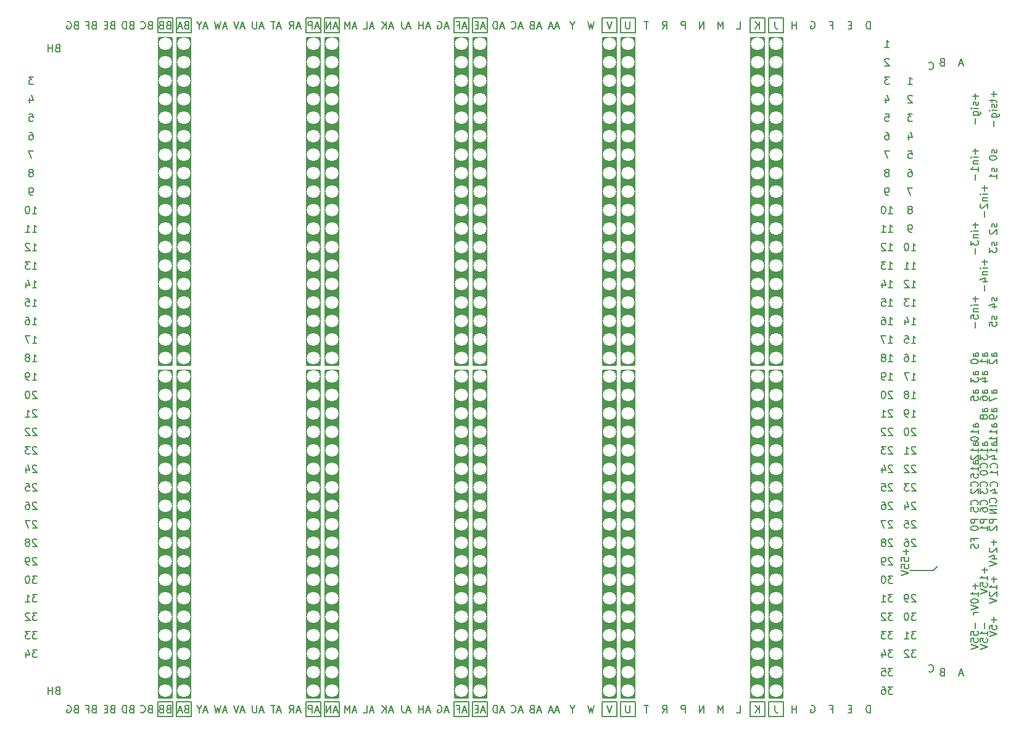
<source format=gbr>
G04 #@! TF.GenerationSoftware,KiCad,Pcbnew,(5.99.0-1588-g7ca069e63)*
G04 #@! TF.CreationDate,2020-05-10T11:49:47-06:00*
G04 #@! TF.ProjectId,module_proto,6d6f6475-6c65-45f7-9072-6f746f2e6b69,rev?*
G04 #@! TF.SameCoordinates,Original*
G04 #@! TF.FileFunction,Legend,Bot*
G04 #@! TF.FilePolarity,Positive*
%FSLAX46Y46*%
G04 Gerber Fmt 4.6, Leading zero omitted, Abs format (unit mm)*
G04 Created by KiCad (PCBNEW (5.99.0-1588-g7ca069e63)) date 2020-05-10 11:49:47*
%MOMM*%
%LPD*%
G01*
G04 APERTURE LIST*
%ADD10C,0.200000*%
%ADD11C,0.254000*%
%ADD12C,0.900000*%
%ADD13C,6.500000*%
%ADD14C,1.800000*%
%ADD15C,2.900000*%
G04 APERTURE END LIST*
D10*
X238476904Y-111297619D02*
X238429285Y-111250000D01*
X238334047Y-111202380D01*
X238095952Y-111202380D01*
X238000714Y-111250000D01*
X237953095Y-111297619D01*
X237905476Y-111392857D01*
X237905476Y-111488095D01*
X237953095Y-111630952D01*
X238524523Y-112202380D01*
X237905476Y-112202380D01*
X237429285Y-112202380D02*
X237238809Y-112202380D01*
X237143571Y-112154761D01*
X237095952Y-112107142D01*
X237000714Y-111964285D01*
X236953095Y-111773809D01*
X236953095Y-111392857D01*
X237000714Y-111297619D01*
X237048333Y-111250000D01*
X237143571Y-111202380D01*
X237334047Y-111202380D01*
X237429285Y-111250000D01*
X237476904Y-111297619D01*
X237524523Y-111392857D01*
X237524523Y-111630952D01*
X237476904Y-111726190D01*
X237429285Y-111773809D01*
X237334047Y-111821428D01*
X237143571Y-111821428D01*
X237048333Y-111773809D01*
X237000714Y-111726190D01*
X236953095Y-111630952D01*
X238524523Y-113742380D02*
X237905476Y-113742380D01*
X238238809Y-114123333D01*
X238095952Y-114123333D01*
X238000714Y-114170952D01*
X237953095Y-114218571D01*
X237905476Y-114313809D01*
X237905476Y-114551904D01*
X237953095Y-114647142D01*
X238000714Y-114694761D01*
X238095952Y-114742380D01*
X238381666Y-114742380D01*
X238476904Y-114694761D01*
X238524523Y-114647142D01*
X237286428Y-113742380D02*
X237191190Y-113742380D01*
X237095952Y-113790000D01*
X237048333Y-113837619D01*
X237000714Y-113932857D01*
X236953095Y-114123333D01*
X236953095Y-114361428D01*
X237000714Y-114551904D01*
X237048333Y-114647142D01*
X237095952Y-114694761D01*
X237191190Y-114742380D01*
X237286428Y-114742380D01*
X237381666Y-114694761D01*
X237429285Y-114647142D01*
X237476904Y-114551904D01*
X237524523Y-114361428D01*
X237524523Y-114123333D01*
X237476904Y-113932857D01*
X237429285Y-113837619D01*
X237381666Y-113790000D01*
X237286428Y-113742380D01*
X238524523Y-116282380D02*
X237905476Y-116282380D01*
X238238809Y-116663333D01*
X238095952Y-116663333D01*
X238000714Y-116710952D01*
X237953095Y-116758571D01*
X237905476Y-116853809D01*
X237905476Y-117091904D01*
X237953095Y-117187142D01*
X238000714Y-117234761D01*
X238095952Y-117282380D01*
X238381666Y-117282380D01*
X238476904Y-117234761D01*
X238524523Y-117187142D01*
X236953095Y-117282380D02*
X237524523Y-117282380D01*
X237238809Y-117282380D02*
X237238809Y-116282380D01*
X237334047Y-116425238D01*
X237429285Y-116520476D01*
X237524523Y-116568095D01*
X238524523Y-118822380D02*
X237905476Y-118822380D01*
X238238809Y-119203333D01*
X238095952Y-119203333D01*
X238000714Y-119250952D01*
X237953095Y-119298571D01*
X237905476Y-119393809D01*
X237905476Y-119631904D01*
X237953095Y-119727142D01*
X238000714Y-119774761D01*
X238095952Y-119822380D01*
X238381666Y-119822380D01*
X238476904Y-119774761D01*
X238524523Y-119727142D01*
X237524523Y-118917619D02*
X237476904Y-118870000D01*
X237381666Y-118822380D01*
X237143571Y-118822380D01*
X237048333Y-118870000D01*
X237000714Y-118917619D01*
X236953095Y-119012857D01*
X236953095Y-119108095D01*
X237000714Y-119250952D01*
X237572142Y-119822380D01*
X236953095Y-119822380D01*
X237905476Y-79182380D02*
X238476904Y-79182380D01*
X238191190Y-79182380D02*
X238191190Y-78182380D01*
X238286428Y-78325238D01*
X238381666Y-78420476D01*
X238476904Y-78468095D01*
X237048333Y-78182380D02*
X237238809Y-78182380D01*
X237334047Y-78230000D01*
X237381666Y-78277619D01*
X237476904Y-78420476D01*
X237524523Y-78610952D01*
X237524523Y-78991904D01*
X237476904Y-79087142D01*
X237429285Y-79134761D01*
X237334047Y-79182380D01*
X237143571Y-79182380D01*
X237048333Y-79134761D01*
X237000714Y-79087142D01*
X236953095Y-78991904D01*
X236953095Y-78753809D01*
X237000714Y-78658571D01*
X237048333Y-78610952D01*
X237143571Y-78563333D01*
X237334047Y-78563333D01*
X237429285Y-78610952D01*
X237476904Y-78658571D01*
X237524523Y-78753809D01*
X237905476Y-81722380D02*
X238476904Y-81722380D01*
X238191190Y-81722380D02*
X238191190Y-80722380D01*
X238286428Y-80865238D01*
X238381666Y-80960476D01*
X238476904Y-81008095D01*
X237572142Y-80722380D02*
X236905476Y-80722380D01*
X237334047Y-81722380D01*
X237905476Y-84262380D02*
X238476904Y-84262380D01*
X238191190Y-84262380D02*
X238191190Y-83262380D01*
X238286428Y-83405238D01*
X238381666Y-83500476D01*
X238476904Y-83548095D01*
X237334047Y-83690952D02*
X237429285Y-83643333D01*
X237476904Y-83595714D01*
X237524523Y-83500476D01*
X237524523Y-83452857D01*
X237476904Y-83357619D01*
X237429285Y-83310000D01*
X237334047Y-83262380D01*
X237143571Y-83262380D01*
X237048333Y-83310000D01*
X237000714Y-83357619D01*
X236953095Y-83452857D01*
X236953095Y-83500476D01*
X237000714Y-83595714D01*
X237048333Y-83643333D01*
X237143571Y-83690952D01*
X237334047Y-83690952D01*
X237429285Y-83738571D01*
X237476904Y-83786190D01*
X237524523Y-83881428D01*
X237524523Y-84071904D01*
X237476904Y-84167142D01*
X237429285Y-84214761D01*
X237334047Y-84262380D01*
X237143571Y-84262380D01*
X237048333Y-84214761D01*
X237000714Y-84167142D01*
X236953095Y-84071904D01*
X236953095Y-83881428D01*
X237000714Y-83786190D01*
X237048333Y-83738571D01*
X237143571Y-83690952D01*
X237905476Y-86802380D02*
X238476904Y-86802380D01*
X238191190Y-86802380D02*
X238191190Y-85802380D01*
X238286428Y-85945238D01*
X238381666Y-86040476D01*
X238476904Y-86088095D01*
X237429285Y-86802380D02*
X237238809Y-86802380D01*
X237143571Y-86754761D01*
X237095952Y-86707142D01*
X237000714Y-86564285D01*
X236953095Y-86373809D01*
X236953095Y-85992857D01*
X237000714Y-85897619D01*
X237048333Y-85850000D01*
X237143571Y-85802380D01*
X237334047Y-85802380D01*
X237429285Y-85850000D01*
X237476904Y-85897619D01*
X237524523Y-85992857D01*
X237524523Y-86230952D01*
X237476904Y-86326190D01*
X237429285Y-86373809D01*
X237334047Y-86421428D01*
X237143571Y-86421428D01*
X237048333Y-86373809D01*
X237000714Y-86326190D01*
X236953095Y-86230952D01*
X238476904Y-88437619D02*
X238429285Y-88390000D01*
X238334047Y-88342380D01*
X238095952Y-88342380D01*
X238000714Y-88390000D01*
X237953095Y-88437619D01*
X237905476Y-88532857D01*
X237905476Y-88628095D01*
X237953095Y-88770952D01*
X238524523Y-89342380D01*
X237905476Y-89342380D01*
X237286428Y-88342380D02*
X237191190Y-88342380D01*
X237095952Y-88390000D01*
X237048333Y-88437619D01*
X237000714Y-88532857D01*
X236953095Y-88723333D01*
X236953095Y-88961428D01*
X237000714Y-89151904D01*
X237048333Y-89247142D01*
X237095952Y-89294761D01*
X237191190Y-89342380D01*
X237286428Y-89342380D01*
X237381666Y-89294761D01*
X237429285Y-89247142D01*
X237476904Y-89151904D01*
X237524523Y-88961428D01*
X237524523Y-88723333D01*
X237476904Y-88532857D01*
X237429285Y-88437619D01*
X237381666Y-88390000D01*
X237286428Y-88342380D01*
X238476904Y-90977619D02*
X238429285Y-90930000D01*
X238334047Y-90882380D01*
X238095952Y-90882380D01*
X238000714Y-90930000D01*
X237953095Y-90977619D01*
X237905476Y-91072857D01*
X237905476Y-91168095D01*
X237953095Y-91310952D01*
X238524523Y-91882380D01*
X237905476Y-91882380D01*
X236953095Y-91882380D02*
X237524523Y-91882380D01*
X237238809Y-91882380D02*
X237238809Y-90882380D01*
X237334047Y-91025238D01*
X237429285Y-91120476D01*
X237524523Y-91168095D01*
X238476904Y-93517619D02*
X238429285Y-93470000D01*
X238334047Y-93422380D01*
X238095952Y-93422380D01*
X238000714Y-93470000D01*
X237953095Y-93517619D01*
X237905476Y-93612857D01*
X237905476Y-93708095D01*
X237953095Y-93850952D01*
X238524523Y-94422380D01*
X237905476Y-94422380D01*
X237524523Y-93517619D02*
X237476904Y-93470000D01*
X237381666Y-93422380D01*
X237143571Y-93422380D01*
X237048333Y-93470000D01*
X237000714Y-93517619D01*
X236953095Y-93612857D01*
X236953095Y-93708095D01*
X237000714Y-93850952D01*
X237572142Y-94422380D01*
X236953095Y-94422380D01*
X238476904Y-96057619D02*
X238429285Y-96010000D01*
X238334047Y-95962380D01*
X238095952Y-95962380D01*
X238000714Y-96010000D01*
X237953095Y-96057619D01*
X237905476Y-96152857D01*
X237905476Y-96248095D01*
X237953095Y-96390952D01*
X238524523Y-96962380D01*
X237905476Y-96962380D01*
X237572142Y-95962380D02*
X236953095Y-95962380D01*
X237286428Y-96343333D01*
X237143571Y-96343333D01*
X237048333Y-96390952D01*
X237000714Y-96438571D01*
X236953095Y-96533809D01*
X236953095Y-96771904D01*
X237000714Y-96867142D01*
X237048333Y-96914761D01*
X237143571Y-96962380D01*
X237429285Y-96962380D01*
X237524523Y-96914761D01*
X237572142Y-96867142D01*
X238476904Y-98597619D02*
X238429285Y-98550000D01*
X238334047Y-98502380D01*
X238095952Y-98502380D01*
X238000714Y-98550000D01*
X237953095Y-98597619D01*
X237905476Y-98692857D01*
X237905476Y-98788095D01*
X237953095Y-98930952D01*
X238524523Y-99502380D01*
X237905476Y-99502380D01*
X237048333Y-98835714D02*
X237048333Y-99502380D01*
X237286428Y-98454761D02*
X237524523Y-99169047D01*
X236905476Y-99169047D01*
X238476904Y-101137619D02*
X238429285Y-101090000D01*
X238334047Y-101042380D01*
X238095952Y-101042380D01*
X238000714Y-101090000D01*
X237953095Y-101137619D01*
X237905476Y-101232857D01*
X237905476Y-101328095D01*
X237953095Y-101470952D01*
X238524523Y-102042380D01*
X237905476Y-102042380D01*
X237000714Y-101042380D02*
X237476904Y-101042380D01*
X237524523Y-101518571D01*
X237476904Y-101470952D01*
X237381666Y-101423333D01*
X237143571Y-101423333D01*
X237048333Y-101470952D01*
X237000714Y-101518571D01*
X236953095Y-101613809D01*
X236953095Y-101851904D01*
X237000714Y-101947142D01*
X237048333Y-101994761D01*
X237143571Y-102042380D01*
X237381666Y-102042380D01*
X237476904Y-101994761D01*
X237524523Y-101947142D01*
X238476904Y-103677619D02*
X238429285Y-103630000D01*
X238334047Y-103582380D01*
X238095952Y-103582380D01*
X238000714Y-103630000D01*
X237953095Y-103677619D01*
X237905476Y-103772857D01*
X237905476Y-103868095D01*
X237953095Y-104010952D01*
X238524523Y-104582380D01*
X237905476Y-104582380D01*
X237048333Y-103582380D02*
X237238809Y-103582380D01*
X237334047Y-103630000D01*
X237381666Y-103677619D01*
X237476904Y-103820476D01*
X237524523Y-104010952D01*
X237524523Y-104391904D01*
X237476904Y-104487142D01*
X237429285Y-104534761D01*
X237334047Y-104582380D01*
X237143571Y-104582380D01*
X237048333Y-104534761D01*
X237000714Y-104487142D01*
X236953095Y-104391904D01*
X236953095Y-104153809D01*
X237000714Y-104058571D01*
X237048333Y-104010952D01*
X237143571Y-103963333D01*
X237334047Y-103963333D01*
X237429285Y-104010952D01*
X237476904Y-104058571D01*
X237524523Y-104153809D01*
X237429285Y-41082380D02*
X238000714Y-41082380D01*
X237715000Y-41082380D02*
X237715000Y-40082380D01*
X237810238Y-40225238D01*
X237905476Y-40320476D01*
X238000714Y-40368095D01*
X238000714Y-42717619D02*
X237953095Y-42670000D01*
X237857857Y-42622380D01*
X237619761Y-42622380D01*
X237524523Y-42670000D01*
X237476904Y-42717619D01*
X237429285Y-42812857D01*
X237429285Y-42908095D01*
X237476904Y-43050952D01*
X238048333Y-43622380D01*
X237429285Y-43622380D01*
X238048333Y-45162380D02*
X237429285Y-45162380D01*
X237762619Y-45543333D01*
X237619761Y-45543333D01*
X237524523Y-45590952D01*
X237476904Y-45638571D01*
X237429285Y-45733809D01*
X237429285Y-45971904D01*
X237476904Y-46067142D01*
X237524523Y-46114761D01*
X237619761Y-46162380D01*
X237905476Y-46162380D01*
X238000714Y-46114761D01*
X238048333Y-46067142D01*
X237524523Y-48035714D02*
X237524523Y-48702380D01*
X237762619Y-47654761D02*
X238000714Y-48369047D01*
X237381666Y-48369047D01*
X237476904Y-50242380D02*
X237953095Y-50242380D01*
X238000714Y-50718571D01*
X237953095Y-50670952D01*
X237857857Y-50623333D01*
X237619761Y-50623333D01*
X237524523Y-50670952D01*
X237476904Y-50718571D01*
X237429285Y-50813809D01*
X237429285Y-51051904D01*
X237476904Y-51147142D01*
X237524523Y-51194761D01*
X237619761Y-51242380D01*
X237857857Y-51242380D01*
X237953095Y-51194761D01*
X238000714Y-51147142D01*
X237524523Y-52782380D02*
X237715000Y-52782380D01*
X237810238Y-52830000D01*
X237857857Y-52877619D01*
X237953095Y-53020476D01*
X238000714Y-53210952D01*
X238000714Y-53591904D01*
X237953095Y-53687142D01*
X237905476Y-53734761D01*
X237810238Y-53782380D01*
X237619761Y-53782380D01*
X237524523Y-53734761D01*
X237476904Y-53687142D01*
X237429285Y-53591904D01*
X237429285Y-53353809D01*
X237476904Y-53258571D01*
X237524523Y-53210952D01*
X237619761Y-53163333D01*
X237810238Y-53163333D01*
X237905476Y-53210952D01*
X237953095Y-53258571D01*
X238000714Y-53353809D01*
X238048333Y-55322380D02*
X237381666Y-55322380D01*
X237810238Y-56322380D01*
X237810238Y-58290952D02*
X237905476Y-58243333D01*
X237953095Y-58195714D01*
X238000714Y-58100476D01*
X238000714Y-58052857D01*
X237953095Y-57957619D01*
X237905476Y-57910000D01*
X237810238Y-57862380D01*
X237619761Y-57862380D01*
X237524523Y-57910000D01*
X237476904Y-57957619D01*
X237429285Y-58052857D01*
X237429285Y-58100476D01*
X237476904Y-58195714D01*
X237524523Y-58243333D01*
X237619761Y-58290952D01*
X237810238Y-58290952D01*
X237905476Y-58338571D01*
X237953095Y-58386190D01*
X238000714Y-58481428D01*
X238000714Y-58671904D01*
X237953095Y-58767142D01*
X237905476Y-58814761D01*
X237810238Y-58862380D01*
X237619761Y-58862380D01*
X237524523Y-58814761D01*
X237476904Y-58767142D01*
X237429285Y-58671904D01*
X237429285Y-58481428D01*
X237476904Y-58386190D01*
X237524523Y-58338571D01*
X237619761Y-58290952D01*
X237905476Y-61402380D02*
X237715000Y-61402380D01*
X237619761Y-61354761D01*
X237572142Y-61307142D01*
X237476904Y-61164285D01*
X237429285Y-60973809D01*
X237429285Y-60592857D01*
X237476904Y-60497619D01*
X237524523Y-60450000D01*
X237619761Y-60402380D01*
X237810238Y-60402380D01*
X237905476Y-60450000D01*
X237953095Y-60497619D01*
X238000714Y-60592857D01*
X238000714Y-60830952D01*
X237953095Y-60926190D01*
X237905476Y-60973809D01*
X237810238Y-61021428D01*
X237619761Y-61021428D01*
X237524523Y-60973809D01*
X237476904Y-60926190D01*
X237429285Y-60830952D01*
X237905476Y-63942380D02*
X238476904Y-63942380D01*
X238191190Y-63942380D02*
X238191190Y-62942380D01*
X238286428Y-63085238D01*
X238381666Y-63180476D01*
X238476904Y-63228095D01*
X237286428Y-62942380D02*
X237191190Y-62942380D01*
X237095952Y-62990000D01*
X237048333Y-63037619D01*
X237000714Y-63132857D01*
X236953095Y-63323333D01*
X236953095Y-63561428D01*
X237000714Y-63751904D01*
X237048333Y-63847142D01*
X237095952Y-63894761D01*
X237191190Y-63942380D01*
X237286428Y-63942380D01*
X237381666Y-63894761D01*
X237429285Y-63847142D01*
X237476904Y-63751904D01*
X237524523Y-63561428D01*
X237524523Y-63323333D01*
X237476904Y-63132857D01*
X237429285Y-63037619D01*
X237381666Y-62990000D01*
X237286428Y-62942380D01*
X237905476Y-66482380D02*
X238476904Y-66482380D01*
X238191190Y-66482380D02*
X238191190Y-65482380D01*
X238286428Y-65625238D01*
X238381666Y-65720476D01*
X238476904Y-65768095D01*
X236953095Y-66482380D02*
X237524523Y-66482380D01*
X237238809Y-66482380D02*
X237238809Y-65482380D01*
X237334047Y-65625238D01*
X237429285Y-65720476D01*
X237524523Y-65768095D01*
X237905476Y-69022380D02*
X238476904Y-69022380D01*
X238191190Y-69022380D02*
X238191190Y-68022380D01*
X238286428Y-68165238D01*
X238381666Y-68260476D01*
X238476904Y-68308095D01*
X237524523Y-68117619D02*
X237476904Y-68070000D01*
X237381666Y-68022380D01*
X237143571Y-68022380D01*
X237048333Y-68070000D01*
X237000714Y-68117619D01*
X236953095Y-68212857D01*
X236953095Y-68308095D01*
X237000714Y-68450952D01*
X237572142Y-69022380D01*
X236953095Y-69022380D01*
X237905476Y-71562380D02*
X238476904Y-71562380D01*
X238191190Y-71562380D02*
X238191190Y-70562380D01*
X238286428Y-70705238D01*
X238381666Y-70800476D01*
X238476904Y-70848095D01*
X237572142Y-70562380D02*
X236953095Y-70562380D01*
X237286428Y-70943333D01*
X237143571Y-70943333D01*
X237048333Y-70990952D01*
X237000714Y-71038571D01*
X236953095Y-71133809D01*
X236953095Y-71371904D01*
X237000714Y-71467142D01*
X237048333Y-71514761D01*
X237143571Y-71562380D01*
X237429285Y-71562380D01*
X237524523Y-71514761D01*
X237572142Y-71467142D01*
X237905476Y-74102380D02*
X238476904Y-74102380D01*
X238191190Y-74102380D02*
X238191190Y-73102380D01*
X238286428Y-73245238D01*
X238381666Y-73340476D01*
X238476904Y-73388095D01*
X237048333Y-73435714D02*
X237048333Y-74102380D01*
X237286428Y-73054761D02*
X237524523Y-73769047D01*
X236905476Y-73769047D01*
X237905476Y-76642380D02*
X238476904Y-76642380D01*
X238191190Y-76642380D02*
X238191190Y-75642380D01*
X238286428Y-75785238D01*
X238381666Y-75880476D01*
X238476904Y-75928095D01*
X237000714Y-75642380D02*
X237476904Y-75642380D01*
X237524523Y-76118571D01*
X237476904Y-76070952D01*
X237381666Y-76023333D01*
X237143571Y-76023333D01*
X237048333Y-76070952D01*
X237000714Y-76118571D01*
X236953095Y-76213809D01*
X236953095Y-76451904D01*
X237000714Y-76547142D01*
X237048333Y-76594761D01*
X237143571Y-76642380D01*
X237381666Y-76642380D01*
X237476904Y-76594761D01*
X237524523Y-76547142D01*
X246533571Y-103796666D02*
X246533571Y-103463333D01*
X247057380Y-103463333D02*
X246057380Y-103463333D01*
X246057380Y-103939523D01*
X247009761Y-104272857D02*
X247057380Y-104415714D01*
X247057380Y-104653809D01*
X247009761Y-104749047D01*
X246962142Y-104796666D01*
X246866904Y-104844285D01*
X246771666Y-104844285D01*
X246676428Y-104796666D01*
X246628809Y-104749047D01*
X246581190Y-104653809D01*
X246533571Y-104463333D01*
X246485952Y-104368095D01*
X246438333Y-104320476D01*
X246343095Y-104272857D01*
X246247857Y-104272857D01*
X246152619Y-104320476D01*
X246105000Y-104368095D01*
X246057380Y-104463333D01*
X246057380Y-104701428D01*
X246105000Y-104844285D01*
X249502142Y-98597619D02*
X249549761Y-98550000D01*
X249597380Y-98407142D01*
X249597380Y-98311904D01*
X249549761Y-98169047D01*
X249454523Y-98073809D01*
X249359285Y-98026190D01*
X249168809Y-97978571D01*
X249025952Y-97978571D01*
X248835476Y-98026190D01*
X248740238Y-98073809D01*
X248645000Y-98169047D01*
X248597380Y-98311904D01*
X248597380Y-98407142D01*
X248645000Y-98550000D01*
X248692619Y-98597619D01*
X249597380Y-99026190D02*
X248597380Y-99026190D01*
X249597380Y-99502380D02*
X248597380Y-99502380D01*
X249597380Y-100073809D01*
X248597380Y-100073809D01*
X248232142Y-98883333D02*
X248279761Y-98835714D01*
X248327380Y-98692857D01*
X248327380Y-98597619D01*
X248279761Y-98454761D01*
X248184523Y-98359523D01*
X248089285Y-98311904D01*
X247898809Y-98264285D01*
X247755952Y-98264285D01*
X247565476Y-98311904D01*
X247470238Y-98359523D01*
X247375000Y-98454761D01*
X247327380Y-98597619D01*
X247327380Y-98692857D01*
X247375000Y-98835714D01*
X247422619Y-98883333D01*
X247327380Y-99740476D02*
X247327380Y-99550000D01*
X247375000Y-99454761D01*
X247422619Y-99407142D01*
X247565476Y-99311904D01*
X247755952Y-99264285D01*
X248136904Y-99264285D01*
X248232142Y-99311904D01*
X248279761Y-99359523D01*
X248327380Y-99454761D01*
X248327380Y-99645238D01*
X248279761Y-99740476D01*
X248232142Y-99788095D01*
X248136904Y-99835714D01*
X247898809Y-99835714D01*
X247803571Y-99788095D01*
X247755952Y-99740476D01*
X247708333Y-99645238D01*
X247708333Y-99454761D01*
X247755952Y-99359523D01*
X247803571Y-99311904D01*
X247898809Y-99264285D01*
X240890000Y-107940000D02*
X241525000Y-107305000D01*
X237715000Y-107940000D02*
X240890000Y-107940000D01*
X237151428Y-104908095D02*
X237151428Y-105670000D01*
X237532380Y-105289047D02*
X236770476Y-105289047D01*
X236532380Y-106622380D02*
X236532380Y-106146190D01*
X237008571Y-106098571D01*
X236960952Y-106146190D01*
X236913333Y-106241428D01*
X236913333Y-106479523D01*
X236960952Y-106574761D01*
X237008571Y-106622380D01*
X237103809Y-106670000D01*
X237341904Y-106670000D01*
X237437142Y-106622380D01*
X237484761Y-106574761D01*
X237532380Y-106479523D01*
X237532380Y-106241428D01*
X237484761Y-106146190D01*
X237437142Y-106098571D01*
X236532380Y-107574761D02*
X236532380Y-107098571D01*
X237008571Y-107050952D01*
X236960952Y-107098571D01*
X236913333Y-107193809D01*
X236913333Y-107431904D01*
X236960952Y-107527142D01*
X237008571Y-107574761D01*
X237103809Y-107622380D01*
X237341904Y-107622380D01*
X237437142Y-107574761D01*
X237484761Y-107527142D01*
X237532380Y-107431904D01*
X237532380Y-107193809D01*
X237484761Y-107098571D01*
X237437142Y-107050952D01*
X236532380Y-107908095D02*
X237532380Y-108241428D01*
X236532380Y-108574761D01*
X247946428Y-107448095D02*
X247946428Y-108210000D01*
X248327380Y-107829047D02*
X247565476Y-107829047D01*
X248327380Y-109210000D02*
X248327380Y-108638571D01*
X248327380Y-108924285D02*
X247327380Y-108924285D01*
X247470238Y-108829047D01*
X247565476Y-108733809D01*
X247613095Y-108638571D01*
X247327380Y-110114761D02*
X247327380Y-109638571D01*
X247803571Y-109590952D01*
X247755952Y-109638571D01*
X247708333Y-109733809D01*
X247708333Y-109971904D01*
X247755952Y-110067142D01*
X247803571Y-110114761D01*
X247898809Y-110162380D01*
X248136904Y-110162380D01*
X248232142Y-110114761D01*
X248279761Y-110067142D01*
X248327380Y-109971904D01*
X248327380Y-109733809D01*
X248279761Y-109638571D01*
X248232142Y-109590952D01*
X247327380Y-110448095D02*
X248327380Y-110781428D01*
X247327380Y-111114761D01*
X246676428Y-109678571D02*
X246676428Y-110440476D01*
X247057380Y-110059523D02*
X246295476Y-110059523D01*
X247057380Y-111440476D02*
X247057380Y-110869047D01*
X247057380Y-111154761D02*
X246057380Y-111154761D01*
X246200238Y-111059523D01*
X246295476Y-110964285D01*
X246343095Y-110869047D01*
X246057380Y-112059523D02*
X246057380Y-112154761D01*
X246105000Y-112250000D01*
X246152619Y-112297619D01*
X246247857Y-112345238D01*
X246438333Y-112392857D01*
X246676428Y-112392857D01*
X246866904Y-112345238D01*
X246962142Y-112297619D01*
X247009761Y-112250000D01*
X247057380Y-112154761D01*
X247057380Y-112059523D01*
X247009761Y-111964285D01*
X246962142Y-111916666D01*
X246866904Y-111869047D01*
X246676428Y-111821428D01*
X246438333Y-111821428D01*
X246247857Y-111869047D01*
X246152619Y-111916666D01*
X246105000Y-111964285D01*
X246057380Y-112059523D01*
X246057380Y-112678571D02*
X247057380Y-113011904D01*
X246057380Y-113345238D01*
X247057380Y-113678571D02*
X246390714Y-113678571D01*
X246581190Y-113678571D02*
X246485952Y-113726190D01*
X246438333Y-113773809D01*
X246390714Y-113869047D01*
X246390714Y-113964285D01*
X246676428Y-115068095D02*
X246676428Y-115830000D01*
X246057380Y-116782380D02*
X246057380Y-116306190D01*
X246533571Y-116258571D01*
X246485952Y-116306190D01*
X246438333Y-116401428D01*
X246438333Y-116639523D01*
X246485952Y-116734761D01*
X246533571Y-116782380D01*
X246628809Y-116830000D01*
X246866904Y-116830000D01*
X246962142Y-116782380D01*
X247009761Y-116734761D01*
X247057380Y-116639523D01*
X247057380Y-116401428D01*
X247009761Y-116306190D01*
X246962142Y-116258571D01*
X246057380Y-117734761D02*
X246057380Y-117258571D01*
X246533571Y-117210952D01*
X246485952Y-117258571D01*
X246438333Y-117353809D01*
X246438333Y-117591904D01*
X246485952Y-117687142D01*
X246533571Y-117734761D01*
X246628809Y-117782380D01*
X246866904Y-117782380D01*
X246962142Y-117734761D01*
X247009761Y-117687142D01*
X247057380Y-117591904D01*
X247057380Y-117353809D01*
X247009761Y-117258571D01*
X246962142Y-117210952D01*
X246057380Y-118068095D02*
X247057380Y-118401428D01*
X246057380Y-118734761D01*
X247946428Y-115068095D02*
X247946428Y-115830000D01*
X248327380Y-116830000D02*
X248327380Y-116258571D01*
X248327380Y-116544285D02*
X247327380Y-116544285D01*
X247470238Y-116449047D01*
X247565476Y-116353809D01*
X247613095Y-116258571D01*
X247327380Y-117734761D02*
X247327380Y-117258571D01*
X247803571Y-117210952D01*
X247755952Y-117258571D01*
X247708333Y-117353809D01*
X247708333Y-117591904D01*
X247755952Y-117687142D01*
X247803571Y-117734761D01*
X247898809Y-117782380D01*
X248136904Y-117782380D01*
X248232142Y-117734761D01*
X248279761Y-117687142D01*
X248327380Y-117591904D01*
X248327380Y-117353809D01*
X248279761Y-117258571D01*
X248232142Y-117210952D01*
X247327380Y-118068095D02*
X248327380Y-118401428D01*
X247327380Y-118734761D01*
X249216428Y-114274285D02*
X249216428Y-115036190D01*
X249597380Y-114655238D02*
X248835476Y-114655238D01*
X248597380Y-115988571D02*
X248597380Y-115512380D01*
X249073571Y-115464761D01*
X249025952Y-115512380D01*
X248978333Y-115607619D01*
X248978333Y-115845714D01*
X249025952Y-115940952D01*
X249073571Y-115988571D01*
X249168809Y-116036190D01*
X249406904Y-116036190D01*
X249502142Y-115988571D01*
X249549761Y-115940952D01*
X249597380Y-115845714D01*
X249597380Y-115607619D01*
X249549761Y-115512380D01*
X249502142Y-115464761D01*
X248597380Y-116321904D02*
X249597380Y-116655238D01*
X248597380Y-116988571D01*
X249216428Y-108718095D02*
X249216428Y-109480000D01*
X249597380Y-109099047D02*
X248835476Y-109099047D01*
X249597380Y-110480000D02*
X249597380Y-109908571D01*
X249597380Y-110194285D02*
X248597380Y-110194285D01*
X248740238Y-110099047D01*
X248835476Y-110003809D01*
X248883095Y-109908571D01*
X248692619Y-110860952D02*
X248645000Y-110908571D01*
X248597380Y-111003809D01*
X248597380Y-111241904D01*
X248645000Y-111337142D01*
X248692619Y-111384761D01*
X248787857Y-111432380D01*
X248883095Y-111432380D01*
X249025952Y-111384761D01*
X249597380Y-110813333D01*
X249597380Y-111432380D01*
X248597380Y-111718095D02*
X249597380Y-112051428D01*
X248597380Y-112384761D01*
X249216428Y-103638095D02*
X249216428Y-104400000D01*
X249597380Y-104019047D02*
X248835476Y-104019047D01*
X248692619Y-104828571D02*
X248645000Y-104876190D01*
X248597380Y-104971428D01*
X248597380Y-105209523D01*
X248645000Y-105304761D01*
X248692619Y-105352380D01*
X248787857Y-105400000D01*
X248883095Y-105400000D01*
X249025952Y-105352380D01*
X249597380Y-104780952D01*
X249597380Y-105400000D01*
X248930714Y-106257142D02*
X249597380Y-106257142D01*
X248549761Y-106019047D02*
X249264047Y-105780952D01*
X249264047Y-106400000D01*
X248597380Y-106638095D02*
X249597380Y-106971428D01*
X248597380Y-107304761D01*
X249597380Y-100851904D02*
X248597380Y-100851904D01*
X248597380Y-101232857D01*
X248645000Y-101328095D01*
X248692619Y-101375714D01*
X248787857Y-101423333D01*
X248930714Y-101423333D01*
X249025952Y-101375714D01*
X249073571Y-101328095D01*
X249121190Y-101232857D01*
X249121190Y-100851904D01*
X248692619Y-101804285D02*
X248645000Y-101851904D01*
X248597380Y-101947142D01*
X248597380Y-102185238D01*
X248645000Y-102280476D01*
X248692619Y-102328095D01*
X248787857Y-102375714D01*
X248883095Y-102375714D01*
X249025952Y-102328095D01*
X249597380Y-101756666D01*
X249597380Y-102375714D01*
X248327380Y-100851904D02*
X247327380Y-100851904D01*
X247327380Y-101232857D01*
X247375000Y-101328095D01*
X247422619Y-101375714D01*
X247517857Y-101423333D01*
X247660714Y-101423333D01*
X247755952Y-101375714D01*
X247803571Y-101328095D01*
X247851190Y-101232857D01*
X247851190Y-100851904D01*
X248327380Y-102375714D02*
X248327380Y-101804285D01*
X248327380Y-102090000D02*
X247327380Y-102090000D01*
X247470238Y-101994761D01*
X247565476Y-101899523D01*
X247613095Y-101804285D01*
X247057380Y-100851904D02*
X246057380Y-100851904D01*
X246057380Y-101232857D01*
X246105000Y-101328095D01*
X246152619Y-101375714D01*
X246247857Y-101423333D01*
X246390714Y-101423333D01*
X246485952Y-101375714D01*
X246533571Y-101328095D01*
X246581190Y-101232857D01*
X246581190Y-100851904D01*
X246057380Y-102042380D02*
X246057380Y-102137619D01*
X246105000Y-102232857D01*
X246152619Y-102280476D01*
X246247857Y-102328095D01*
X246438333Y-102375714D01*
X246676428Y-102375714D01*
X246866904Y-102328095D01*
X246962142Y-102280476D01*
X247009761Y-102232857D01*
X247057380Y-102137619D01*
X247057380Y-102042380D01*
X247009761Y-101947142D01*
X246962142Y-101899523D01*
X246866904Y-101851904D01*
X246676428Y-101804285D01*
X246438333Y-101804285D01*
X246247857Y-101851904D01*
X246152619Y-101899523D01*
X246105000Y-101947142D01*
X246057380Y-102042380D01*
X248232142Y-96343333D02*
X248279761Y-96295714D01*
X248327380Y-96152857D01*
X248327380Y-96057619D01*
X248279761Y-95914761D01*
X248184523Y-95819523D01*
X248089285Y-95771904D01*
X247898809Y-95724285D01*
X247755952Y-95724285D01*
X247565476Y-95771904D01*
X247470238Y-95819523D01*
X247375000Y-95914761D01*
X247327380Y-96057619D01*
X247327380Y-96152857D01*
X247375000Y-96295714D01*
X247422619Y-96343333D01*
X247327380Y-96676666D02*
X247327380Y-97295714D01*
X247708333Y-96962380D01*
X247708333Y-97105238D01*
X247755952Y-97200476D01*
X247803571Y-97248095D01*
X247898809Y-97295714D01*
X248136904Y-97295714D01*
X248232142Y-97248095D01*
X248279761Y-97200476D01*
X248327380Y-97105238D01*
X248327380Y-96819523D01*
X248279761Y-96724285D01*
X248232142Y-96676666D01*
X249629142Y-96343333D02*
X249676761Y-96295714D01*
X249724380Y-96152857D01*
X249724380Y-96057619D01*
X249676761Y-95914761D01*
X249581523Y-95819523D01*
X249486285Y-95771904D01*
X249295809Y-95724285D01*
X249152952Y-95724285D01*
X248962476Y-95771904D01*
X248867238Y-95819523D01*
X248772000Y-95914761D01*
X248724380Y-96057619D01*
X248724380Y-96152857D01*
X248772000Y-96295714D01*
X248819619Y-96343333D01*
X249057714Y-97200476D02*
X249724380Y-97200476D01*
X248676761Y-96962380D02*
X249391047Y-96724285D01*
X249391047Y-97343333D01*
X246962142Y-98883333D02*
X247009761Y-98835714D01*
X247057380Y-98692857D01*
X247057380Y-98597619D01*
X247009761Y-98454761D01*
X246914523Y-98359523D01*
X246819285Y-98311904D01*
X246628809Y-98264285D01*
X246485952Y-98264285D01*
X246295476Y-98311904D01*
X246200238Y-98359523D01*
X246105000Y-98454761D01*
X246057380Y-98597619D01*
X246057380Y-98692857D01*
X246105000Y-98835714D01*
X246152619Y-98883333D01*
X246057380Y-99788095D02*
X246057380Y-99311904D01*
X246533571Y-99264285D01*
X246485952Y-99311904D01*
X246438333Y-99407142D01*
X246438333Y-99645238D01*
X246485952Y-99740476D01*
X246533571Y-99788095D01*
X246628809Y-99835714D01*
X246866904Y-99835714D01*
X246962142Y-99788095D01*
X247009761Y-99740476D01*
X247057380Y-99645238D01*
X247057380Y-99407142D01*
X247009761Y-99311904D01*
X246962142Y-99264285D01*
X248232142Y-93803333D02*
X248279761Y-93755714D01*
X248327380Y-93612857D01*
X248327380Y-93517619D01*
X248279761Y-93374761D01*
X248184523Y-93279523D01*
X248089285Y-93231904D01*
X247898809Y-93184285D01*
X247755952Y-93184285D01*
X247565476Y-93231904D01*
X247470238Y-93279523D01*
X247375000Y-93374761D01*
X247327380Y-93517619D01*
X247327380Y-93612857D01*
X247375000Y-93755714D01*
X247422619Y-93803333D01*
X247327380Y-94422380D02*
X247327380Y-94517619D01*
X247375000Y-94612857D01*
X247422619Y-94660476D01*
X247517857Y-94708095D01*
X247708333Y-94755714D01*
X247946428Y-94755714D01*
X248136904Y-94708095D01*
X248232142Y-94660476D01*
X248279761Y-94612857D01*
X248327380Y-94517619D01*
X248327380Y-94422380D01*
X248279761Y-94327142D01*
X248232142Y-94279523D01*
X248136904Y-94231904D01*
X247946428Y-94184285D01*
X247708333Y-94184285D01*
X247517857Y-94231904D01*
X247422619Y-94279523D01*
X247375000Y-94327142D01*
X247327380Y-94422380D01*
X249629142Y-93803333D02*
X249676761Y-93755714D01*
X249724380Y-93612857D01*
X249724380Y-93517619D01*
X249676761Y-93374761D01*
X249581523Y-93279523D01*
X249486285Y-93231904D01*
X249295809Y-93184285D01*
X249152952Y-93184285D01*
X248962476Y-93231904D01*
X248867238Y-93279523D01*
X248772000Y-93374761D01*
X248724380Y-93517619D01*
X248724380Y-93612857D01*
X248772000Y-93755714D01*
X248819619Y-93803333D01*
X249724380Y-94755714D02*
X249724380Y-94184285D01*
X249724380Y-94470000D02*
X248724380Y-94470000D01*
X248867238Y-94374761D01*
X248962476Y-94279523D01*
X249010095Y-94184285D01*
X246962142Y-96343333D02*
X247009761Y-96295714D01*
X247057380Y-96152857D01*
X247057380Y-96057619D01*
X247009761Y-95914761D01*
X246914523Y-95819523D01*
X246819285Y-95771904D01*
X246628809Y-95724285D01*
X246485952Y-95724285D01*
X246295476Y-95771904D01*
X246200238Y-95819523D01*
X246105000Y-95914761D01*
X246057380Y-96057619D01*
X246057380Y-96152857D01*
X246105000Y-96295714D01*
X246152619Y-96343333D01*
X246152619Y-96724285D02*
X246105000Y-96771904D01*
X246057380Y-96867142D01*
X246057380Y-97105238D01*
X246105000Y-97200476D01*
X246152619Y-97248095D01*
X246247857Y-97295714D01*
X246343095Y-97295714D01*
X246485952Y-97248095D01*
X247057380Y-96676666D01*
X247057380Y-97295714D01*
X247057380Y-93231904D02*
X246533571Y-93231904D01*
X246438333Y-93184285D01*
X246390714Y-93089047D01*
X246390714Y-92898571D01*
X246438333Y-92803333D01*
X247009761Y-93231904D02*
X247057380Y-93136666D01*
X247057380Y-92898571D01*
X247009761Y-92803333D01*
X246914523Y-92755714D01*
X246819285Y-92755714D01*
X246724047Y-92803333D01*
X246676428Y-92898571D01*
X246676428Y-93136666D01*
X246628809Y-93231904D01*
X247057380Y-94231904D02*
X247057380Y-93660476D01*
X247057380Y-93946190D02*
X246057380Y-93946190D01*
X246200238Y-93850952D01*
X246295476Y-93755714D01*
X246343095Y-93660476D01*
X246057380Y-95136666D02*
X246057380Y-94660476D01*
X246533571Y-94612857D01*
X246485952Y-94660476D01*
X246438333Y-94755714D01*
X246438333Y-94993809D01*
X246485952Y-95089047D01*
X246533571Y-95136666D01*
X246628809Y-95184285D01*
X246866904Y-95184285D01*
X246962142Y-95136666D01*
X247009761Y-95089047D01*
X247057380Y-94993809D01*
X247057380Y-94755714D01*
X247009761Y-94660476D01*
X246962142Y-94612857D01*
X249597380Y-90691904D02*
X249073571Y-90691904D01*
X248978333Y-90644285D01*
X248930714Y-90549047D01*
X248930714Y-90358571D01*
X248978333Y-90263333D01*
X249549761Y-90691904D02*
X249597380Y-90596666D01*
X249597380Y-90358571D01*
X249549761Y-90263333D01*
X249454523Y-90215714D01*
X249359285Y-90215714D01*
X249264047Y-90263333D01*
X249216428Y-90358571D01*
X249216428Y-90596666D01*
X249168809Y-90691904D01*
X249597380Y-91691904D02*
X249597380Y-91120476D01*
X249597380Y-91406190D02*
X248597380Y-91406190D01*
X248740238Y-91310952D01*
X248835476Y-91215714D01*
X248883095Y-91120476D01*
X248930714Y-92549047D02*
X249597380Y-92549047D01*
X248549761Y-92310952D02*
X249264047Y-92072857D01*
X249264047Y-92691904D01*
X248327380Y-90691904D02*
X247803571Y-90691904D01*
X247708333Y-90644285D01*
X247660714Y-90549047D01*
X247660714Y-90358571D01*
X247708333Y-90263333D01*
X248279761Y-90691904D02*
X248327380Y-90596666D01*
X248327380Y-90358571D01*
X248279761Y-90263333D01*
X248184523Y-90215714D01*
X248089285Y-90215714D01*
X247994047Y-90263333D01*
X247946428Y-90358571D01*
X247946428Y-90596666D01*
X247898809Y-90691904D01*
X248327380Y-91691904D02*
X248327380Y-91120476D01*
X248327380Y-91406190D02*
X247327380Y-91406190D01*
X247470238Y-91310952D01*
X247565476Y-91215714D01*
X247613095Y-91120476D01*
X247327380Y-92025238D02*
X247327380Y-92644285D01*
X247708333Y-92310952D01*
X247708333Y-92453809D01*
X247755952Y-92549047D01*
X247803571Y-92596666D01*
X247898809Y-92644285D01*
X248136904Y-92644285D01*
X248232142Y-92596666D01*
X248279761Y-92549047D01*
X248327380Y-92453809D01*
X248327380Y-92168095D01*
X248279761Y-92072857D01*
X248232142Y-92025238D01*
X247057380Y-90691904D02*
X246533571Y-90691904D01*
X246438333Y-90644285D01*
X246390714Y-90549047D01*
X246390714Y-90358571D01*
X246438333Y-90263333D01*
X247009761Y-90691904D02*
X247057380Y-90596666D01*
X247057380Y-90358571D01*
X247009761Y-90263333D01*
X246914523Y-90215714D01*
X246819285Y-90215714D01*
X246724047Y-90263333D01*
X246676428Y-90358571D01*
X246676428Y-90596666D01*
X246628809Y-90691904D01*
X247057380Y-91691904D02*
X247057380Y-91120476D01*
X247057380Y-91406190D02*
X246057380Y-91406190D01*
X246200238Y-91310952D01*
X246295476Y-91215714D01*
X246343095Y-91120476D01*
X246152619Y-92072857D02*
X246105000Y-92120476D01*
X246057380Y-92215714D01*
X246057380Y-92453809D01*
X246105000Y-92549047D01*
X246152619Y-92596666D01*
X246247857Y-92644285D01*
X246343095Y-92644285D01*
X246485952Y-92596666D01*
X247057380Y-92025238D01*
X247057380Y-92644285D01*
X247057380Y-88151904D02*
X246533571Y-88151904D01*
X246438333Y-88104285D01*
X246390714Y-88009047D01*
X246390714Y-87818571D01*
X246438333Y-87723333D01*
X247009761Y-88151904D02*
X247057380Y-88056666D01*
X247057380Y-87818571D01*
X247009761Y-87723333D01*
X246914523Y-87675714D01*
X246819285Y-87675714D01*
X246724047Y-87723333D01*
X246676428Y-87818571D01*
X246676428Y-88056666D01*
X246628809Y-88151904D01*
X247057380Y-89151904D02*
X247057380Y-88580476D01*
X247057380Y-88866190D02*
X246057380Y-88866190D01*
X246200238Y-88770952D01*
X246295476Y-88675714D01*
X246343095Y-88580476D01*
X246057380Y-89770952D02*
X246057380Y-89866190D01*
X246105000Y-89961428D01*
X246152619Y-90009047D01*
X246247857Y-90056666D01*
X246438333Y-90104285D01*
X246676428Y-90104285D01*
X246866904Y-90056666D01*
X246962142Y-90009047D01*
X247009761Y-89961428D01*
X247057380Y-89866190D01*
X247057380Y-89770952D01*
X247009761Y-89675714D01*
X246962142Y-89628095D01*
X246866904Y-89580476D01*
X246676428Y-89532857D01*
X246438333Y-89532857D01*
X246247857Y-89580476D01*
X246152619Y-89628095D01*
X246105000Y-89675714D01*
X246057380Y-89770952D01*
X249597380Y-88151904D02*
X249073571Y-88151904D01*
X248978333Y-88104285D01*
X248930714Y-88009047D01*
X248930714Y-87818571D01*
X248978333Y-87723333D01*
X249549761Y-88151904D02*
X249597380Y-88056666D01*
X249597380Y-87818571D01*
X249549761Y-87723333D01*
X249454523Y-87675714D01*
X249359285Y-87675714D01*
X249264047Y-87723333D01*
X249216428Y-87818571D01*
X249216428Y-88056666D01*
X249168809Y-88151904D01*
X249597380Y-89151904D02*
X249597380Y-88580476D01*
X249597380Y-88866190D02*
X248597380Y-88866190D01*
X248740238Y-88770952D01*
X248835476Y-88675714D01*
X248883095Y-88580476D01*
X249597380Y-90104285D02*
X249597380Y-89532857D01*
X249597380Y-89818571D02*
X248597380Y-89818571D01*
X248740238Y-89723333D01*
X248835476Y-89628095D01*
X248883095Y-89532857D01*
X249597380Y-86088095D02*
X249073571Y-86088095D01*
X248978333Y-86040476D01*
X248930714Y-85945238D01*
X248930714Y-85754761D01*
X248978333Y-85659523D01*
X249549761Y-86088095D02*
X249597380Y-85992857D01*
X249597380Y-85754761D01*
X249549761Y-85659523D01*
X249454523Y-85611904D01*
X249359285Y-85611904D01*
X249264047Y-85659523D01*
X249216428Y-85754761D01*
X249216428Y-85992857D01*
X249168809Y-86088095D01*
X249597380Y-86611904D02*
X249597380Y-86802380D01*
X249549761Y-86897619D01*
X249502142Y-86945238D01*
X249359285Y-87040476D01*
X249168809Y-87088095D01*
X248787857Y-87088095D01*
X248692619Y-87040476D01*
X248645000Y-86992857D01*
X248597380Y-86897619D01*
X248597380Y-86707142D01*
X248645000Y-86611904D01*
X248692619Y-86564285D01*
X248787857Y-86516666D01*
X249025952Y-86516666D01*
X249121190Y-86564285D01*
X249168809Y-86611904D01*
X249216428Y-86707142D01*
X249216428Y-86897619D01*
X249168809Y-86992857D01*
X249121190Y-87040476D01*
X249025952Y-87088095D01*
X248327380Y-86088095D02*
X247803571Y-86088095D01*
X247708333Y-86040476D01*
X247660714Y-85945238D01*
X247660714Y-85754761D01*
X247708333Y-85659523D01*
X248279761Y-86088095D02*
X248327380Y-85992857D01*
X248327380Y-85754761D01*
X248279761Y-85659523D01*
X248184523Y-85611904D01*
X248089285Y-85611904D01*
X247994047Y-85659523D01*
X247946428Y-85754761D01*
X247946428Y-85992857D01*
X247898809Y-86088095D01*
X247755952Y-86707142D02*
X247708333Y-86611904D01*
X247660714Y-86564285D01*
X247565476Y-86516666D01*
X247517857Y-86516666D01*
X247422619Y-86564285D01*
X247375000Y-86611904D01*
X247327380Y-86707142D01*
X247327380Y-86897619D01*
X247375000Y-86992857D01*
X247422619Y-87040476D01*
X247517857Y-87088095D01*
X247565476Y-87088095D01*
X247660714Y-87040476D01*
X247708333Y-86992857D01*
X247755952Y-86897619D01*
X247755952Y-86707142D01*
X247803571Y-86611904D01*
X247851190Y-86564285D01*
X247946428Y-86516666D01*
X248136904Y-86516666D01*
X248232142Y-86564285D01*
X248279761Y-86611904D01*
X248327380Y-86707142D01*
X248327380Y-86897619D01*
X248279761Y-86992857D01*
X248232142Y-87040476D01*
X248136904Y-87088095D01*
X247946428Y-87088095D01*
X247851190Y-87040476D01*
X247803571Y-86992857D01*
X247755952Y-86897619D01*
X249597380Y-83548095D02*
X249073571Y-83548095D01*
X248978333Y-83500476D01*
X248930714Y-83405238D01*
X248930714Y-83214761D01*
X248978333Y-83119523D01*
X249549761Y-83548095D02*
X249597380Y-83452857D01*
X249597380Y-83214761D01*
X249549761Y-83119523D01*
X249454523Y-83071904D01*
X249359285Y-83071904D01*
X249264047Y-83119523D01*
X249216428Y-83214761D01*
X249216428Y-83452857D01*
X249168809Y-83548095D01*
X248597380Y-83929047D02*
X248597380Y-84595714D01*
X249597380Y-84167142D01*
X248327380Y-83548095D02*
X247803571Y-83548095D01*
X247708333Y-83500476D01*
X247660714Y-83405238D01*
X247660714Y-83214761D01*
X247708333Y-83119523D01*
X248279761Y-83548095D02*
X248327380Y-83452857D01*
X248327380Y-83214761D01*
X248279761Y-83119523D01*
X248184523Y-83071904D01*
X248089285Y-83071904D01*
X247994047Y-83119523D01*
X247946428Y-83214761D01*
X247946428Y-83452857D01*
X247898809Y-83548095D01*
X247327380Y-84452857D02*
X247327380Y-84262380D01*
X247375000Y-84167142D01*
X247422619Y-84119523D01*
X247565476Y-84024285D01*
X247755952Y-83976666D01*
X248136904Y-83976666D01*
X248232142Y-84024285D01*
X248279761Y-84071904D01*
X248327380Y-84167142D01*
X248327380Y-84357619D01*
X248279761Y-84452857D01*
X248232142Y-84500476D01*
X248136904Y-84548095D01*
X247898809Y-84548095D01*
X247803571Y-84500476D01*
X247755952Y-84452857D01*
X247708333Y-84357619D01*
X247708333Y-84167142D01*
X247755952Y-84071904D01*
X247803571Y-84024285D01*
X247898809Y-83976666D01*
X247057380Y-83548095D02*
X246533571Y-83548095D01*
X246438333Y-83500476D01*
X246390714Y-83405238D01*
X246390714Y-83214761D01*
X246438333Y-83119523D01*
X247009761Y-83548095D02*
X247057380Y-83452857D01*
X247057380Y-83214761D01*
X247009761Y-83119523D01*
X246914523Y-83071904D01*
X246819285Y-83071904D01*
X246724047Y-83119523D01*
X246676428Y-83214761D01*
X246676428Y-83452857D01*
X246628809Y-83548095D01*
X246057380Y-84500476D02*
X246057380Y-84024285D01*
X246533571Y-83976666D01*
X246485952Y-84024285D01*
X246438333Y-84119523D01*
X246438333Y-84357619D01*
X246485952Y-84452857D01*
X246533571Y-84500476D01*
X246628809Y-84548095D01*
X246866904Y-84548095D01*
X246962142Y-84500476D01*
X247009761Y-84452857D01*
X247057380Y-84357619D01*
X247057380Y-84119523D01*
X247009761Y-84024285D01*
X246962142Y-83976666D01*
X248327380Y-81008095D02*
X247803571Y-81008095D01*
X247708333Y-80960476D01*
X247660714Y-80865238D01*
X247660714Y-80674761D01*
X247708333Y-80579523D01*
X248279761Y-81008095D02*
X248327380Y-80912857D01*
X248327380Y-80674761D01*
X248279761Y-80579523D01*
X248184523Y-80531904D01*
X248089285Y-80531904D01*
X247994047Y-80579523D01*
X247946428Y-80674761D01*
X247946428Y-80912857D01*
X247898809Y-81008095D01*
X247660714Y-81912857D02*
X248327380Y-81912857D01*
X247279761Y-81674761D02*
X247994047Y-81436666D01*
X247994047Y-82055714D01*
X247057380Y-81008095D02*
X246533571Y-81008095D01*
X246438333Y-80960476D01*
X246390714Y-80865238D01*
X246390714Y-80674761D01*
X246438333Y-80579523D01*
X247009761Y-81008095D02*
X247057380Y-80912857D01*
X247057380Y-80674761D01*
X247009761Y-80579523D01*
X246914523Y-80531904D01*
X246819285Y-80531904D01*
X246724047Y-80579523D01*
X246676428Y-80674761D01*
X246676428Y-80912857D01*
X246628809Y-81008095D01*
X246057380Y-81389047D02*
X246057380Y-82008095D01*
X246438333Y-81674761D01*
X246438333Y-81817619D01*
X246485952Y-81912857D01*
X246533571Y-81960476D01*
X246628809Y-82008095D01*
X246866904Y-82008095D01*
X246962142Y-81960476D01*
X247009761Y-81912857D01*
X247057380Y-81817619D01*
X247057380Y-81531904D01*
X247009761Y-81436666D01*
X246962142Y-81389047D01*
X249597380Y-78468095D02*
X249073571Y-78468095D01*
X248978333Y-78420476D01*
X248930714Y-78325238D01*
X248930714Y-78134761D01*
X248978333Y-78039523D01*
X249549761Y-78468095D02*
X249597380Y-78372857D01*
X249597380Y-78134761D01*
X249549761Y-78039523D01*
X249454523Y-77991904D01*
X249359285Y-77991904D01*
X249264047Y-78039523D01*
X249216428Y-78134761D01*
X249216428Y-78372857D01*
X249168809Y-78468095D01*
X248692619Y-78896666D02*
X248645000Y-78944285D01*
X248597380Y-79039523D01*
X248597380Y-79277619D01*
X248645000Y-79372857D01*
X248692619Y-79420476D01*
X248787857Y-79468095D01*
X248883095Y-79468095D01*
X249025952Y-79420476D01*
X249597380Y-78849047D01*
X249597380Y-79468095D01*
X248327380Y-78468095D02*
X247803571Y-78468095D01*
X247708333Y-78420476D01*
X247660714Y-78325238D01*
X247660714Y-78134761D01*
X247708333Y-78039523D01*
X248279761Y-78468095D02*
X248327380Y-78372857D01*
X248327380Y-78134761D01*
X248279761Y-78039523D01*
X248184523Y-77991904D01*
X248089285Y-77991904D01*
X247994047Y-78039523D01*
X247946428Y-78134761D01*
X247946428Y-78372857D01*
X247898809Y-78468095D01*
X248327380Y-79468095D02*
X248327380Y-78896666D01*
X248327380Y-79182380D02*
X247327380Y-79182380D01*
X247470238Y-79087142D01*
X247565476Y-78991904D01*
X247613095Y-78896666D01*
X247057380Y-78468095D02*
X246533571Y-78468095D01*
X246438333Y-78420476D01*
X246390714Y-78325238D01*
X246390714Y-78134761D01*
X246438333Y-78039523D01*
X247009761Y-78468095D02*
X247057380Y-78372857D01*
X247057380Y-78134761D01*
X247009761Y-78039523D01*
X246914523Y-77991904D01*
X246819285Y-77991904D01*
X246724047Y-78039523D01*
X246676428Y-78134761D01*
X246676428Y-78372857D01*
X246628809Y-78468095D01*
X246057380Y-79134761D02*
X246057380Y-79230000D01*
X246105000Y-79325238D01*
X246152619Y-79372857D01*
X246247857Y-79420476D01*
X246438333Y-79468095D01*
X246676428Y-79468095D01*
X246866904Y-79420476D01*
X246962142Y-79372857D01*
X247009761Y-79325238D01*
X247057380Y-79230000D01*
X247057380Y-79134761D01*
X247009761Y-79039523D01*
X246962142Y-78991904D01*
X246866904Y-78944285D01*
X246676428Y-78896666D01*
X246438333Y-78896666D01*
X246247857Y-78944285D01*
X246152619Y-78991904D01*
X246105000Y-79039523D01*
X246057380Y-79134761D01*
X246676428Y-70213333D02*
X246676428Y-70975238D01*
X247057380Y-70594285D02*
X246295476Y-70594285D01*
X247057380Y-71451428D02*
X246390714Y-71451428D01*
X246057380Y-71451428D02*
X246105000Y-71403809D01*
X246152619Y-71451428D01*
X246105000Y-71499047D01*
X246057380Y-71451428D01*
X246152619Y-71451428D01*
X246390714Y-71927619D02*
X247057380Y-71927619D01*
X246485952Y-71927619D02*
X246438333Y-71975238D01*
X246390714Y-72070476D01*
X246390714Y-72213333D01*
X246438333Y-72308571D01*
X246533571Y-72356190D01*
X247057380Y-72356190D01*
X246057380Y-73308571D02*
X246057380Y-72832380D01*
X246533571Y-72784761D01*
X246485952Y-72832380D01*
X246438333Y-72927619D01*
X246438333Y-73165714D01*
X246485952Y-73260952D01*
X246533571Y-73308571D01*
X246628809Y-73356190D01*
X246866904Y-73356190D01*
X246962142Y-73308571D01*
X247009761Y-73260952D01*
X247057380Y-73165714D01*
X247057380Y-72927619D01*
X247009761Y-72832380D01*
X246962142Y-72784761D01*
X246676428Y-73784761D02*
X246676428Y-74546666D01*
X249549761Y-72959523D02*
X249597380Y-73054761D01*
X249597380Y-73245238D01*
X249549761Y-73340476D01*
X249454523Y-73388095D01*
X249406904Y-73388095D01*
X249311666Y-73340476D01*
X249264047Y-73245238D01*
X249264047Y-73102380D01*
X249216428Y-73007142D01*
X249121190Y-72959523D01*
X249073571Y-72959523D01*
X248978333Y-73007142D01*
X248930714Y-73102380D01*
X248930714Y-73245238D01*
X248978333Y-73340476D01*
X248597380Y-74292857D02*
X248597380Y-73816666D01*
X249073571Y-73769047D01*
X249025952Y-73816666D01*
X248978333Y-73911904D01*
X248978333Y-74150000D01*
X249025952Y-74245238D01*
X249073571Y-74292857D01*
X249168809Y-74340476D01*
X249406904Y-74340476D01*
X249502142Y-74292857D01*
X249549761Y-74245238D01*
X249597380Y-74150000D01*
X249597380Y-73911904D01*
X249549761Y-73816666D01*
X249502142Y-73769047D01*
X249549761Y-70419523D02*
X249597380Y-70514761D01*
X249597380Y-70705238D01*
X249549761Y-70800476D01*
X249454523Y-70848095D01*
X249406904Y-70848095D01*
X249311666Y-70800476D01*
X249264047Y-70705238D01*
X249264047Y-70562380D01*
X249216428Y-70467142D01*
X249121190Y-70419523D01*
X249073571Y-70419523D01*
X248978333Y-70467142D01*
X248930714Y-70562380D01*
X248930714Y-70705238D01*
X248978333Y-70800476D01*
X248930714Y-71705238D02*
X249597380Y-71705238D01*
X248549761Y-71467142D02*
X249264047Y-71229047D01*
X249264047Y-71848095D01*
X247946428Y-65133333D02*
X247946428Y-65895238D01*
X248327380Y-65514285D02*
X247565476Y-65514285D01*
X248327380Y-66371428D02*
X247660714Y-66371428D01*
X247327380Y-66371428D02*
X247375000Y-66323809D01*
X247422619Y-66371428D01*
X247375000Y-66419047D01*
X247327380Y-66371428D01*
X247422619Y-66371428D01*
X247660714Y-66847619D02*
X248327380Y-66847619D01*
X247755952Y-66847619D02*
X247708333Y-66895238D01*
X247660714Y-66990476D01*
X247660714Y-67133333D01*
X247708333Y-67228571D01*
X247803571Y-67276190D01*
X248327380Y-67276190D01*
X247660714Y-68180952D02*
X248327380Y-68180952D01*
X247279761Y-67942857D02*
X247994047Y-67704761D01*
X247994047Y-68323809D01*
X247946428Y-68704761D02*
X247946428Y-69466666D01*
X249549761Y-62799523D02*
X249597380Y-62894761D01*
X249597380Y-63085238D01*
X249549761Y-63180476D01*
X249454523Y-63228095D01*
X249406904Y-63228095D01*
X249311666Y-63180476D01*
X249264047Y-63085238D01*
X249264047Y-62942380D01*
X249216428Y-62847142D01*
X249121190Y-62799523D01*
X249073571Y-62799523D01*
X248978333Y-62847142D01*
X248930714Y-62942380D01*
X248930714Y-63085238D01*
X248978333Y-63180476D01*
X248597380Y-63561428D02*
X248597380Y-64180476D01*
X248978333Y-63847142D01*
X248978333Y-63990000D01*
X249025952Y-64085238D01*
X249073571Y-64132857D01*
X249168809Y-64180476D01*
X249406904Y-64180476D01*
X249502142Y-64132857D01*
X249549761Y-64085238D01*
X249597380Y-63990000D01*
X249597380Y-63704285D01*
X249549761Y-63609047D01*
X249502142Y-63561428D01*
X249549761Y-60259523D02*
X249597380Y-60354761D01*
X249597380Y-60545238D01*
X249549761Y-60640476D01*
X249454523Y-60688095D01*
X249406904Y-60688095D01*
X249311666Y-60640476D01*
X249264047Y-60545238D01*
X249264047Y-60402380D01*
X249216428Y-60307142D01*
X249121190Y-60259523D01*
X249073571Y-60259523D01*
X248978333Y-60307142D01*
X248930714Y-60402380D01*
X248930714Y-60545238D01*
X248978333Y-60640476D01*
X248692619Y-61069047D02*
X248645000Y-61116666D01*
X248597380Y-61211904D01*
X248597380Y-61450000D01*
X248645000Y-61545238D01*
X248692619Y-61592857D01*
X248787857Y-61640476D01*
X248883095Y-61640476D01*
X249025952Y-61592857D01*
X249597380Y-61021428D01*
X249597380Y-61640476D01*
X246676428Y-60053333D02*
X246676428Y-60815238D01*
X247057380Y-60434285D02*
X246295476Y-60434285D01*
X247057380Y-61291428D02*
X246390714Y-61291428D01*
X246057380Y-61291428D02*
X246105000Y-61243809D01*
X246152619Y-61291428D01*
X246105000Y-61339047D01*
X246057380Y-61291428D01*
X246152619Y-61291428D01*
X246390714Y-61767619D02*
X247057380Y-61767619D01*
X246485952Y-61767619D02*
X246438333Y-61815238D01*
X246390714Y-61910476D01*
X246390714Y-62053333D01*
X246438333Y-62148571D01*
X246533571Y-62196190D01*
X247057380Y-62196190D01*
X246057380Y-62577142D02*
X246057380Y-63196190D01*
X246438333Y-62862857D01*
X246438333Y-63005714D01*
X246485952Y-63100952D01*
X246533571Y-63148571D01*
X246628809Y-63196190D01*
X246866904Y-63196190D01*
X246962142Y-63148571D01*
X247009761Y-63100952D01*
X247057380Y-63005714D01*
X247057380Y-62720000D01*
X247009761Y-62624761D01*
X246962142Y-62577142D01*
X246676428Y-63624761D02*
X246676428Y-64386666D01*
X247946428Y-54973333D02*
X247946428Y-55735238D01*
X248327380Y-55354285D02*
X247565476Y-55354285D01*
X248327380Y-56211428D02*
X247660714Y-56211428D01*
X247327380Y-56211428D02*
X247375000Y-56163809D01*
X247422619Y-56211428D01*
X247375000Y-56259047D01*
X247327380Y-56211428D01*
X247422619Y-56211428D01*
X247660714Y-56687619D02*
X248327380Y-56687619D01*
X247755952Y-56687619D02*
X247708333Y-56735238D01*
X247660714Y-56830476D01*
X247660714Y-56973333D01*
X247708333Y-57068571D01*
X247803571Y-57116190D01*
X248327380Y-57116190D01*
X247422619Y-57544761D02*
X247375000Y-57592380D01*
X247327380Y-57687619D01*
X247327380Y-57925714D01*
X247375000Y-58020952D01*
X247422619Y-58068571D01*
X247517857Y-58116190D01*
X247613095Y-58116190D01*
X247755952Y-58068571D01*
X248327380Y-57497142D01*
X248327380Y-58116190D01*
X247946428Y-58544761D02*
X247946428Y-59306666D01*
X249549761Y-52639523D02*
X249597380Y-52734761D01*
X249597380Y-52925238D01*
X249549761Y-53020476D01*
X249454523Y-53068095D01*
X249406904Y-53068095D01*
X249311666Y-53020476D01*
X249264047Y-52925238D01*
X249264047Y-52782380D01*
X249216428Y-52687142D01*
X249121190Y-52639523D01*
X249073571Y-52639523D01*
X248978333Y-52687142D01*
X248930714Y-52782380D01*
X248930714Y-52925238D01*
X248978333Y-53020476D01*
X249597380Y-54020476D02*
X249597380Y-53449047D01*
X249597380Y-53734761D02*
X248597380Y-53734761D01*
X248740238Y-53639523D01*
X248835476Y-53544285D01*
X248883095Y-53449047D01*
X249549761Y-50099523D02*
X249597380Y-50194761D01*
X249597380Y-50385238D01*
X249549761Y-50480476D01*
X249454523Y-50528095D01*
X249406904Y-50528095D01*
X249311666Y-50480476D01*
X249264047Y-50385238D01*
X249264047Y-50242380D01*
X249216428Y-50147142D01*
X249121190Y-50099523D01*
X249073571Y-50099523D01*
X248978333Y-50147142D01*
X248930714Y-50242380D01*
X248930714Y-50385238D01*
X248978333Y-50480476D01*
X248597380Y-51147142D02*
X248597380Y-51242380D01*
X248645000Y-51337619D01*
X248692619Y-51385238D01*
X248787857Y-51432857D01*
X248978333Y-51480476D01*
X249216428Y-51480476D01*
X249406904Y-51432857D01*
X249502142Y-51385238D01*
X249549761Y-51337619D01*
X249597380Y-51242380D01*
X249597380Y-51147142D01*
X249549761Y-51051904D01*
X249502142Y-51004285D01*
X249406904Y-50956666D01*
X249216428Y-50909047D01*
X248978333Y-50909047D01*
X248787857Y-50956666D01*
X248692619Y-51004285D01*
X248645000Y-51051904D01*
X248597380Y-51147142D01*
X246676428Y-49893333D02*
X246676428Y-50655238D01*
X247057380Y-50274285D02*
X246295476Y-50274285D01*
X247057380Y-51131428D02*
X246390714Y-51131428D01*
X246057380Y-51131428D02*
X246105000Y-51083809D01*
X246152619Y-51131428D01*
X246105000Y-51179047D01*
X246057380Y-51131428D01*
X246152619Y-51131428D01*
X246390714Y-51607619D02*
X247057380Y-51607619D01*
X246485952Y-51607619D02*
X246438333Y-51655238D01*
X246390714Y-51750476D01*
X246390714Y-51893333D01*
X246438333Y-51988571D01*
X246533571Y-52036190D01*
X247057380Y-52036190D01*
X247057380Y-53036190D02*
X247057380Y-52464761D01*
X247057380Y-52750476D02*
X246057380Y-52750476D01*
X246200238Y-52655238D01*
X246295476Y-52560000D01*
X246343095Y-52464761D01*
X246676428Y-53464761D02*
X246676428Y-54226666D01*
X249216428Y-42059047D02*
X249216428Y-42820952D01*
X249597380Y-42440000D02*
X248835476Y-42440000D01*
X248930714Y-43154285D02*
X248930714Y-43535238D01*
X248597380Y-43297142D02*
X249454523Y-43297142D01*
X249549761Y-43344761D01*
X249597380Y-43440000D01*
X249597380Y-43535238D01*
X249549761Y-43820952D02*
X249597380Y-43916190D01*
X249597380Y-44106666D01*
X249549761Y-44201904D01*
X249454523Y-44249523D01*
X249406904Y-44249523D01*
X249311666Y-44201904D01*
X249264047Y-44106666D01*
X249264047Y-43963809D01*
X249216428Y-43868571D01*
X249121190Y-43820952D01*
X249073571Y-43820952D01*
X248978333Y-43868571D01*
X248930714Y-43963809D01*
X248930714Y-44106666D01*
X248978333Y-44201904D01*
X249597380Y-44678095D02*
X248930714Y-44678095D01*
X248597380Y-44678095D02*
X248645000Y-44630476D01*
X248692619Y-44678095D01*
X248645000Y-44725714D01*
X248597380Y-44678095D01*
X248692619Y-44678095D01*
X248930714Y-45582857D02*
X249740238Y-45582857D01*
X249835476Y-45535238D01*
X249883095Y-45487619D01*
X249930714Y-45392380D01*
X249930714Y-45249523D01*
X249883095Y-45154285D01*
X249549761Y-45582857D02*
X249597380Y-45487619D01*
X249597380Y-45297142D01*
X249549761Y-45201904D01*
X249502142Y-45154285D01*
X249406904Y-45106666D01*
X249121190Y-45106666D01*
X249025952Y-45154285D01*
X248978333Y-45201904D01*
X248930714Y-45297142D01*
X248930714Y-45487619D01*
X248978333Y-45582857D01*
X249216428Y-46059047D02*
X249216428Y-46820952D01*
X246676428Y-42344761D02*
X246676428Y-43106666D01*
X247057380Y-42725714D02*
X246295476Y-42725714D01*
X247009761Y-43535238D02*
X247057380Y-43630476D01*
X247057380Y-43820952D01*
X247009761Y-43916190D01*
X246914523Y-43963809D01*
X246866904Y-43963809D01*
X246771666Y-43916190D01*
X246724047Y-43820952D01*
X246724047Y-43678095D01*
X246676428Y-43582857D01*
X246581190Y-43535238D01*
X246533571Y-43535238D01*
X246438333Y-43582857D01*
X246390714Y-43678095D01*
X246390714Y-43820952D01*
X246438333Y-43916190D01*
X247057380Y-44392380D02*
X246390714Y-44392380D01*
X246057380Y-44392380D02*
X246105000Y-44344761D01*
X246152619Y-44392380D01*
X246105000Y-44440000D01*
X246057380Y-44392380D01*
X246152619Y-44392380D01*
X246390714Y-45297142D02*
X247200238Y-45297142D01*
X247295476Y-45249523D01*
X247343095Y-45201904D01*
X247390714Y-45106666D01*
X247390714Y-44963809D01*
X247343095Y-44868571D01*
X247009761Y-45297142D02*
X247057380Y-45201904D01*
X247057380Y-45011428D01*
X247009761Y-44916190D01*
X246962142Y-44868571D01*
X246866904Y-44820952D01*
X246581190Y-44820952D01*
X246485952Y-44868571D01*
X246438333Y-44916190D01*
X246390714Y-45011428D01*
X246390714Y-45201904D01*
X246438333Y-45297142D01*
X246676428Y-45773333D02*
X246676428Y-46535238D01*
X120692380Y-124378571D02*
X120549523Y-124426190D01*
X120501904Y-124473809D01*
X120454285Y-124569047D01*
X120454285Y-124711904D01*
X120501904Y-124807142D01*
X120549523Y-124854761D01*
X120644761Y-124902380D01*
X121025714Y-124902380D01*
X121025714Y-123902380D01*
X120692380Y-123902380D01*
X120597142Y-123950000D01*
X120549523Y-123997619D01*
X120501904Y-124092857D01*
X120501904Y-124188095D01*
X120549523Y-124283333D01*
X120597142Y-124330952D01*
X120692380Y-124378571D01*
X121025714Y-124378571D01*
X120025714Y-124902380D02*
X120025714Y-123902380D01*
X120025714Y-124378571D02*
X119454285Y-124378571D01*
X119454285Y-124902380D02*
X119454285Y-123902380D01*
X120692380Y-36113571D02*
X120549523Y-36161190D01*
X120501904Y-36208809D01*
X120454285Y-36304047D01*
X120454285Y-36446904D01*
X120501904Y-36542142D01*
X120549523Y-36589761D01*
X120644761Y-36637380D01*
X121025714Y-36637380D01*
X121025714Y-35637380D01*
X120692380Y-35637380D01*
X120597142Y-35685000D01*
X120549523Y-35732619D01*
X120501904Y-35827857D01*
X120501904Y-35923095D01*
X120549523Y-36018333D01*
X120597142Y-36065952D01*
X120692380Y-36113571D01*
X121025714Y-36113571D01*
X120025714Y-36637380D02*
X120025714Y-35637380D01*
X120025714Y-36113571D02*
X119454285Y-36113571D01*
X119454285Y-36637380D02*
X119454285Y-35637380D01*
X123208571Y-126918571D02*
X123065714Y-126966190D01*
X123018095Y-127013809D01*
X122970476Y-127109047D01*
X122970476Y-127251904D01*
X123018095Y-127347142D01*
X123065714Y-127394761D01*
X123160952Y-127442380D01*
X123541904Y-127442380D01*
X123541904Y-126442380D01*
X123208571Y-126442380D01*
X123113333Y-126490000D01*
X123065714Y-126537619D01*
X123018095Y-126632857D01*
X123018095Y-126728095D01*
X123065714Y-126823333D01*
X123113333Y-126870952D01*
X123208571Y-126918571D01*
X123541904Y-126918571D01*
X122018095Y-126490000D02*
X122113333Y-126442380D01*
X122256190Y-126442380D01*
X122399047Y-126490000D01*
X122494285Y-126585238D01*
X122541904Y-126680476D01*
X122589523Y-126870952D01*
X122589523Y-127013809D01*
X122541904Y-127204285D01*
X122494285Y-127299523D01*
X122399047Y-127394761D01*
X122256190Y-127442380D01*
X122160952Y-127442380D01*
X122018095Y-127394761D01*
X121970476Y-127347142D01*
X121970476Y-127013809D01*
X122160952Y-127013809D01*
X232261904Y-127442380D02*
X232261904Y-126442380D01*
X232023809Y-126442380D01*
X231880952Y-126490000D01*
X231785714Y-126585238D01*
X231738095Y-126680476D01*
X231690476Y-126870952D01*
X231690476Y-127013809D01*
X231738095Y-127204285D01*
X231785714Y-127299523D01*
X231880952Y-127394761D01*
X232023809Y-127442380D01*
X232261904Y-127442380D01*
X229674285Y-126918571D02*
X229340952Y-126918571D01*
X229198095Y-127442380D02*
X229674285Y-127442380D01*
X229674285Y-126442380D01*
X229198095Y-126442380D01*
X226777142Y-126918571D02*
X227110476Y-126918571D01*
X227110476Y-127442380D02*
X227110476Y-126442380D01*
X226634285Y-126442380D01*
X224118095Y-126490000D02*
X224213333Y-126442380D01*
X224356190Y-126442380D01*
X224499047Y-126490000D01*
X224594285Y-126585238D01*
X224641904Y-126680476D01*
X224689523Y-126870952D01*
X224689523Y-127013809D01*
X224641904Y-127204285D01*
X224594285Y-127299523D01*
X224499047Y-127394761D01*
X224356190Y-127442380D01*
X224260952Y-127442380D01*
X224118095Y-127394761D01*
X224070476Y-127347142D01*
X224070476Y-127013809D01*
X224260952Y-127013809D01*
X222125714Y-127442380D02*
X222125714Y-126442380D01*
X222125714Y-126918571D02*
X221554285Y-126918571D01*
X221554285Y-127442380D02*
X221554285Y-126442380D01*
X219157142Y-126442380D02*
X219157142Y-127156666D01*
X219204761Y-127299523D01*
X219300000Y-127394761D01*
X219442857Y-127442380D01*
X219538095Y-127442380D01*
X217021904Y-127442380D02*
X217021904Y-126442380D01*
X216450476Y-127442380D02*
X216879047Y-126870952D01*
X216450476Y-126442380D02*
X217021904Y-127013809D01*
X213910476Y-127442380D02*
X214386666Y-127442380D01*
X214386666Y-126442380D01*
X212013333Y-127442380D02*
X212013333Y-126442380D01*
X211680000Y-127156666D01*
X211346666Y-126442380D01*
X211346666Y-127442380D01*
X209425714Y-127442380D02*
X209425714Y-126442380D01*
X208854285Y-127442380D01*
X208854285Y-126442380D01*
X206861904Y-127442380D02*
X206861904Y-126442380D01*
X206480952Y-126442380D01*
X206385714Y-126490000D01*
X206338095Y-126537619D01*
X206290476Y-126632857D01*
X206290476Y-126775714D01*
X206338095Y-126870952D01*
X206385714Y-126918571D01*
X206480952Y-126966190D01*
X206861904Y-126966190D01*
X203750476Y-127442380D02*
X204083809Y-126966190D01*
X204321904Y-127442380D02*
X204321904Y-126442380D01*
X203940952Y-126442380D01*
X203845714Y-126490000D01*
X203798095Y-126537619D01*
X203750476Y-126632857D01*
X203750476Y-126775714D01*
X203798095Y-126870952D01*
X203845714Y-126918571D01*
X203940952Y-126966190D01*
X204321904Y-126966190D01*
X201805714Y-126442380D02*
X201234285Y-126442380D01*
X201520000Y-127442380D02*
X201520000Y-126442380D01*
X199265714Y-126442380D02*
X199265714Y-127251904D01*
X199218095Y-127347142D01*
X199170476Y-127394761D01*
X199075238Y-127442380D01*
X198884761Y-127442380D01*
X198789523Y-127394761D01*
X198741904Y-127347142D01*
X198694285Y-127251904D01*
X198694285Y-126442380D01*
X194328571Y-126442380D02*
X194090476Y-127442380D01*
X193900000Y-126728095D01*
X193709523Y-127442380D01*
X193471428Y-126442380D01*
X196773333Y-126442380D02*
X196440000Y-127442380D01*
X196106666Y-126442380D01*
X191360000Y-126966190D02*
X191360000Y-127442380D01*
X191693333Y-126442380D02*
X191360000Y-126966190D01*
X191026666Y-126442380D01*
X189486666Y-127156666D02*
X189010476Y-127156666D01*
X189581904Y-127442380D02*
X189248571Y-126442380D01*
X188915238Y-127442380D01*
X188629523Y-127156666D02*
X188153333Y-127156666D01*
X188724761Y-127442380D02*
X188391428Y-126442380D01*
X188058095Y-127442380D01*
X187018095Y-127156666D02*
X186541904Y-127156666D01*
X187113333Y-127442380D02*
X186780000Y-126442380D01*
X186446666Y-127442380D01*
X185780000Y-126918571D02*
X185637142Y-126966190D01*
X185589523Y-127013809D01*
X185541904Y-127109047D01*
X185541904Y-127251904D01*
X185589523Y-127347142D01*
X185637142Y-127394761D01*
X185732380Y-127442380D01*
X186113333Y-127442380D01*
X186113333Y-126442380D01*
X185780000Y-126442380D01*
X185684761Y-126490000D01*
X185637142Y-126537619D01*
X185589523Y-126632857D01*
X185589523Y-126728095D01*
X185637142Y-126823333D01*
X185684761Y-126870952D01*
X185780000Y-126918571D01*
X186113333Y-126918571D01*
X184478095Y-127156666D02*
X184001904Y-127156666D01*
X184573333Y-127442380D02*
X184240000Y-126442380D01*
X183906666Y-127442380D01*
X183001904Y-127347142D02*
X183049523Y-127394761D01*
X183192380Y-127442380D01*
X183287619Y-127442380D01*
X183430476Y-127394761D01*
X183525714Y-127299523D01*
X183573333Y-127204285D01*
X183620952Y-127013809D01*
X183620952Y-126870952D01*
X183573333Y-126680476D01*
X183525714Y-126585238D01*
X183430476Y-126490000D01*
X183287619Y-126442380D01*
X183192380Y-126442380D01*
X183049523Y-126490000D01*
X183001904Y-126537619D01*
X181938095Y-127156666D02*
X181461904Y-127156666D01*
X182033333Y-127442380D02*
X181700000Y-126442380D01*
X181366666Y-127442380D01*
X181033333Y-127442380D02*
X181033333Y-126442380D01*
X180795238Y-126442380D01*
X180652380Y-126490000D01*
X180557142Y-126585238D01*
X180509523Y-126680476D01*
X180461904Y-126870952D01*
X180461904Y-127013809D01*
X180509523Y-127204285D01*
X180557142Y-127299523D01*
X180652380Y-127394761D01*
X180795238Y-127442380D01*
X181033333Y-127442380D01*
X179350476Y-127156666D02*
X178874285Y-127156666D01*
X179445714Y-127442380D02*
X179112380Y-126442380D01*
X178779047Y-127442380D01*
X178445714Y-126918571D02*
X178112380Y-126918571D01*
X177969523Y-127442380D02*
X178445714Y-127442380D01*
X178445714Y-126442380D01*
X177969523Y-126442380D01*
X176786666Y-127156666D02*
X176310476Y-127156666D01*
X176881904Y-127442380D02*
X176548571Y-126442380D01*
X176215238Y-127442380D01*
X175548571Y-126918571D02*
X175881904Y-126918571D01*
X175881904Y-127442380D02*
X175881904Y-126442380D01*
X175405714Y-126442380D01*
X174318095Y-127156666D02*
X173841904Y-127156666D01*
X174413333Y-127442380D02*
X174080000Y-126442380D01*
X173746666Y-127442380D01*
X172889523Y-126490000D02*
X172984761Y-126442380D01*
X173127619Y-126442380D01*
X173270476Y-126490000D01*
X173365714Y-126585238D01*
X173413333Y-126680476D01*
X173460952Y-126870952D01*
X173460952Y-127013809D01*
X173413333Y-127204285D01*
X173365714Y-127299523D01*
X173270476Y-127394761D01*
X173127619Y-127442380D01*
X173032380Y-127442380D01*
X172889523Y-127394761D01*
X172841904Y-127347142D01*
X172841904Y-127013809D01*
X173032380Y-127013809D01*
X171801904Y-127156666D02*
X171325714Y-127156666D01*
X171897142Y-127442380D02*
X171563809Y-126442380D01*
X171230476Y-127442380D01*
X170897142Y-127442380D02*
X170897142Y-126442380D01*
X170897142Y-126918571D02*
X170325714Y-126918571D01*
X170325714Y-127442380D02*
X170325714Y-126442380D01*
X169119047Y-127156666D02*
X168642857Y-127156666D01*
X169214285Y-127442380D02*
X168880952Y-126442380D01*
X168547619Y-127442380D01*
X167928571Y-126442380D02*
X167928571Y-127156666D01*
X167976190Y-127299523D01*
X168071428Y-127394761D01*
X168214285Y-127442380D01*
X168309523Y-127442380D01*
X166698095Y-127156666D02*
X166221904Y-127156666D01*
X166793333Y-127442380D02*
X166460000Y-126442380D01*
X166126666Y-127442380D01*
X165793333Y-127442380D02*
X165793333Y-126442380D01*
X165221904Y-127442380D02*
X165650476Y-126870952D01*
X165221904Y-126442380D02*
X165793333Y-127013809D01*
X164062857Y-127156666D02*
X163586666Y-127156666D01*
X164158095Y-127442380D02*
X163824761Y-126442380D01*
X163491428Y-127442380D01*
X162681904Y-127442380D02*
X163158095Y-127442380D01*
X163158095Y-126442380D01*
X161689523Y-127156666D02*
X161213333Y-127156666D01*
X161784761Y-127442380D02*
X161451428Y-126442380D01*
X161118095Y-127442380D01*
X160784761Y-127442380D02*
X160784761Y-126442380D01*
X160451428Y-127156666D01*
X160118095Y-126442380D01*
X160118095Y-127442380D01*
X159101904Y-127156666D02*
X158625714Y-127156666D01*
X159197142Y-127442380D02*
X158863809Y-126442380D01*
X158530476Y-127442380D01*
X158197142Y-127442380D02*
X158197142Y-126442380D01*
X157625714Y-127442380D01*
X157625714Y-126442380D01*
X156538095Y-127156666D02*
X156061904Y-127156666D01*
X156633333Y-127442380D02*
X156300000Y-126442380D01*
X155966666Y-127442380D01*
X155633333Y-127442380D02*
X155633333Y-126442380D01*
X155252380Y-126442380D01*
X155157142Y-126490000D01*
X155109523Y-126537619D01*
X155061904Y-126632857D01*
X155061904Y-126775714D01*
X155109523Y-126870952D01*
X155157142Y-126918571D01*
X155252380Y-126966190D01*
X155633333Y-126966190D01*
X153998095Y-127156666D02*
X153521904Y-127156666D01*
X154093333Y-127442380D02*
X153760000Y-126442380D01*
X153426666Y-127442380D01*
X152521904Y-127442380D02*
X152855238Y-126966190D01*
X153093333Y-127442380D02*
X153093333Y-126442380D01*
X152712380Y-126442380D01*
X152617142Y-126490000D01*
X152569523Y-126537619D01*
X152521904Y-126632857D01*
X152521904Y-126775714D01*
X152569523Y-126870952D01*
X152617142Y-126918571D01*
X152712380Y-126966190D01*
X153093333Y-126966190D01*
X151339047Y-127156666D02*
X150862857Y-127156666D01*
X151434285Y-127442380D02*
X151100952Y-126442380D01*
X150767619Y-127442380D01*
X150577142Y-126442380D02*
X150005714Y-126442380D01*
X150291428Y-127442380D02*
X150291428Y-126442380D01*
X148941904Y-127156666D02*
X148465714Y-127156666D01*
X149037142Y-127442380D02*
X148703809Y-126442380D01*
X148370476Y-127442380D01*
X148037142Y-126442380D02*
X148037142Y-127251904D01*
X147989523Y-127347142D01*
X147941904Y-127394761D01*
X147846666Y-127442380D01*
X147656190Y-127442380D01*
X147560952Y-127394761D01*
X147513333Y-127347142D01*
X147465714Y-127251904D01*
X147465714Y-126442380D01*
X146306666Y-127156666D02*
X145830476Y-127156666D01*
X146401904Y-127442380D02*
X146068571Y-126442380D01*
X145735238Y-127442380D01*
X145544761Y-126442380D02*
X145211428Y-127442380D01*
X144878095Y-126442380D01*
X143909523Y-127156666D02*
X143433333Y-127156666D01*
X144004761Y-127442380D02*
X143671428Y-126442380D01*
X143338095Y-127442380D01*
X143100000Y-126442380D02*
X142861904Y-127442380D01*
X142671428Y-126728095D01*
X142480952Y-127442380D01*
X142242857Y-126442380D01*
X141226666Y-127156666D02*
X140750476Y-127156666D01*
X141321904Y-127442380D02*
X140988571Y-126442380D01*
X140655238Y-127442380D01*
X140131428Y-126966190D02*
X140131428Y-127442380D01*
X140464761Y-126442380D02*
X140131428Y-126966190D01*
X139798095Y-126442380D01*
X138377142Y-126918571D02*
X138234285Y-126966190D01*
X138186666Y-127013809D01*
X138139047Y-127109047D01*
X138139047Y-127251904D01*
X138186666Y-127347142D01*
X138234285Y-127394761D01*
X138329523Y-127442380D01*
X138710476Y-127442380D01*
X138710476Y-126442380D01*
X138377142Y-126442380D01*
X138281904Y-126490000D01*
X138234285Y-126537619D01*
X138186666Y-126632857D01*
X138186666Y-126728095D01*
X138234285Y-126823333D01*
X138281904Y-126870952D01*
X138377142Y-126918571D01*
X138710476Y-126918571D01*
X137758095Y-127156666D02*
X137281904Y-127156666D01*
X137853333Y-127442380D02*
X137520000Y-126442380D01*
X137186666Y-127442380D01*
X135908571Y-126918571D02*
X135765714Y-126966190D01*
X135718095Y-127013809D01*
X135670476Y-127109047D01*
X135670476Y-127251904D01*
X135718095Y-127347142D01*
X135765714Y-127394761D01*
X135860952Y-127442380D01*
X136241904Y-127442380D01*
X136241904Y-126442380D01*
X135908571Y-126442380D01*
X135813333Y-126490000D01*
X135765714Y-126537619D01*
X135718095Y-126632857D01*
X135718095Y-126728095D01*
X135765714Y-126823333D01*
X135813333Y-126870952D01*
X135908571Y-126918571D01*
X136241904Y-126918571D01*
X134908571Y-126918571D02*
X134765714Y-126966190D01*
X134718095Y-127013809D01*
X134670476Y-127109047D01*
X134670476Y-127251904D01*
X134718095Y-127347142D01*
X134765714Y-127394761D01*
X134860952Y-127442380D01*
X135241904Y-127442380D01*
X135241904Y-126442380D01*
X134908571Y-126442380D01*
X134813333Y-126490000D01*
X134765714Y-126537619D01*
X134718095Y-126632857D01*
X134718095Y-126728095D01*
X134765714Y-126823333D01*
X134813333Y-126870952D01*
X134908571Y-126918571D01*
X135241904Y-126918571D01*
X133368571Y-126918571D02*
X133225714Y-126966190D01*
X133178095Y-127013809D01*
X133130476Y-127109047D01*
X133130476Y-127251904D01*
X133178095Y-127347142D01*
X133225714Y-127394761D01*
X133320952Y-127442380D01*
X133701904Y-127442380D01*
X133701904Y-126442380D01*
X133368571Y-126442380D01*
X133273333Y-126490000D01*
X133225714Y-126537619D01*
X133178095Y-126632857D01*
X133178095Y-126728095D01*
X133225714Y-126823333D01*
X133273333Y-126870952D01*
X133368571Y-126918571D01*
X133701904Y-126918571D01*
X132130476Y-127347142D02*
X132178095Y-127394761D01*
X132320952Y-127442380D01*
X132416190Y-127442380D01*
X132559047Y-127394761D01*
X132654285Y-127299523D01*
X132701904Y-127204285D01*
X132749523Y-127013809D01*
X132749523Y-126870952D01*
X132701904Y-126680476D01*
X132654285Y-126585238D01*
X132559047Y-126490000D01*
X132416190Y-126442380D01*
X132320952Y-126442380D01*
X132178095Y-126490000D01*
X132130476Y-126537619D01*
X130828571Y-126918571D02*
X130685714Y-126966190D01*
X130638095Y-127013809D01*
X130590476Y-127109047D01*
X130590476Y-127251904D01*
X130638095Y-127347142D01*
X130685714Y-127394761D01*
X130780952Y-127442380D01*
X131161904Y-127442380D01*
X131161904Y-126442380D01*
X130828571Y-126442380D01*
X130733333Y-126490000D01*
X130685714Y-126537619D01*
X130638095Y-126632857D01*
X130638095Y-126728095D01*
X130685714Y-126823333D01*
X130733333Y-126870952D01*
X130828571Y-126918571D01*
X131161904Y-126918571D01*
X130161904Y-127442380D02*
X130161904Y-126442380D01*
X129923809Y-126442380D01*
X129780952Y-126490000D01*
X129685714Y-126585238D01*
X129638095Y-126680476D01*
X129590476Y-126870952D01*
X129590476Y-127013809D01*
X129638095Y-127204285D01*
X129685714Y-127299523D01*
X129780952Y-127394761D01*
X129923809Y-127442380D01*
X130161904Y-127442380D01*
X134464000Y-125974000D02*
X134464000Y-128006000D01*
X134464000Y-128006000D02*
X136496000Y-128006000D01*
X136496000Y-128006000D02*
X136496000Y-125974000D01*
X136496000Y-125974000D02*
X134464000Y-125974000D01*
X137004000Y-125974000D02*
X137004000Y-128006000D01*
X137004000Y-128006000D02*
X139036000Y-128006000D01*
X139036000Y-128006000D02*
X139036000Y-125974000D01*
X139036000Y-125974000D02*
X137004000Y-125974000D01*
X154784000Y-125974000D02*
X154784000Y-128006000D01*
X154784000Y-128006000D02*
X156816000Y-128006000D01*
X156816000Y-128006000D02*
X156816000Y-125974000D01*
X156816000Y-125974000D02*
X154784000Y-125974000D01*
X157324000Y-125974000D02*
X157324000Y-128006000D01*
X157324000Y-128006000D02*
X159356000Y-128006000D01*
X159356000Y-128006000D02*
X159356000Y-125974000D01*
X159356000Y-125974000D02*
X157324000Y-125974000D01*
X175104000Y-125974000D02*
X175104000Y-128006000D01*
X175104000Y-128006000D02*
X177136000Y-128006000D01*
X177136000Y-128006000D02*
X177136000Y-125974000D01*
X177136000Y-125974000D02*
X175104000Y-125974000D01*
X177644000Y-125974000D02*
X177644000Y-128006000D01*
X177644000Y-128006000D02*
X179676000Y-128006000D01*
X179676000Y-128006000D02*
X179676000Y-125974000D01*
X179676000Y-125974000D02*
X177644000Y-125974000D01*
X195424000Y-125974000D02*
X195424000Y-128006000D01*
X195424000Y-128006000D02*
X197456000Y-128006000D01*
X197456000Y-128006000D02*
X197456000Y-125974000D01*
X197456000Y-125974000D02*
X195424000Y-125974000D01*
X197964000Y-125974000D02*
X197964000Y-128006000D01*
X197964000Y-128006000D02*
X199996000Y-128006000D01*
X199996000Y-128006000D02*
X199996000Y-125974000D01*
X199996000Y-125974000D02*
X197964000Y-125974000D01*
X215744000Y-125974000D02*
X215744000Y-128006000D01*
X215744000Y-128006000D02*
X217776000Y-128006000D01*
X217776000Y-128006000D02*
X217776000Y-125974000D01*
X217776000Y-125974000D02*
X215744000Y-125974000D01*
X218284000Y-125974000D02*
X218284000Y-128006000D01*
X218284000Y-128006000D02*
X220316000Y-128006000D01*
X220316000Y-128006000D02*
X220316000Y-125974000D01*
X220316000Y-125974000D02*
X218284000Y-125974000D01*
X128240952Y-126918571D02*
X128098095Y-126966190D01*
X128050476Y-127013809D01*
X128002857Y-127109047D01*
X128002857Y-127251904D01*
X128050476Y-127347142D01*
X128098095Y-127394761D01*
X128193333Y-127442380D01*
X128574285Y-127442380D01*
X128574285Y-126442380D01*
X128240952Y-126442380D01*
X128145714Y-126490000D01*
X128098095Y-126537619D01*
X128050476Y-126632857D01*
X128050476Y-126728095D01*
X128098095Y-126823333D01*
X128145714Y-126870952D01*
X128240952Y-126918571D01*
X128574285Y-126918571D01*
X127574285Y-126918571D02*
X127240952Y-126918571D01*
X127098095Y-127442380D02*
X127574285Y-127442380D01*
X127574285Y-126442380D01*
X127098095Y-126442380D01*
X125677142Y-126918571D02*
X125534285Y-126966190D01*
X125486666Y-127013809D01*
X125439047Y-127109047D01*
X125439047Y-127251904D01*
X125486666Y-127347142D01*
X125534285Y-127394761D01*
X125629523Y-127442380D01*
X126010476Y-127442380D01*
X126010476Y-126442380D01*
X125677142Y-126442380D01*
X125581904Y-126490000D01*
X125534285Y-126537619D01*
X125486666Y-126632857D01*
X125486666Y-126728095D01*
X125534285Y-126823333D01*
X125581904Y-126870952D01*
X125677142Y-126918571D01*
X126010476Y-126918571D01*
X124677142Y-126918571D02*
X125010476Y-126918571D01*
X125010476Y-127442380D02*
X125010476Y-126442380D01*
X124534285Y-126442380D01*
X123208571Y-32938571D02*
X123065714Y-32986190D01*
X123018095Y-33033809D01*
X122970476Y-33129047D01*
X122970476Y-33271904D01*
X123018095Y-33367142D01*
X123065714Y-33414761D01*
X123160952Y-33462380D01*
X123541904Y-33462380D01*
X123541904Y-32462380D01*
X123208571Y-32462380D01*
X123113333Y-32510000D01*
X123065714Y-32557619D01*
X123018095Y-32652857D01*
X123018095Y-32748095D01*
X123065714Y-32843333D01*
X123113333Y-32890952D01*
X123208571Y-32938571D01*
X123541904Y-32938571D01*
X122018095Y-32510000D02*
X122113333Y-32462380D01*
X122256190Y-32462380D01*
X122399047Y-32510000D01*
X122494285Y-32605238D01*
X122541904Y-32700476D01*
X122589523Y-32890952D01*
X122589523Y-33033809D01*
X122541904Y-33224285D01*
X122494285Y-33319523D01*
X122399047Y-33414761D01*
X122256190Y-33462380D01*
X122160952Y-33462380D01*
X122018095Y-33414761D01*
X121970476Y-33367142D01*
X121970476Y-33033809D01*
X122160952Y-33033809D01*
X125677142Y-32938571D02*
X125534285Y-32986190D01*
X125486666Y-33033809D01*
X125439047Y-33129047D01*
X125439047Y-33271904D01*
X125486666Y-33367142D01*
X125534285Y-33414761D01*
X125629523Y-33462380D01*
X126010476Y-33462380D01*
X126010476Y-32462380D01*
X125677142Y-32462380D01*
X125581904Y-32510000D01*
X125534285Y-32557619D01*
X125486666Y-32652857D01*
X125486666Y-32748095D01*
X125534285Y-32843333D01*
X125581904Y-32890952D01*
X125677142Y-32938571D01*
X126010476Y-32938571D01*
X124677142Y-32938571D02*
X125010476Y-32938571D01*
X125010476Y-33462380D02*
X125010476Y-32462380D01*
X124534285Y-32462380D01*
X244938095Y-122076666D02*
X244461904Y-122076666D01*
X245033333Y-122362380D02*
X244700000Y-121362380D01*
X244366666Y-122362380D01*
X242088571Y-121838571D02*
X241945714Y-121886190D01*
X241898095Y-121933809D01*
X241850476Y-122029047D01*
X241850476Y-122171904D01*
X241898095Y-122267142D01*
X241945714Y-122314761D01*
X242040952Y-122362380D01*
X242421904Y-122362380D01*
X242421904Y-121362380D01*
X242088571Y-121362380D01*
X241993333Y-121410000D01*
X241945714Y-121457619D01*
X241898095Y-121552857D01*
X241898095Y-121648095D01*
X241945714Y-121743333D01*
X241993333Y-121790952D01*
X242088571Y-121838571D01*
X242421904Y-121838571D01*
X240326476Y-121759142D02*
X240374095Y-121806761D01*
X240516952Y-121854380D01*
X240612190Y-121854380D01*
X240755047Y-121806761D01*
X240850285Y-121711523D01*
X240897904Y-121616285D01*
X240945523Y-121425809D01*
X240945523Y-121282952D01*
X240897904Y-121092476D01*
X240850285Y-120997238D01*
X240755047Y-120902000D01*
X240612190Y-120854380D01*
X240516952Y-120854380D01*
X240374095Y-120902000D01*
X240326476Y-120949619D01*
X240326476Y-38955142D02*
X240374095Y-39002761D01*
X240516952Y-39050380D01*
X240612190Y-39050380D01*
X240755047Y-39002761D01*
X240850285Y-38907523D01*
X240897904Y-38812285D01*
X240945523Y-38621809D01*
X240945523Y-38478952D01*
X240897904Y-38288476D01*
X240850285Y-38193238D01*
X240755047Y-38098000D01*
X240612190Y-38050380D01*
X240516952Y-38050380D01*
X240374095Y-38098000D01*
X240326476Y-38145619D01*
X242088571Y-38018571D02*
X241945714Y-38066190D01*
X241898095Y-38113809D01*
X241850476Y-38209047D01*
X241850476Y-38351904D01*
X241898095Y-38447142D01*
X241945714Y-38494761D01*
X242040952Y-38542380D01*
X242421904Y-38542380D01*
X242421904Y-37542380D01*
X242088571Y-37542380D01*
X241993333Y-37590000D01*
X241945714Y-37637619D01*
X241898095Y-37732857D01*
X241898095Y-37828095D01*
X241945714Y-37923333D01*
X241993333Y-37970952D01*
X242088571Y-38018571D01*
X242421904Y-38018571D01*
X244938095Y-38256666D02*
X244461904Y-38256666D01*
X245033333Y-38542380D02*
X244700000Y-37542380D01*
X244366666Y-38542380D01*
X117398333Y-40082380D02*
X116779285Y-40082380D01*
X117112619Y-40463333D01*
X116969761Y-40463333D01*
X116874523Y-40510952D01*
X116826904Y-40558571D01*
X116779285Y-40653809D01*
X116779285Y-40891904D01*
X116826904Y-40987142D01*
X116874523Y-41034761D01*
X116969761Y-41082380D01*
X117255476Y-41082380D01*
X117350714Y-41034761D01*
X117398333Y-40987142D01*
X116874523Y-42955714D02*
X116874523Y-43622380D01*
X117112619Y-42574761D02*
X117350714Y-43289047D01*
X116731666Y-43289047D01*
X116826904Y-45162380D02*
X117303095Y-45162380D01*
X117350714Y-45638571D01*
X117303095Y-45590952D01*
X117207857Y-45543333D01*
X116969761Y-45543333D01*
X116874523Y-45590952D01*
X116826904Y-45638571D01*
X116779285Y-45733809D01*
X116779285Y-45971904D01*
X116826904Y-46067142D01*
X116874523Y-46114761D01*
X116969761Y-46162380D01*
X117207857Y-46162380D01*
X117303095Y-46114761D01*
X117350714Y-46067142D01*
X116874523Y-47702380D02*
X117065000Y-47702380D01*
X117160238Y-47750000D01*
X117207857Y-47797619D01*
X117303095Y-47940476D01*
X117350714Y-48130952D01*
X117350714Y-48511904D01*
X117303095Y-48607142D01*
X117255476Y-48654761D01*
X117160238Y-48702380D01*
X116969761Y-48702380D01*
X116874523Y-48654761D01*
X116826904Y-48607142D01*
X116779285Y-48511904D01*
X116779285Y-48273809D01*
X116826904Y-48178571D01*
X116874523Y-48130952D01*
X116969761Y-48083333D01*
X117160238Y-48083333D01*
X117255476Y-48130952D01*
X117303095Y-48178571D01*
X117350714Y-48273809D01*
X117398333Y-50242380D02*
X116731666Y-50242380D01*
X117160238Y-51242380D01*
X117160238Y-53210952D02*
X117255476Y-53163333D01*
X117303095Y-53115714D01*
X117350714Y-53020476D01*
X117350714Y-52972857D01*
X117303095Y-52877619D01*
X117255476Y-52830000D01*
X117160238Y-52782380D01*
X116969761Y-52782380D01*
X116874523Y-52830000D01*
X116826904Y-52877619D01*
X116779285Y-52972857D01*
X116779285Y-53020476D01*
X116826904Y-53115714D01*
X116874523Y-53163333D01*
X116969761Y-53210952D01*
X117160238Y-53210952D01*
X117255476Y-53258571D01*
X117303095Y-53306190D01*
X117350714Y-53401428D01*
X117350714Y-53591904D01*
X117303095Y-53687142D01*
X117255476Y-53734761D01*
X117160238Y-53782380D01*
X116969761Y-53782380D01*
X116874523Y-53734761D01*
X116826904Y-53687142D01*
X116779285Y-53591904D01*
X116779285Y-53401428D01*
X116826904Y-53306190D01*
X116874523Y-53258571D01*
X116969761Y-53210952D01*
X117255476Y-56322380D02*
X117065000Y-56322380D01*
X116969761Y-56274761D01*
X116922142Y-56227142D01*
X116826904Y-56084285D01*
X116779285Y-55893809D01*
X116779285Y-55512857D01*
X116826904Y-55417619D01*
X116874523Y-55370000D01*
X116969761Y-55322380D01*
X117160238Y-55322380D01*
X117255476Y-55370000D01*
X117303095Y-55417619D01*
X117350714Y-55512857D01*
X117350714Y-55750952D01*
X117303095Y-55846190D01*
X117255476Y-55893809D01*
X117160238Y-55941428D01*
X116969761Y-55941428D01*
X116874523Y-55893809D01*
X116826904Y-55846190D01*
X116779285Y-55750952D01*
X117255476Y-58862380D02*
X117826904Y-58862380D01*
X117541190Y-58862380D02*
X117541190Y-57862380D01*
X117636428Y-58005238D01*
X117731666Y-58100476D01*
X117826904Y-58148095D01*
X116636428Y-57862380D02*
X116541190Y-57862380D01*
X116445952Y-57910000D01*
X116398333Y-57957619D01*
X116350714Y-58052857D01*
X116303095Y-58243333D01*
X116303095Y-58481428D01*
X116350714Y-58671904D01*
X116398333Y-58767142D01*
X116445952Y-58814761D01*
X116541190Y-58862380D01*
X116636428Y-58862380D01*
X116731666Y-58814761D01*
X116779285Y-58767142D01*
X116826904Y-58671904D01*
X116874523Y-58481428D01*
X116874523Y-58243333D01*
X116826904Y-58052857D01*
X116779285Y-57957619D01*
X116731666Y-57910000D01*
X116636428Y-57862380D01*
X117255476Y-61402380D02*
X117826904Y-61402380D01*
X117541190Y-61402380D02*
X117541190Y-60402380D01*
X117636428Y-60545238D01*
X117731666Y-60640476D01*
X117826904Y-60688095D01*
X116303095Y-61402380D02*
X116874523Y-61402380D01*
X116588809Y-61402380D02*
X116588809Y-60402380D01*
X116684047Y-60545238D01*
X116779285Y-60640476D01*
X116874523Y-60688095D01*
X117255476Y-63942380D02*
X117826904Y-63942380D01*
X117541190Y-63942380D02*
X117541190Y-62942380D01*
X117636428Y-63085238D01*
X117731666Y-63180476D01*
X117826904Y-63228095D01*
X116874523Y-63037619D02*
X116826904Y-62990000D01*
X116731666Y-62942380D01*
X116493571Y-62942380D01*
X116398333Y-62990000D01*
X116350714Y-63037619D01*
X116303095Y-63132857D01*
X116303095Y-63228095D01*
X116350714Y-63370952D01*
X116922142Y-63942380D01*
X116303095Y-63942380D01*
X117255476Y-66482380D02*
X117826904Y-66482380D01*
X117541190Y-66482380D02*
X117541190Y-65482380D01*
X117636428Y-65625238D01*
X117731666Y-65720476D01*
X117826904Y-65768095D01*
X116922142Y-65482380D02*
X116303095Y-65482380D01*
X116636428Y-65863333D01*
X116493571Y-65863333D01*
X116398333Y-65910952D01*
X116350714Y-65958571D01*
X116303095Y-66053809D01*
X116303095Y-66291904D01*
X116350714Y-66387142D01*
X116398333Y-66434761D01*
X116493571Y-66482380D01*
X116779285Y-66482380D01*
X116874523Y-66434761D01*
X116922142Y-66387142D01*
X117255476Y-69022380D02*
X117826904Y-69022380D01*
X117541190Y-69022380D02*
X117541190Y-68022380D01*
X117636428Y-68165238D01*
X117731666Y-68260476D01*
X117826904Y-68308095D01*
X116398333Y-68355714D02*
X116398333Y-69022380D01*
X116636428Y-67974761D02*
X116874523Y-68689047D01*
X116255476Y-68689047D01*
X117255476Y-71562380D02*
X117826904Y-71562380D01*
X117541190Y-71562380D02*
X117541190Y-70562380D01*
X117636428Y-70705238D01*
X117731666Y-70800476D01*
X117826904Y-70848095D01*
X116350714Y-70562380D02*
X116826904Y-70562380D01*
X116874523Y-71038571D01*
X116826904Y-70990952D01*
X116731666Y-70943333D01*
X116493571Y-70943333D01*
X116398333Y-70990952D01*
X116350714Y-71038571D01*
X116303095Y-71133809D01*
X116303095Y-71371904D01*
X116350714Y-71467142D01*
X116398333Y-71514761D01*
X116493571Y-71562380D01*
X116731666Y-71562380D01*
X116826904Y-71514761D01*
X116874523Y-71467142D01*
X117255476Y-74102380D02*
X117826904Y-74102380D01*
X117541190Y-74102380D02*
X117541190Y-73102380D01*
X117636428Y-73245238D01*
X117731666Y-73340476D01*
X117826904Y-73388095D01*
X116398333Y-73102380D02*
X116588809Y-73102380D01*
X116684047Y-73150000D01*
X116731666Y-73197619D01*
X116826904Y-73340476D01*
X116874523Y-73530952D01*
X116874523Y-73911904D01*
X116826904Y-74007142D01*
X116779285Y-74054761D01*
X116684047Y-74102380D01*
X116493571Y-74102380D01*
X116398333Y-74054761D01*
X116350714Y-74007142D01*
X116303095Y-73911904D01*
X116303095Y-73673809D01*
X116350714Y-73578571D01*
X116398333Y-73530952D01*
X116493571Y-73483333D01*
X116684047Y-73483333D01*
X116779285Y-73530952D01*
X116826904Y-73578571D01*
X116874523Y-73673809D01*
X117255476Y-76642380D02*
X117826904Y-76642380D01*
X117541190Y-76642380D02*
X117541190Y-75642380D01*
X117636428Y-75785238D01*
X117731666Y-75880476D01*
X117826904Y-75928095D01*
X116922142Y-75642380D02*
X116255476Y-75642380D01*
X116684047Y-76642380D01*
X117255476Y-79182380D02*
X117826904Y-79182380D01*
X117541190Y-79182380D02*
X117541190Y-78182380D01*
X117636428Y-78325238D01*
X117731666Y-78420476D01*
X117826904Y-78468095D01*
X116684047Y-78610952D02*
X116779285Y-78563333D01*
X116826904Y-78515714D01*
X116874523Y-78420476D01*
X116874523Y-78372857D01*
X116826904Y-78277619D01*
X116779285Y-78230000D01*
X116684047Y-78182380D01*
X116493571Y-78182380D01*
X116398333Y-78230000D01*
X116350714Y-78277619D01*
X116303095Y-78372857D01*
X116303095Y-78420476D01*
X116350714Y-78515714D01*
X116398333Y-78563333D01*
X116493571Y-78610952D01*
X116684047Y-78610952D01*
X116779285Y-78658571D01*
X116826904Y-78706190D01*
X116874523Y-78801428D01*
X116874523Y-78991904D01*
X116826904Y-79087142D01*
X116779285Y-79134761D01*
X116684047Y-79182380D01*
X116493571Y-79182380D01*
X116398333Y-79134761D01*
X116350714Y-79087142D01*
X116303095Y-78991904D01*
X116303095Y-78801428D01*
X116350714Y-78706190D01*
X116398333Y-78658571D01*
X116493571Y-78610952D01*
X117255476Y-81722380D02*
X117826904Y-81722380D01*
X117541190Y-81722380D02*
X117541190Y-80722380D01*
X117636428Y-80865238D01*
X117731666Y-80960476D01*
X117826904Y-81008095D01*
X116779285Y-81722380D02*
X116588809Y-81722380D01*
X116493571Y-81674761D01*
X116445952Y-81627142D01*
X116350714Y-81484285D01*
X116303095Y-81293809D01*
X116303095Y-80912857D01*
X116350714Y-80817619D01*
X116398333Y-80770000D01*
X116493571Y-80722380D01*
X116684047Y-80722380D01*
X116779285Y-80770000D01*
X116826904Y-80817619D01*
X116874523Y-80912857D01*
X116874523Y-81150952D01*
X116826904Y-81246190D01*
X116779285Y-81293809D01*
X116684047Y-81341428D01*
X116493571Y-81341428D01*
X116398333Y-81293809D01*
X116350714Y-81246190D01*
X116303095Y-81150952D01*
X117826904Y-83357619D02*
X117779285Y-83310000D01*
X117684047Y-83262380D01*
X117445952Y-83262380D01*
X117350714Y-83310000D01*
X117303095Y-83357619D01*
X117255476Y-83452857D01*
X117255476Y-83548095D01*
X117303095Y-83690952D01*
X117874523Y-84262380D01*
X117255476Y-84262380D01*
X116636428Y-83262380D02*
X116541190Y-83262380D01*
X116445952Y-83310000D01*
X116398333Y-83357619D01*
X116350714Y-83452857D01*
X116303095Y-83643333D01*
X116303095Y-83881428D01*
X116350714Y-84071904D01*
X116398333Y-84167142D01*
X116445952Y-84214761D01*
X116541190Y-84262380D01*
X116636428Y-84262380D01*
X116731666Y-84214761D01*
X116779285Y-84167142D01*
X116826904Y-84071904D01*
X116874523Y-83881428D01*
X116874523Y-83643333D01*
X116826904Y-83452857D01*
X116779285Y-83357619D01*
X116731666Y-83310000D01*
X116636428Y-83262380D01*
X117826904Y-85897619D02*
X117779285Y-85850000D01*
X117684047Y-85802380D01*
X117445952Y-85802380D01*
X117350714Y-85850000D01*
X117303095Y-85897619D01*
X117255476Y-85992857D01*
X117255476Y-86088095D01*
X117303095Y-86230952D01*
X117874523Y-86802380D01*
X117255476Y-86802380D01*
X116303095Y-86802380D02*
X116874523Y-86802380D01*
X116588809Y-86802380D02*
X116588809Y-85802380D01*
X116684047Y-85945238D01*
X116779285Y-86040476D01*
X116874523Y-86088095D01*
X117826904Y-88437619D02*
X117779285Y-88390000D01*
X117684047Y-88342380D01*
X117445952Y-88342380D01*
X117350714Y-88390000D01*
X117303095Y-88437619D01*
X117255476Y-88532857D01*
X117255476Y-88628095D01*
X117303095Y-88770952D01*
X117874523Y-89342380D01*
X117255476Y-89342380D01*
X116874523Y-88437619D02*
X116826904Y-88390000D01*
X116731666Y-88342380D01*
X116493571Y-88342380D01*
X116398333Y-88390000D01*
X116350714Y-88437619D01*
X116303095Y-88532857D01*
X116303095Y-88628095D01*
X116350714Y-88770952D01*
X116922142Y-89342380D01*
X116303095Y-89342380D01*
X117826904Y-90977619D02*
X117779285Y-90930000D01*
X117684047Y-90882380D01*
X117445952Y-90882380D01*
X117350714Y-90930000D01*
X117303095Y-90977619D01*
X117255476Y-91072857D01*
X117255476Y-91168095D01*
X117303095Y-91310952D01*
X117874523Y-91882380D01*
X117255476Y-91882380D01*
X116922142Y-90882380D02*
X116303095Y-90882380D01*
X116636428Y-91263333D01*
X116493571Y-91263333D01*
X116398333Y-91310952D01*
X116350714Y-91358571D01*
X116303095Y-91453809D01*
X116303095Y-91691904D01*
X116350714Y-91787142D01*
X116398333Y-91834761D01*
X116493571Y-91882380D01*
X116779285Y-91882380D01*
X116874523Y-91834761D01*
X116922142Y-91787142D01*
X117826904Y-93517619D02*
X117779285Y-93470000D01*
X117684047Y-93422380D01*
X117445952Y-93422380D01*
X117350714Y-93470000D01*
X117303095Y-93517619D01*
X117255476Y-93612857D01*
X117255476Y-93708095D01*
X117303095Y-93850952D01*
X117874523Y-94422380D01*
X117255476Y-94422380D01*
X116398333Y-93755714D02*
X116398333Y-94422380D01*
X116636428Y-93374761D02*
X116874523Y-94089047D01*
X116255476Y-94089047D01*
X117826904Y-96057619D02*
X117779285Y-96010000D01*
X117684047Y-95962380D01*
X117445952Y-95962380D01*
X117350714Y-96010000D01*
X117303095Y-96057619D01*
X117255476Y-96152857D01*
X117255476Y-96248095D01*
X117303095Y-96390952D01*
X117874523Y-96962380D01*
X117255476Y-96962380D01*
X116350714Y-95962380D02*
X116826904Y-95962380D01*
X116874523Y-96438571D01*
X116826904Y-96390952D01*
X116731666Y-96343333D01*
X116493571Y-96343333D01*
X116398333Y-96390952D01*
X116350714Y-96438571D01*
X116303095Y-96533809D01*
X116303095Y-96771904D01*
X116350714Y-96867142D01*
X116398333Y-96914761D01*
X116493571Y-96962380D01*
X116731666Y-96962380D01*
X116826904Y-96914761D01*
X116874523Y-96867142D01*
X117826904Y-98597619D02*
X117779285Y-98550000D01*
X117684047Y-98502380D01*
X117445952Y-98502380D01*
X117350714Y-98550000D01*
X117303095Y-98597619D01*
X117255476Y-98692857D01*
X117255476Y-98788095D01*
X117303095Y-98930952D01*
X117874523Y-99502380D01*
X117255476Y-99502380D01*
X116398333Y-98502380D02*
X116588809Y-98502380D01*
X116684047Y-98550000D01*
X116731666Y-98597619D01*
X116826904Y-98740476D01*
X116874523Y-98930952D01*
X116874523Y-99311904D01*
X116826904Y-99407142D01*
X116779285Y-99454761D01*
X116684047Y-99502380D01*
X116493571Y-99502380D01*
X116398333Y-99454761D01*
X116350714Y-99407142D01*
X116303095Y-99311904D01*
X116303095Y-99073809D01*
X116350714Y-98978571D01*
X116398333Y-98930952D01*
X116493571Y-98883333D01*
X116684047Y-98883333D01*
X116779285Y-98930952D01*
X116826904Y-98978571D01*
X116874523Y-99073809D01*
X117826904Y-101137619D02*
X117779285Y-101090000D01*
X117684047Y-101042380D01*
X117445952Y-101042380D01*
X117350714Y-101090000D01*
X117303095Y-101137619D01*
X117255476Y-101232857D01*
X117255476Y-101328095D01*
X117303095Y-101470952D01*
X117874523Y-102042380D01*
X117255476Y-102042380D01*
X116922142Y-101042380D02*
X116255476Y-101042380D01*
X116684047Y-102042380D01*
X117826904Y-103677619D02*
X117779285Y-103630000D01*
X117684047Y-103582380D01*
X117445952Y-103582380D01*
X117350714Y-103630000D01*
X117303095Y-103677619D01*
X117255476Y-103772857D01*
X117255476Y-103868095D01*
X117303095Y-104010952D01*
X117874523Y-104582380D01*
X117255476Y-104582380D01*
X116684047Y-104010952D02*
X116779285Y-103963333D01*
X116826904Y-103915714D01*
X116874523Y-103820476D01*
X116874523Y-103772857D01*
X116826904Y-103677619D01*
X116779285Y-103630000D01*
X116684047Y-103582380D01*
X116493571Y-103582380D01*
X116398333Y-103630000D01*
X116350714Y-103677619D01*
X116303095Y-103772857D01*
X116303095Y-103820476D01*
X116350714Y-103915714D01*
X116398333Y-103963333D01*
X116493571Y-104010952D01*
X116684047Y-104010952D01*
X116779285Y-104058571D01*
X116826904Y-104106190D01*
X116874523Y-104201428D01*
X116874523Y-104391904D01*
X116826904Y-104487142D01*
X116779285Y-104534761D01*
X116684047Y-104582380D01*
X116493571Y-104582380D01*
X116398333Y-104534761D01*
X116350714Y-104487142D01*
X116303095Y-104391904D01*
X116303095Y-104201428D01*
X116350714Y-104106190D01*
X116398333Y-104058571D01*
X116493571Y-104010952D01*
X117826904Y-106217619D02*
X117779285Y-106170000D01*
X117684047Y-106122380D01*
X117445952Y-106122380D01*
X117350714Y-106170000D01*
X117303095Y-106217619D01*
X117255476Y-106312857D01*
X117255476Y-106408095D01*
X117303095Y-106550952D01*
X117874523Y-107122380D01*
X117255476Y-107122380D01*
X116779285Y-107122380D02*
X116588809Y-107122380D01*
X116493571Y-107074761D01*
X116445952Y-107027142D01*
X116350714Y-106884285D01*
X116303095Y-106693809D01*
X116303095Y-106312857D01*
X116350714Y-106217619D01*
X116398333Y-106170000D01*
X116493571Y-106122380D01*
X116684047Y-106122380D01*
X116779285Y-106170000D01*
X116826904Y-106217619D01*
X116874523Y-106312857D01*
X116874523Y-106550952D01*
X116826904Y-106646190D01*
X116779285Y-106693809D01*
X116684047Y-106741428D01*
X116493571Y-106741428D01*
X116398333Y-106693809D01*
X116350714Y-106646190D01*
X116303095Y-106550952D01*
X117874523Y-108662380D02*
X117255476Y-108662380D01*
X117588809Y-109043333D01*
X117445952Y-109043333D01*
X117350714Y-109090952D01*
X117303095Y-109138571D01*
X117255476Y-109233809D01*
X117255476Y-109471904D01*
X117303095Y-109567142D01*
X117350714Y-109614761D01*
X117445952Y-109662380D01*
X117731666Y-109662380D01*
X117826904Y-109614761D01*
X117874523Y-109567142D01*
X116636428Y-108662380D02*
X116541190Y-108662380D01*
X116445952Y-108710000D01*
X116398333Y-108757619D01*
X116350714Y-108852857D01*
X116303095Y-109043333D01*
X116303095Y-109281428D01*
X116350714Y-109471904D01*
X116398333Y-109567142D01*
X116445952Y-109614761D01*
X116541190Y-109662380D01*
X116636428Y-109662380D01*
X116731666Y-109614761D01*
X116779285Y-109567142D01*
X116826904Y-109471904D01*
X116874523Y-109281428D01*
X116874523Y-109043333D01*
X116826904Y-108852857D01*
X116779285Y-108757619D01*
X116731666Y-108710000D01*
X116636428Y-108662380D01*
X117874523Y-111202380D02*
X117255476Y-111202380D01*
X117588809Y-111583333D01*
X117445952Y-111583333D01*
X117350714Y-111630952D01*
X117303095Y-111678571D01*
X117255476Y-111773809D01*
X117255476Y-112011904D01*
X117303095Y-112107142D01*
X117350714Y-112154761D01*
X117445952Y-112202380D01*
X117731666Y-112202380D01*
X117826904Y-112154761D01*
X117874523Y-112107142D01*
X116303095Y-112202380D02*
X116874523Y-112202380D01*
X116588809Y-112202380D02*
X116588809Y-111202380D01*
X116684047Y-111345238D01*
X116779285Y-111440476D01*
X116874523Y-111488095D01*
X117874523Y-113742380D02*
X117255476Y-113742380D01*
X117588809Y-114123333D01*
X117445952Y-114123333D01*
X117350714Y-114170952D01*
X117303095Y-114218571D01*
X117255476Y-114313809D01*
X117255476Y-114551904D01*
X117303095Y-114647142D01*
X117350714Y-114694761D01*
X117445952Y-114742380D01*
X117731666Y-114742380D01*
X117826904Y-114694761D01*
X117874523Y-114647142D01*
X116874523Y-113837619D02*
X116826904Y-113790000D01*
X116731666Y-113742380D01*
X116493571Y-113742380D01*
X116398333Y-113790000D01*
X116350714Y-113837619D01*
X116303095Y-113932857D01*
X116303095Y-114028095D01*
X116350714Y-114170952D01*
X116922142Y-114742380D01*
X116303095Y-114742380D01*
X117874523Y-116282380D02*
X117255476Y-116282380D01*
X117588809Y-116663333D01*
X117445952Y-116663333D01*
X117350714Y-116710952D01*
X117303095Y-116758571D01*
X117255476Y-116853809D01*
X117255476Y-117091904D01*
X117303095Y-117187142D01*
X117350714Y-117234761D01*
X117445952Y-117282380D01*
X117731666Y-117282380D01*
X117826904Y-117234761D01*
X117874523Y-117187142D01*
X116922142Y-116282380D02*
X116303095Y-116282380D01*
X116636428Y-116663333D01*
X116493571Y-116663333D01*
X116398333Y-116710952D01*
X116350714Y-116758571D01*
X116303095Y-116853809D01*
X116303095Y-117091904D01*
X116350714Y-117187142D01*
X116398333Y-117234761D01*
X116493571Y-117282380D01*
X116779285Y-117282380D01*
X116874523Y-117234761D01*
X116922142Y-117187142D01*
X117874523Y-118822380D02*
X117255476Y-118822380D01*
X117588809Y-119203333D01*
X117445952Y-119203333D01*
X117350714Y-119250952D01*
X117303095Y-119298571D01*
X117255476Y-119393809D01*
X117255476Y-119631904D01*
X117303095Y-119727142D01*
X117350714Y-119774761D01*
X117445952Y-119822380D01*
X117731666Y-119822380D01*
X117826904Y-119774761D01*
X117874523Y-119727142D01*
X116398333Y-119155714D02*
X116398333Y-119822380D01*
X116636428Y-118774761D02*
X116874523Y-119489047D01*
X116255476Y-119489047D01*
X128240952Y-32938571D02*
X128098095Y-32986190D01*
X128050476Y-33033809D01*
X128002857Y-33129047D01*
X128002857Y-33271904D01*
X128050476Y-33367142D01*
X128098095Y-33414761D01*
X128193333Y-33462380D01*
X128574285Y-33462380D01*
X128574285Y-32462380D01*
X128240952Y-32462380D01*
X128145714Y-32510000D01*
X128098095Y-32557619D01*
X128050476Y-32652857D01*
X128050476Y-32748095D01*
X128098095Y-32843333D01*
X128145714Y-32890952D01*
X128240952Y-32938571D01*
X128574285Y-32938571D01*
X127574285Y-32938571D02*
X127240952Y-32938571D01*
X127098095Y-33462380D02*
X127574285Y-33462380D01*
X127574285Y-32462380D01*
X127098095Y-32462380D01*
X220316000Y-31994000D02*
X218284000Y-31994000D01*
X220316000Y-34026000D02*
X220316000Y-31994000D01*
X218284000Y-34026000D02*
X220316000Y-34026000D01*
X218284000Y-31994000D02*
X218284000Y-34026000D01*
X217776000Y-31994000D02*
X215744000Y-31994000D01*
X217776000Y-34026000D02*
X217776000Y-31994000D01*
X215744000Y-34026000D02*
X217776000Y-34026000D01*
X215744000Y-31994000D02*
X215744000Y-34026000D01*
X199996000Y-31994000D02*
X197964000Y-31994000D01*
X199996000Y-34026000D02*
X199996000Y-31994000D01*
X197964000Y-34026000D02*
X199996000Y-34026000D01*
X197964000Y-31994000D02*
X197964000Y-34026000D01*
X197456000Y-31994000D02*
X195424000Y-31994000D01*
X197456000Y-34026000D02*
X197456000Y-31994000D01*
X195424000Y-34026000D02*
X197456000Y-34026000D01*
X195424000Y-31994000D02*
X195424000Y-34026000D01*
X179676000Y-31994000D02*
X177644000Y-31994000D01*
X179676000Y-34026000D02*
X179676000Y-31994000D01*
X177644000Y-34026000D02*
X179676000Y-34026000D01*
X177644000Y-31994000D02*
X177644000Y-34026000D01*
X177136000Y-31994000D02*
X175104000Y-31994000D01*
X177136000Y-34026000D02*
X177136000Y-31994000D01*
X175104000Y-34026000D02*
X177136000Y-34026000D01*
X175104000Y-31994000D02*
X175104000Y-34026000D01*
X159356000Y-31994000D02*
X157324000Y-31994000D01*
X159356000Y-34026000D02*
X159356000Y-31994000D01*
X157324000Y-34026000D02*
X159356000Y-34026000D01*
X157324000Y-31994000D02*
X157324000Y-34026000D01*
X156816000Y-31994000D02*
X154784000Y-31994000D01*
X156816000Y-34026000D02*
X156816000Y-31994000D01*
X154784000Y-34026000D02*
X156816000Y-34026000D01*
X154784000Y-31994000D02*
X154784000Y-34026000D01*
X139036000Y-31994000D02*
X137004000Y-31994000D01*
X139036000Y-34026000D02*
X139036000Y-31994000D01*
X137004000Y-34026000D02*
X139036000Y-34026000D01*
X137004000Y-31994000D02*
X137004000Y-34026000D01*
X136496000Y-31994000D02*
X134464000Y-31994000D01*
X136496000Y-34026000D02*
X136496000Y-31994000D01*
X134464000Y-34026000D02*
X136496000Y-34026000D01*
X134464000Y-31994000D02*
X134464000Y-34026000D01*
X235349523Y-123902380D02*
X234730476Y-123902380D01*
X235063809Y-124283333D01*
X234920952Y-124283333D01*
X234825714Y-124330952D01*
X234778095Y-124378571D01*
X234730476Y-124473809D01*
X234730476Y-124711904D01*
X234778095Y-124807142D01*
X234825714Y-124854761D01*
X234920952Y-124902380D01*
X235206666Y-124902380D01*
X235301904Y-124854761D01*
X235349523Y-124807142D01*
X233873333Y-123902380D02*
X234063809Y-123902380D01*
X234159047Y-123950000D01*
X234206666Y-123997619D01*
X234301904Y-124140476D01*
X234349523Y-124330952D01*
X234349523Y-124711904D01*
X234301904Y-124807142D01*
X234254285Y-124854761D01*
X234159047Y-124902380D01*
X233968571Y-124902380D01*
X233873333Y-124854761D01*
X233825714Y-124807142D01*
X233778095Y-124711904D01*
X233778095Y-124473809D01*
X233825714Y-124378571D01*
X233873333Y-124330952D01*
X233968571Y-124283333D01*
X234159047Y-124283333D01*
X234254285Y-124330952D01*
X234301904Y-124378571D01*
X234349523Y-124473809D01*
X235349523Y-121362380D02*
X234730476Y-121362380D01*
X235063809Y-121743333D01*
X234920952Y-121743333D01*
X234825714Y-121790952D01*
X234778095Y-121838571D01*
X234730476Y-121933809D01*
X234730476Y-122171904D01*
X234778095Y-122267142D01*
X234825714Y-122314761D01*
X234920952Y-122362380D01*
X235206666Y-122362380D01*
X235301904Y-122314761D01*
X235349523Y-122267142D01*
X233825714Y-121362380D02*
X234301904Y-121362380D01*
X234349523Y-121838571D01*
X234301904Y-121790952D01*
X234206666Y-121743333D01*
X233968571Y-121743333D01*
X233873333Y-121790952D01*
X233825714Y-121838571D01*
X233778095Y-121933809D01*
X233778095Y-122171904D01*
X233825714Y-122267142D01*
X233873333Y-122314761D01*
X233968571Y-122362380D01*
X234206666Y-122362380D01*
X234301904Y-122314761D01*
X234349523Y-122267142D01*
X235349523Y-118822380D02*
X234730476Y-118822380D01*
X235063809Y-119203333D01*
X234920952Y-119203333D01*
X234825714Y-119250952D01*
X234778095Y-119298571D01*
X234730476Y-119393809D01*
X234730476Y-119631904D01*
X234778095Y-119727142D01*
X234825714Y-119774761D01*
X234920952Y-119822380D01*
X235206666Y-119822380D01*
X235301904Y-119774761D01*
X235349523Y-119727142D01*
X233873333Y-119155714D02*
X233873333Y-119822380D01*
X234111428Y-118774761D02*
X234349523Y-119489047D01*
X233730476Y-119489047D01*
X235349523Y-116282380D02*
X234730476Y-116282380D01*
X235063809Y-116663333D01*
X234920952Y-116663333D01*
X234825714Y-116710952D01*
X234778095Y-116758571D01*
X234730476Y-116853809D01*
X234730476Y-117091904D01*
X234778095Y-117187142D01*
X234825714Y-117234761D01*
X234920952Y-117282380D01*
X235206666Y-117282380D01*
X235301904Y-117234761D01*
X235349523Y-117187142D01*
X234397142Y-116282380D02*
X233778095Y-116282380D01*
X234111428Y-116663333D01*
X233968571Y-116663333D01*
X233873333Y-116710952D01*
X233825714Y-116758571D01*
X233778095Y-116853809D01*
X233778095Y-117091904D01*
X233825714Y-117187142D01*
X233873333Y-117234761D01*
X233968571Y-117282380D01*
X234254285Y-117282380D01*
X234349523Y-117234761D01*
X234397142Y-117187142D01*
X235349523Y-113742380D02*
X234730476Y-113742380D01*
X235063809Y-114123333D01*
X234920952Y-114123333D01*
X234825714Y-114170952D01*
X234778095Y-114218571D01*
X234730476Y-114313809D01*
X234730476Y-114551904D01*
X234778095Y-114647142D01*
X234825714Y-114694761D01*
X234920952Y-114742380D01*
X235206666Y-114742380D01*
X235301904Y-114694761D01*
X235349523Y-114647142D01*
X234349523Y-113837619D02*
X234301904Y-113790000D01*
X234206666Y-113742380D01*
X233968571Y-113742380D01*
X233873333Y-113790000D01*
X233825714Y-113837619D01*
X233778095Y-113932857D01*
X233778095Y-114028095D01*
X233825714Y-114170952D01*
X234397142Y-114742380D01*
X233778095Y-114742380D01*
X235349523Y-111202380D02*
X234730476Y-111202380D01*
X235063809Y-111583333D01*
X234920952Y-111583333D01*
X234825714Y-111630952D01*
X234778095Y-111678571D01*
X234730476Y-111773809D01*
X234730476Y-112011904D01*
X234778095Y-112107142D01*
X234825714Y-112154761D01*
X234920952Y-112202380D01*
X235206666Y-112202380D01*
X235301904Y-112154761D01*
X235349523Y-112107142D01*
X233778095Y-112202380D02*
X234349523Y-112202380D01*
X234063809Y-112202380D02*
X234063809Y-111202380D01*
X234159047Y-111345238D01*
X234254285Y-111440476D01*
X234349523Y-111488095D01*
X235349523Y-108662380D02*
X234730476Y-108662380D01*
X235063809Y-109043333D01*
X234920952Y-109043333D01*
X234825714Y-109090952D01*
X234778095Y-109138571D01*
X234730476Y-109233809D01*
X234730476Y-109471904D01*
X234778095Y-109567142D01*
X234825714Y-109614761D01*
X234920952Y-109662380D01*
X235206666Y-109662380D01*
X235301904Y-109614761D01*
X235349523Y-109567142D01*
X234111428Y-108662380D02*
X234016190Y-108662380D01*
X233920952Y-108710000D01*
X233873333Y-108757619D01*
X233825714Y-108852857D01*
X233778095Y-109043333D01*
X233778095Y-109281428D01*
X233825714Y-109471904D01*
X233873333Y-109567142D01*
X233920952Y-109614761D01*
X234016190Y-109662380D01*
X234111428Y-109662380D01*
X234206666Y-109614761D01*
X234254285Y-109567142D01*
X234301904Y-109471904D01*
X234349523Y-109281428D01*
X234349523Y-109043333D01*
X234301904Y-108852857D01*
X234254285Y-108757619D01*
X234206666Y-108710000D01*
X234111428Y-108662380D01*
X235301904Y-106217619D02*
X235254285Y-106170000D01*
X235159047Y-106122380D01*
X234920952Y-106122380D01*
X234825714Y-106170000D01*
X234778095Y-106217619D01*
X234730476Y-106312857D01*
X234730476Y-106408095D01*
X234778095Y-106550952D01*
X235349523Y-107122380D01*
X234730476Y-107122380D01*
X234254285Y-107122380D02*
X234063809Y-107122380D01*
X233968571Y-107074761D01*
X233920952Y-107027142D01*
X233825714Y-106884285D01*
X233778095Y-106693809D01*
X233778095Y-106312857D01*
X233825714Y-106217619D01*
X233873333Y-106170000D01*
X233968571Y-106122380D01*
X234159047Y-106122380D01*
X234254285Y-106170000D01*
X234301904Y-106217619D01*
X234349523Y-106312857D01*
X234349523Y-106550952D01*
X234301904Y-106646190D01*
X234254285Y-106693809D01*
X234159047Y-106741428D01*
X233968571Y-106741428D01*
X233873333Y-106693809D01*
X233825714Y-106646190D01*
X233778095Y-106550952D01*
X235301904Y-103677619D02*
X235254285Y-103630000D01*
X235159047Y-103582380D01*
X234920952Y-103582380D01*
X234825714Y-103630000D01*
X234778095Y-103677619D01*
X234730476Y-103772857D01*
X234730476Y-103868095D01*
X234778095Y-104010952D01*
X235349523Y-104582380D01*
X234730476Y-104582380D01*
X234159047Y-104010952D02*
X234254285Y-103963333D01*
X234301904Y-103915714D01*
X234349523Y-103820476D01*
X234349523Y-103772857D01*
X234301904Y-103677619D01*
X234254285Y-103630000D01*
X234159047Y-103582380D01*
X233968571Y-103582380D01*
X233873333Y-103630000D01*
X233825714Y-103677619D01*
X233778095Y-103772857D01*
X233778095Y-103820476D01*
X233825714Y-103915714D01*
X233873333Y-103963333D01*
X233968571Y-104010952D01*
X234159047Y-104010952D01*
X234254285Y-104058571D01*
X234301904Y-104106190D01*
X234349523Y-104201428D01*
X234349523Y-104391904D01*
X234301904Y-104487142D01*
X234254285Y-104534761D01*
X234159047Y-104582380D01*
X233968571Y-104582380D01*
X233873333Y-104534761D01*
X233825714Y-104487142D01*
X233778095Y-104391904D01*
X233778095Y-104201428D01*
X233825714Y-104106190D01*
X233873333Y-104058571D01*
X233968571Y-104010952D01*
X235301904Y-101137619D02*
X235254285Y-101090000D01*
X235159047Y-101042380D01*
X234920952Y-101042380D01*
X234825714Y-101090000D01*
X234778095Y-101137619D01*
X234730476Y-101232857D01*
X234730476Y-101328095D01*
X234778095Y-101470952D01*
X235349523Y-102042380D01*
X234730476Y-102042380D01*
X234397142Y-101042380D02*
X233730476Y-101042380D01*
X234159047Y-102042380D01*
X235301904Y-98597619D02*
X235254285Y-98550000D01*
X235159047Y-98502380D01*
X234920952Y-98502380D01*
X234825714Y-98550000D01*
X234778095Y-98597619D01*
X234730476Y-98692857D01*
X234730476Y-98788095D01*
X234778095Y-98930952D01*
X235349523Y-99502380D01*
X234730476Y-99502380D01*
X233873333Y-98502380D02*
X234063809Y-98502380D01*
X234159047Y-98550000D01*
X234206666Y-98597619D01*
X234301904Y-98740476D01*
X234349523Y-98930952D01*
X234349523Y-99311904D01*
X234301904Y-99407142D01*
X234254285Y-99454761D01*
X234159047Y-99502380D01*
X233968571Y-99502380D01*
X233873333Y-99454761D01*
X233825714Y-99407142D01*
X233778095Y-99311904D01*
X233778095Y-99073809D01*
X233825714Y-98978571D01*
X233873333Y-98930952D01*
X233968571Y-98883333D01*
X234159047Y-98883333D01*
X234254285Y-98930952D01*
X234301904Y-98978571D01*
X234349523Y-99073809D01*
X235301904Y-96057619D02*
X235254285Y-96010000D01*
X235159047Y-95962380D01*
X234920952Y-95962380D01*
X234825714Y-96010000D01*
X234778095Y-96057619D01*
X234730476Y-96152857D01*
X234730476Y-96248095D01*
X234778095Y-96390952D01*
X235349523Y-96962380D01*
X234730476Y-96962380D01*
X233825714Y-95962380D02*
X234301904Y-95962380D01*
X234349523Y-96438571D01*
X234301904Y-96390952D01*
X234206666Y-96343333D01*
X233968571Y-96343333D01*
X233873333Y-96390952D01*
X233825714Y-96438571D01*
X233778095Y-96533809D01*
X233778095Y-96771904D01*
X233825714Y-96867142D01*
X233873333Y-96914761D01*
X233968571Y-96962380D01*
X234206666Y-96962380D01*
X234301904Y-96914761D01*
X234349523Y-96867142D01*
X235301904Y-93517619D02*
X235254285Y-93470000D01*
X235159047Y-93422380D01*
X234920952Y-93422380D01*
X234825714Y-93470000D01*
X234778095Y-93517619D01*
X234730476Y-93612857D01*
X234730476Y-93708095D01*
X234778095Y-93850952D01*
X235349523Y-94422380D01*
X234730476Y-94422380D01*
X233873333Y-93755714D02*
X233873333Y-94422380D01*
X234111428Y-93374761D02*
X234349523Y-94089047D01*
X233730476Y-94089047D01*
X235301904Y-90977619D02*
X235254285Y-90930000D01*
X235159047Y-90882380D01*
X234920952Y-90882380D01*
X234825714Y-90930000D01*
X234778095Y-90977619D01*
X234730476Y-91072857D01*
X234730476Y-91168095D01*
X234778095Y-91310952D01*
X235349523Y-91882380D01*
X234730476Y-91882380D01*
X234397142Y-90882380D02*
X233778095Y-90882380D01*
X234111428Y-91263333D01*
X233968571Y-91263333D01*
X233873333Y-91310952D01*
X233825714Y-91358571D01*
X233778095Y-91453809D01*
X233778095Y-91691904D01*
X233825714Y-91787142D01*
X233873333Y-91834761D01*
X233968571Y-91882380D01*
X234254285Y-91882380D01*
X234349523Y-91834761D01*
X234397142Y-91787142D01*
X235301904Y-88437619D02*
X235254285Y-88390000D01*
X235159047Y-88342380D01*
X234920952Y-88342380D01*
X234825714Y-88390000D01*
X234778095Y-88437619D01*
X234730476Y-88532857D01*
X234730476Y-88628095D01*
X234778095Y-88770952D01*
X235349523Y-89342380D01*
X234730476Y-89342380D01*
X234349523Y-88437619D02*
X234301904Y-88390000D01*
X234206666Y-88342380D01*
X233968571Y-88342380D01*
X233873333Y-88390000D01*
X233825714Y-88437619D01*
X233778095Y-88532857D01*
X233778095Y-88628095D01*
X233825714Y-88770952D01*
X234397142Y-89342380D01*
X233778095Y-89342380D01*
X235301904Y-85897619D02*
X235254285Y-85850000D01*
X235159047Y-85802380D01*
X234920952Y-85802380D01*
X234825714Y-85850000D01*
X234778095Y-85897619D01*
X234730476Y-85992857D01*
X234730476Y-86088095D01*
X234778095Y-86230952D01*
X235349523Y-86802380D01*
X234730476Y-86802380D01*
X233778095Y-86802380D02*
X234349523Y-86802380D01*
X234063809Y-86802380D02*
X234063809Y-85802380D01*
X234159047Y-85945238D01*
X234254285Y-86040476D01*
X234349523Y-86088095D01*
X235301904Y-83357619D02*
X235254285Y-83310000D01*
X235159047Y-83262380D01*
X234920952Y-83262380D01*
X234825714Y-83310000D01*
X234778095Y-83357619D01*
X234730476Y-83452857D01*
X234730476Y-83548095D01*
X234778095Y-83690952D01*
X235349523Y-84262380D01*
X234730476Y-84262380D01*
X234111428Y-83262380D02*
X234016190Y-83262380D01*
X233920952Y-83310000D01*
X233873333Y-83357619D01*
X233825714Y-83452857D01*
X233778095Y-83643333D01*
X233778095Y-83881428D01*
X233825714Y-84071904D01*
X233873333Y-84167142D01*
X233920952Y-84214761D01*
X234016190Y-84262380D01*
X234111428Y-84262380D01*
X234206666Y-84214761D01*
X234254285Y-84167142D01*
X234301904Y-84071904D01*
X234349523Y-83881428D01*
X234349523Y-83643333D01*
X234301904Y-83452857D01*
X234254285Y-83357619D01*
X234206666Y-83310000D01*
X234111428Y-83262380D01*
X234730476Y-81722380D02*
X235301904Y-81722380D01*
X235016190Y-81722380D02*
X235016190Y-80722380D01*
X235111428Y-80865238D01*
X235206666Y-80960476D01*
X235301904Y-81008095D01*
X234254285Y-81722380D02*
X234063809Y-81722380D01*
X233968571Y-81674761D01*
X233920952Y-81627142D01*
X233825714Y-81484285D01*
X233778095Y-81293809D01*
X233778095Y-80912857D01*
X233825714Y-80817619D01*
X233873333Y-80770000D01*
X233968571Y-80722380D01*
X234159047Y-80722380D01*
X234254285Y-80770000D01*
X234301904Y-80817619D01*
X234349523Y-80912857D01*
X234349523Y-81150952D01*
X234301904Y-81246190D01*
X234254285Y-81293809D01*
X234159047Y-81341428D01*
X233968571Y-81341428D01*
X233873333Y-81293809D01*
X233825714Y-81246190D01*
X233778095Y-81150952D01*
X234730476Y-79182380D02*
X235301904Y-79182380D01*
X235016190Y-79182380D02*
X235016190Y-78182380D01*
X235111428Y-78325238D01*
X235206666Y-78420476D01*
X235301904Y-78468095D01*
X234159047Y-78610952D02*
X234254285Y-78563333D01*
X234301904Y-78515714D01*
X234349523Y-78420476D01*
X234349523Y-78372857D01*
X234301904Y-78277619D01*
X234254285Y-78230000D01*
X234159047Y-78182380D01*
X233968571Y-78182380D01*
X233873333Y-78230000D01*
X233825714Y-78277619D01*
X233778095Y-78372857D01*
X233778095Y-78420476D01*
X233825714Y-78515714D01*
X233873333Y-78563333D01*
X233968571Y-78610952D01*
X234159047Y-78610952D01*
X234254285Y-78658571D01*
X234301904Y-78706190D01*
X234349523Y-78801428D01*
X234349523Y-78991904D01*
X234301904Y-79087142D01*
X234254285Y-79134761D01*
X234159047Y-79182380D01*
X233968571Y-79182380D01*
X233873333Y-79134761D01*
X233825714Y-79087142D01*
X233778095Y-78991904D01*
X233778095Y-78801428D01*
X233825714Y-78706190D01*
X233873333Y-78658571D01*
X233968571Y-78610952D01*
X234730476Y-76642380D02*
X235301904Y-76642380D01*
X235016190Y-76642380D02*
X235016190Y-75642380D01*
X235111428Y-75785238D01*
X235206666Y-75880476D01*
X235301904Y-75928095D01*
X234397142Y-75642380D02*
X233730476Y-75642380D01*
X234159047Y-76642380D01*
X234730476Y-74102380D02*
X235301904Y-74102380D01*
X235016190Y-74102380D02*
X235016190Y-73102380D01*
X235111428Y-73245238D01*
X235206666Y-73340476D01*
X235301904Y-73388095D01*
X233873333Y-73102380D02*
X234063809Y-73102380D01*
X234159047Y-73150000D01*
X234206666Y-73197619D01*
X234301904Y-73340476D01*
X234349523Y-73530952D01*
X234349523Y-73911904D01*
X234301904Y-74007142D01*
X234254285Y-74054761D01*
X234159047Y-74102380D01*
X233968571Y-74102380D01*
X233873333Y-74054761D01*
X233825714Y-74007142D01*
X233778095Y-73911904D01*
X233778095Y-73673809D01*
X233825714Y-73578571D01*
X233873333Y-73530952D01*
X233968571Y-73483333D01*
X234159047Y-73483333D01*
X234254285Y-73530952D01*
X234301904Y-73578571D01*
X234349523Y-73673809D01*
X234730476Y-71562380D02*
X235301904Y-71562380D01*
X235016190Y-71562380D02*
X235016190Y-70562380D01*
X235111428Y-70705238D01*
X235206666Y-70800476D01*
X235301904Y-70848095D01*
X233825714Y-70562380D02*
X234301904Y-70562380D01*
X234349523Y-71038571D01*
X234301904Y-70990952D01*
X234206666Y-70943333D01*
X233968571Y-70943333D01*
X233873333Y-70990952D01*
X233825714Y-71038571D01*
X233778095Y-71133809D01*
X233778095Y-71371904D01*
X233825714Y-71467142D01*
X233873333Y-71514761D01*
X233968571Y-71562380D01*
X234206666Y-71562380D01*
X234301904Y-71514761D01*
X234349523Y-71467142D01*
X234730476Y-69022380D02*
X235301904Y-69022380D01*
X235016190Y-69022380D02*
X235016190Y-68022380D01*
X235111428Y-68165238D01*
X235206666Y-68260476D01*
X235301904Y-68308095D01*
X233873333Y-68355714D02*
X233873333Y-69022380D01*
X234111428Y-67974761D02*
X234349523Y-68689047D01*
X233730476Y-68689047D01*
X234730476Y-66482380D02*
X235301904Y-66482380D01*
X235016190Y-66482380D02*
X235016190Y-65482380D01*
X235111428Y-65625238D01*
X235206666Y-65720476D01*
X235301904Y-65768095D01*
X234397142Y-65482380D02*
X233778095Y-65482380D01*
X234111428Y-65863333D01*
X233968571Y-65863333D01*
X233873333Y-65910952D01*
X233825714Y-65958571D01*
X233778095Y-66053809D01*
X233778095Y-66291904D01*
X233825714Y-66387142D01*
X233873333Y-66434761D01*
X233968571Y-66482380D01*
X234254285Y-66482380D01*
X234349523Y-66434761D01*
X234397142Y-66387142D01*
X234730476Y-63942380D02*
X235301904Y-63942380D01*
X235016190Y-63942380D02*
X235016190Y-62942380D01*
X235111428Y-63085238D01*
X235206666Y-63180476D01*
X235301904Y-63228095D01*
X234349523Y-63037619D02*
X234301904Y-62990000D01*
X234206666Y-62942380D01*
X233968571Y-62942380D01*
X233873333Y-62990000D01*
X233825714Y-63037619D01*
X233778095Y-63132857D01*
X233778095Y-63228095D01*
X233825714Y-63370952D01*
X234397142Y-63942380D01*
X233778095Y-63942380D01*
X234730476Y-61402380D02*
X235301904Y-61402380D01*
X235016190Y-61402380D02*
X235016190Y-60402380D01*
X235111428Y-60545238D01*
X235206666Y-60640476D01*
X235301904Y-60688095D01*
X233778095Y-61402380D02*
X234349523Y-61402380D01*
X234063809Y-61402380D02*
X234063809Y-60402380D01*
X234159047Y-60545238D01*
X234254285Y-60640476D01*
X234349523Y-60688095D01*
X234730476Y-58862380D02*
X235301904Y-58862380D01*
X235016190Y-58862380D02*
X235016190Y-57862380D01*
X235111428Y-58005238D01*
X235206666Y-58100476D01*
X235301904Y-58148095D01*
X234111428Y-57862380D02*
X234016190Y-57862380D01*
X233920952Y-57910000D01*
X233873333Y-57957619D01*
X233825714Y-58052857D01*
X233778095Y-58243333D01*
X233778095Y-58481428D01*
X233825714Y-58671904D01*
X233873333Y-58767142D01*
X233920952Y-58814761D01*
X234016190Y-58862380D01*
X234111428Y-58862380D01*
X234206666Y-58814761D01*
X234254285Y-58767142D01*
X234301904Y-58671904D01*
X234349523Y-58481428D01*
X234349523Y-58243333D01*
X234301904Y-58052857D01*
X234254285Y-57957619D01*
X234206666Y-57910000D01*
X234111428Y-57862380D01*
X234730476Y-56322380D02*
X234540000Y-56322380D01*
X234444761Y-56274761D01*
X234397142Y-56227142D01*
X234301904Y-56084285D01*
X234254285Y-55893809D01*
X234254285Y-55512857D01*
X234301904Y-55417619D01*
X234349523Y-55370000D01*
X234444761Y-55322380D01*
X234635238Y-55322380D01*
X234730476Y-55370000D01*
X234778095Y-55417619D01*
X234825714Y-55512857D01*
X234825714Y-55750952D01*
X234778095Y-55846190D01*
X234730476Y-55893809D01*
X234635238Y-55941428D01*
X234444761Y-55941428D01*
X234349523Y-55893809D01*
X234301904Y-55846190D01*
X234254285Y-55750952D01*
X234635238Y-53210952D02*
X234730476Y-53163333D01*
X234778095Y-53115714D01*
X234825714Y-53020476D01*
X234825714Y-52972857D01*
X234778095Y-52877619D01*
X234730476Y-52830000D01*
X234635238Y-52782380D01*
X234444761Y-52782380D01*
X234349523Y-52830000D01*
X234301904Y-52877619D01*
X234254285Y-52972857D01*
X234254285Y-53020476D01*
X234301904Y-53115714D01*
X234349523Y-53163333D01*
X234444761Y-53210952D01*
X234635238Y-53210952D01*
X234730476Y-53258571D01*
X234778095Y-53306190D01*
X234825714Y-53401428D01*
X234825714Y-53591904D01*
X234778095Y-53687142D01*
X234730476Y-53734761D01*
X234635238Y-53782380D01*
X234444761Y-53782380D01*
X234349523Y-53734761D01*
X234301904Y-53687142D01*
X234254285Y-53591904D01*
X234254285Y-53401428D01*
X234301904Y-53306190D01*
X234349523Y-53258571D01*
X234444761Y-53210952D01*
X234873333Y-50242380D02*
X234206666Y-50242380D01*
X234635238Y-51242380D01*
X234349523Y-47702380D02*
X234540000Y-47702380D01*
X234635238Y-47750000D01*
X234682857Y-47797619D01*
X234778095Y-47940476D01*
X234825714Y-48130952D01*
X234825714Y-48511904D01*
X234778095Y-48607142D01*
X234730476Y-48654761D01*
X234635238Y-48702380D01*
X234444761Y-48702380D01*
X234349523Y-48654761D01*
X234301904Y-48607142D01*
X234254285Y-48511904D01*
X234254285Y-48273809D01*
X234301904Y-48178571D01*
X234349523Y-48130952D01*
X234444761Y-48083333D01*
X234635238Y-48083333D01*
X234730476Y-48130952D01*
X234778095Y-48178571D01*
X234825714Y-48273809D01*
X234301904Y-45162380D02*
X234778095Y-45162380D01*
X234825714Y-45638571D01*
X234778095Y-45590952D01*
X234682857Y-45543333D01*
X234444761Y-45543333D01*
X234349523Y-45590952D01*
X234301904Y-45638571D01*
X234254285Y-45733809D01*
X234254285Y-45971904D01*
X234301904Y-46067142D01*
X234349523Y-46114761D01*
X234444761Y-46162380D01*
X234682857Y-46162380D01*
X234778095Y-46114761D01*
X234825714Y-46067142D01*
X234349523Y-42955714D02*
X234349523Y-43622380D01*
X234587619Y-42574761D02*
X234825714Y-43289047D01*
X234206666Y-43289047D01*
X234873333Y-40082380D02*
X234254285Y-40082380D01*
X234587619Y-40463333D01*
X234444761Y-40463333D01*
X234349523Y-40510952D01*
X234301904Y-40558571D01*
X234254285Y-40653809D01*
X234254285Y-40891904D01*
X234301904Y-40987142D01*
X234349523Y-41034761D01*
X234444761Y-41082380D01*
X234730476Y-41082380D01*
X234825714Y-41034761D01*
X234873333Y-40987142D01*
X234825714Y-37637619D02*
X234778095Y-37590000D01*
X234682857Y-37542380D01*
X234444761Y-37542380D01*
X234349523Y-37590000D01*
X234301904Y-37637619D01*
X234254285Y-37732857D01*
X234254285Y-37828095D01*
X234301904Y-37970952D01*
X234873333Y-38542380D01*
X234254285Y-38542380D01*
X234254285Y-36002380D02*
X234825714Y-36002380D01*
X234540000Y-36002380D02*
X234540000Y-35002380D01*
X234635238Y-35145238D01*
X234730476Y-35240476D01*
X234825714Y-35288095D01*
X130828571Y-32938571D02*
X130685714Y-32986190D01*
X130638095Y-33033809D01*
X130590476Y-33129047D01*
X130590476Y-33271904D01*
X130638095Y-33367142D01*
X130685714Y-33414761D01*
X130780952Y-33462380D01*
X131161904Y-33462380D01*
X131161904Y-32462380D01*
X130828571Y-32462380D01*
X130733333Y-32510000D01*
X130685714Y-32557619D01*
X130638095Y-32652857D01*
X130638095Y-32748095D01*
X130685714Y-32843333D01*
X130733333Y-32890952D01*
X130828571Y-32938571D01*
X131161904Y-32938571D01*
X130161904Y-33462380D02*
X130161904Y-32462380D01*
X129923809Y-32462380D01*
X129780952Y-32510000D01*
X129685714Y-32605238D01*
X129638095Y-32700476D01*
X129590476Y-32890952D01*
X129590476Y-33033809D01*
X129638095Y-33224285D01*
X129685714Y-33319523D01*
X129780952Y-33414761D01*
X129923809Y-33462380D01*
X130161904Y-33462380D01*
X133368571Y-32938571D02*
X133225714Y-32986190D01*
X133178095Y-33033809D01*
X133130476Y-33129047D01*
X133130476Y-33271904D01*
X133178095Y-33367142D01*
X133225714Y-33414761D01*
X133320952Y-33462380D01*
X133701904Y-33462380D01*
X133701904Y-32462380D01*
X133368571Y-32462380D01*
X133273333Y-32510000D01*
X133225714Y-32557619D01*
X133178095Y-32652857D01*
X133178095Y-32748095D01*
X133225714Y-32843333D01*
X133273333Y-32890952D01*
X133368571Y-32938571D01*
X133701904Y-32938571D01*
X132130476Y-33367142D02*
X132178095Y-33414761D01*
X132320952Y-33462380D01*
X132416190Y-33462380D01*
X132559047Y-33414761D01*
X132654285Y-33319523D01*
X132701904Y-33224285D01*
X132749523Y-33033809D01*
X132749523Y-32890952D01*
X132701904Y-32700476D01*
X132654285Y-32605238D01*
X132559047Y-32510000D01*
X132416190Y-32462380D01*
X132320952Y-32462380D01*
X132178095Y-32510000D01*
X132130476Y-32557619D01*
X135908571Y-32938571D02*
X135765714Y-32986190D01*
X135718095Y-33033809D01*
X135670476Y-33129047D01*
X135670476Y-33271904D01*
X135718095Y-33367142D01*
X135765714Y-33414761D01*
X135860952Y-33462380D01*
X136241904Y-33462380D01*
X136241904Y-32462380D01*
X135908571Y-32462380D01*
X135813333Y-32510000D01*
X135765714Y-32557619D01*
X135718095Y-32652857D01*
X135718095Y-32748095D01*
X135765714Y-32843333D01*
X135813333Y-32890952D01*
X135908571Y-32938571D01*
X136241904Y-32938571D01*
X134908571Y-32938571D02*
X134765714Y-32986190D01*
X134718095Y-33033809D01*
X134670476Y-33129047D01*
X134670476Y-33271904D01*
X134718095Y-33367142D01*
X134765714Y-33414761D01*
X134860952Y-33462380D01*
X135241904Y-33462380D01*
X135241904Y-32462380D01*
X134908571Y-32462380D01*
X134813333Y-32510000D01*
X134765714Y-32557619D01*
X134718095Y-32652857D01*
X134718095Y-32748095D01*
X134765714Y-32843333D01*
X134813333Y-32890952D01*
X134908571Y-32938571D01*
X135241904Y-32938571D01*
X138377142Y-32938571D02*
X138234285Y-32986190D01*
X138186666Y-33033809D01*
X138139047Y-33129047D01*
X138139047Y-33271904D01*
X138186666Y-33367142D01*
X138234285Y-33414761D01*
X138329523Y-33462380D01*
X138710476Y-33462380D01*
X138710476Y-32462380D01*
X138377142Y-32462380D01*
X138281904Y-32510000D01*
X138234285Y-32557619D01*
X138186666Y-32652857D01*
X138186666Y-32748095D01*
X138234285Y-32843333D01*
X138281904Y-32890952D01*
X138377142Y-32938571D01*
X138710476Y-32938571D01*
X137758095Y-33176666D02*
X137281904Y-33176666D01*
X137853333Y-33462380D02*
X137520000Y-32462380D01*
X137186666Y-33462380D01*
X141226666Y-33176666D02*
X140750476Y-33176666D01*
X141321904Y-33462380D02*
X140988571Y-32462380D01*
X140655238Y-33462380D01*
X140131428Y-32986190D02*
X140131428Y-33462380D01*
X140464761Y-32462380D02*
X140131428Y-32986190D01*
X139798095Y-32462380D01*
X143909523Y-33176666D02*
X143433333Y-33176666D01*
X144004761Y-33462380D02*
X143671428Y-32462380D01*
X143338095Y-33462380D01*
X143100000Y-32462380D02*
X142861904Y-33462380D01*
X142671428Y-32748095D01*
X142480952Y-33462380D01*
X142242857Y-32462380D01*
X146306666Y-33176666D02*
X145830476Y-33176666D01*
X146401904Y-33462380D02*
X146068571Y-32462380D01*
X145735238Y-33462380D01*
X145544761Y-32462380D02*
X145211428Y-33462380D01*
X144878095Y-32462380D01*
X148941904Y-33176666D02*
X148465714Y-33176666D01*
X149037142Y-33462380D02*
X148703809Y-32462380D01*
X148370476Y-33462380D01*
X148037142Y-32462380D02*
X148037142Y-33271904D01*
X147989523Y-33367142D01*
X147941904Y-33414761D01*
X147846666Y-33462380D01*
X147656190Y-33462380D01*
X147560952Y-33414761D01*
X147513333Y-33367142D01*
X147465714Y-33271904D01*
X147465714Y-32462380D01*
X151339047Y-33176666D02*
X150862857Y-33176666D01*
X151434285Y-33462380D02*
X151100952Y-32462380D01*
X150767619Y-33462380D01*
X150577142Y-32462380D02*
X150005714Y-32462380D01*
X150291428Y-33462380D02*
X150291428Y-32462380D01*
X153998095Y-33176666D02*
X153521904Y-33176666D01*
X154093333Y-33462380D02*
X153760000Y-32462380D01*
X153426666Y-33462380D01*
X152521904Y-33462380D02*
X152855238Y-32986190D01*
X153093333Y-33462380D02*
X153093333Y-32462380D01*
X152712380Y-32462380D01*
X152617142Y-32510000D01*
X152569523Y-32557619D01*
X152521904Y-32652857D01*
X152521904Y-32795714D01*
X152569523Y-32890952D01*
X152617142Y-32938571D01*
X152712380Y-32986190D01*
X153093333Y-32986190D01*
X156538095Y-33176666D02*
X156061904Y-33176666D01*
X156633333Y-33462380D02*
X156300000Y-32462380D01*
X155966666Y-33462380D01*
X155633333Y-33462380D02*
X155633333Y-32462380D01*
X155252380Y-32462380D01*
X155157142Y-32510000D01*
X155109523Y-32557619D01*
X155061904Y-32652857D01*
X155061904Y-32795714D01*
X155109523Y-32890952D01*
X155157142Y-32938571D01*
X155252380Y-32986190D01*
X155633333Y-32986190D01*
X159101904Y-33176666D02*
X158625714Y-33176666D01*
X159197142Y-33462380D02*
X158863809Y-32462380D01*
X158530476Y-33462380D01*
X158197142Y-33462380D02*
X158197142Y-32462380D01*
X157625714Y-33462380D01*
X157625714Y-32462380D01*
X161689523Y-33176666D02*
X161213333Y-33176666D01*
X161784761Y-33462380D02*
X161451428Y-32462380D01*
X161118095Y-33462380D01*
X160784761Y-33462380D02*
X160784761Y-32462380D01*
X160451428Y-33176666D01*
X160118095Y-32462380D01*
X160118095Y-33462380D01*
X164062857Y-33176666D02*
X163586666Y-33176666D01*
X164158095Y-33462380D02*
X163824761Y-32462380D01*
X163491428Y-33462380D01*
X162681904Y-33462380D02*
X163158095Y-33462380D01*
X163158095Y-32462380D01*
X166698095Y-33176666D02*
X166221904Y-33176666D01*
X166793333Y-33462380D02*
X166460000Y-32462380D01*
X166126666Y-33462380D01*
X165793333Y-33462380D02*
X165793333Y-32462380D01*
X165221904Y-33462380D02*
X165650476Y-32890952D01*
X165221904Y-32462380D02*
X165793333Y-33033809D01*
X169119047Y-33176666D02*
X168642857Y-33176666D01*
X169214285Y-33462380D02*
X168880952Y-32462380D01*
X168547619Y-33462380D01*
X167928571Y-32462380D02*
X167928571Y-33176666D01*
X167976190Y-33319523D01*
X168071428Y-33414761D01*
X168214285Y-33462380D01*
X168309523Y-33462380D01*
X171801904Y-33176666D02*
X171325714Y-33176666D01*
X171897142Y-33462380D02*
X171563809Y-32462380D01*
X171230476Y-33462380D01*
X170897142Y-33462380D02*
X170897142Y-32462380D01*
X170897142Y-32938571D02*
X170325714Y-32938571D01*
X170325714Y-33462380D02*
X170325714Y-32462380D01*
X174318095Y-33176666D02*
X173841904Y-33176666D01*
X174413333Y-33462380D02*
X174080000Y-32462380D01*
X173746666Y-33462380D01*
X172889523Y-32510000D02*
X172984761Y-32462380D01*
X173127619Y-32462380D01*
X173270476Y-32510000D01*
X173365714Y-32605238D01*
X173413333Y-32700476D01*
X173460952Y-32890952D01*
X173460952Y-33033809D01*
X173413333Y-33224285D01*
X173365714Y-33319523D01*
X173270476Y-33414761D01*
X173127619Y-33462380D01*
X173032380Y-33462380D01*
X172889523Y-33414761D01*
X172841904Y-33367142D01*
X172841904Y-33033809D01*
X173032380Y-33033809D01*
X176786666Y-33176666D02*
X176310476Y-33176666D01*
X176881904Y-33462380D02*
X176548571Y-32462380D01*
X176215238Y-33462380D01*
X175548571Y-32938571D02*
X175881904Y-32938571D01*
X175881904Y-33462380D02*
X175881904Y-32462380D01*
X175405714Y-32462380D01*
X179350476Y-33176666D02*
X178874285Y-33176666D01*
X179445714Y-33462380D02*
X179112380Y-32462380D01*
X178779047Y-33462380D01*
X178445714Y-32938571D02*
X178112380Y-32938571D01*
X177969523Y-33462380D02*
X178445714Y-33462380D01*
X178445714Y-32462380D01*
X177969523Y-32462380D01*
X181938095Y-33176666D02*
X181461904Y-33176666D01*
X182033333Y-33462380D02*
X181700000Y-32462380D01*
X181366666Y-33462380D01*
X181033333Y-33462380D02*
X181033333Y-32462380D01*
X180795238Y-32462380D01*
X180652380Y-32510000D01*
X180557142Y-32605238D01*
X180509523Y-32700476D01*
X180461904Y-32890952D01*
X180461904Y-33033809D01*
X180509523Y-33224285D01*
X180557142Y-33319523D01*
X180652380Y-33414761D01*
X180795238Y-33462380D01*
X181033333Y-33462380D01*
X184478095Y-33176666D02*
X184001904Y-33176666D01*
X184573333Y-33462380D02*
X184240000Y-32462380D01*
X183906666Y-33462380D01*
X183001904Y-33367142D02*
X183049523Y-33414761D01*
X183192380Y-33462380D01*
X183287619Y-33462380D01*
X183430476Y-33414761D01*
X183525714Y-33319523D01*
X183573333Y-33224285D01*
X183620952Y-33033809D01*
X183620952Y-32890952D01*
X183573333Y-32700476D01*
X183525714Y-32605238D01*
X183430476Y-32510000D01*
X183287619Y-32462380D01*
X183192380Y-32462380D01*
X183049523Y-32510000D01*
X183001904Y-32557619D01*
X187018095Y-33176666D02*
X186541904Y-33176666D01*
X187113333Y-33462380D02*
X186780000Y-32462380D01*
X186446666Y-33462380D01*
X185780000Y-32938571D02*
X185637142Y-32986190D01*
X185589523Y-33033809D01*
X185541904Y-33129047D01*
X185541904Y-33271904D01*
X185589523Y-33367142D01*
X185637142Y-33414761D01*
X185732380Y-33462380D01*
X186113333Y-33462380D01*
X186113333Y-32462380D01*
X185780000Y-32462380D01*
X185684761Y-32510000D01*
X185637142Y-32557619D01*
X185589523Y-32652857D01*
X185589523Y-32748095D01*
X185637142Y-32843333D01*
X185684761Y-32890952D01*
X185780000Y-32938571D01*
X186113333Y-32938571D01*
X189486666Y-33176666D02*
X189010476Y-33176666D01*
X189581904Y-33462380D02*
X189248571Y-32462380D01*
X188915238Y-33462380D01*
X188629523Y-33176666D02*
X188153333Y-33176666D01*
X188724761Y-33462380D02*
X188391428Y-32462380D01*
X188058095Y-33462380D01*
X191360000Y-32986190D02*
X191360000Y-33462380D01*
X191693333Y-32462380D02*
X191360000Y-32986190D01*
X191026666Y-32462380D01*
X196773333Y-32462380D02*
X196440000Y-33462380D01*
X196106666Y-32462380D01*
X194328571Y-32462380D02*
X194090476Y-33462380D01*
X193900000Y-32748095D01*
X193709523Y-33462380D01*
X193471428Y-32462380D01*
X199265714Y-32462380D02*
X199265714Y-33271904D01*
X199218095Y-33367142D01*
X199170476Y-33414761D01*
X199075238Y-33462380D01*
X198884761Y-33462380D01*
X198789523Y-33414761D01*
X198741904Y-33367142D01*
X198694285Y-33271904D01*
X198694285Y-32462380D01*
X201805714Y-32462380D02*
X201234285Y-32462380D01*
X201520000Y-33462380D02*
X201520000Y-32462380D01*
X203750476Y-33462380D02*
X204083809Y-32986190D01*
X204321904Y-33462380D02*
X204321904Y-32462380D01*
X203940952Y-32462380D01*
X203845714Y-32510000D01*
X203798095Y-32557619D01*
X203750476Y-32652857D01*
X203750476Y-32795714D01*
X203798095Y-32890952D01*
X203845714Y-32938571D01*
X203940952Y-32986190D01*
X204321904Y-32986190D01*
X206861904Y-33462380D02*
X206861904Y-32462380D01*
X206480952Y-32462380D01*
X206385714Y-32510000D01*
X206338095Y-32557619D01*
X206290476Y-32652857D01*
X206290476Y-32795714D01*
X206338095Y-32890952D01*
X206385714Y-32938571D01*
X206480952Y-32986190D01*
X206861904Y-32986190D01*
X209425714Y-33462380D02*
X209425714Y-32462380D01*
X208854285Y-33462380D01*
X208854285Y-32462380D01*
X212013333Y-33462380D02*
X212013333Y-32462380D01*
X211680000Y-33176666D01*
X211346666Y-32462380D01*
X211346666Y-33462380D01*
X213910476Y-33462380D02*
X214386666Y-33462380D01*
X214386666Y-32462380D01*
X217021904Y-33462380D02*
X217021904Y-32462380D01*
X216450476Y-33462380D02*
X216879047Y-32890952D01*
X216450476Y-32462380D02*
X217021904Y-33033809D01*
X219157142Y-32462380D02*
X219157142Y-33176666D01*
X219204761Y-33319523D01*
X219300000Y-33414761D01*
X219442857Y-33462380D01*
X219538095Y-33462380D01*
X222125714Y-33462380D02*
X222125714Y-32462380D01*
X222125714Y-32938571D02*
X221554285Y-32938571D01*
X221554285Y-33462380D02*
X221554285Y-32462380D01*
X224118095Y-32510000D02*
X224213333Y-32462380D01*
X224356190Y-32462380D01*
X224499047Y-32510000D01*
X224594285Y-32605238D01*
X224641904Y-32700476D01*
X224689523Y-32890952D01*
X224689523Y-33033809D01*
X224641904Y-33224285D01*
X224594285Y-33319523D01*
X224499047Y-33414761D01*
X224356190Y-33462380D01*
X224260952Y-33462380D01*
X224118095Y-33414761D01*
X224070476Y-33367142D01*
X224070476Y-33033809D01*
X224260952Y-33033809D01*
X226777142Y-32938571D02*
X227110476Y-32938571D01*
X227110476Y-33462380D02*
X227110476Y-32462380D01*
X226634285Y-32462380D01*
X229674285Y-32938571D02*
X229340952Y-32938571D01*
X229198095Y-33462380D02*
X229674285Y-33462380D01*
X229674285Y-32462380D01*
X229198095Y-32462380D01*
X232261904Y-33462380D02*
X232261904Y-32462380D01*
X232023809Y-32462380D01*
X231880952Y-32510000D01*
X231785714Y-32605238D01*
X231738095Y-32700476D01*
X231690476Y-32890952D01*
X231690476Y-33033809D01*
X231738095Y-33224285D01*
X231785714Y-33319523D01*
X231880952Y-33414761D01*
X232023809Y-33462380D01*
X232261904Y-33462380D01*
G36*
X220189000Y-125339000D02*
G01*
X218411000Y-125339000D01*
X218411000Y-80381000D01*
X220189000Y-80381000D01*
X220189000Y-125339000D01*
G37*
D11*
X220189000Y-125339000D02*
X218411000Y-125339000D01*
X218411000Y-80381000D01*
X220189000Y-80381000D01*
X220189000Y-125339000D01*
G36*
X217649000Y-125339000D02*
G01*
X215871000Y-125339000D01*
X215871000Y-80381000D01*
X217649000Y-80381000D01*
X217649000Y-125339000D01*
G37*
X217649000Y-125339000D02*
X215871000Y-125339000D01*
X215871000Y-80381000D01*
X217649000Y-80381000D01*
X217649000Y-125339000D01*
G36*
X199869000Y-125339000D02*
G01*
X198091000Y-125339000D01*
X198091000Y-80381000D01*
X199869000Y-80381000D01*
X199869000Y-125339000D01*
G37*
X199869000Y-125339000D02*
X198091000Y-125339000D01*
X198091000Y-80381000D01*
X199869000Y-80381000D01*
X199869000Y-125339000D01*
G36*
X197329000Y-125339000D02*
G01*
X195551000Y-125339000D01*
X195551000Y-80381000D01*
X197329000Y-80381000D01*
X197329000Y-125339000D01*
G37*
X197329000Y-125339000D02*
X195551000Y-125339000D01*
X195551000Y-80381000D01*
X197329000Y-80381000D01*
X197329000Y-125339000D01*
G36*
X179549000Y-125339000D02*
G01*
X177771000Y-125339000D01*
X177771000Y-80381000D01*
X179549000Y-80381000D01*
X179549000Y-125339000D01*
G37*
X179549000Y-125339000D02*
X177771000Y-125339000D01*
X177771000Y-80381000D01*
X179549000Y-80381000D01*
X179549000Y-125339000D01*
G36*
X177009000Y-125339000D02*
G01*
X175231000Y-125339000D01*
X175231000Y-80381000D01*
X177009000Y-80381000D01*
X177009000Y-125339000D01*
G37*
X177009000Y-125339000D02*
X175231000Y-125339000D01*
X175231000Y-80381000D01*
X177009000Y-80381000D01*
X177009000Y-125339000D01*
G36*
X159229000Y-125339000D02*
G01*
X157451000Y-125339000D01*
X157451000Y-80381000D01*
X159229000Y-80381000D01*
X159229000Y-125339000D01*
G37*
X159229000Y-125339000D02*
X157451000Y-125339000D01*
X157451000Y-80381000D01*
X159229000Y-80381000D01*
X159229000Y-125339000D01*
G36*
X156689000Y-125339000D02*
G01*
X154911000Y-125339000D01*
X154911000Y-80381000D01*
X156689000Y-80381000D01*
X156689000Y-125339000D01*
G37*
X156689000Y-125339000D02*
X154911000Y-125339000D01*
X154911000Y-80381000D01*
X156689000Y-80381000D01*
X156689000Y-125339000D01*
G36*
X138909000Y-125339000D02*
G01*
X137131000Y-125339000D01*
X137131000Y-80381000D01*
X138909000Y-80381000D01*
X138909000Y-125339000D01*
G37*
X138909000Y-125339000D02*
X137131000Y-125339000D01*
X137131000Y-80381000D01*
X138909000Y-80381000D01*
X138909000Y-125339000D01*
G36*
X136369000Y-125339000D02*
G01*
X134591000Y-125339000D01*
X134591000Y-80381000D01*
X136369000Y-80381000D01*
X136369000Y-125339000D01*
G37*
X136369000Y-125339000D02*
X134591000Y-125339000D01*
X134591000Y-80381000D01*
X136369000Y-80381000D01*
X136369000Y-125339000D01*
G36*
X217649000Y-79619000D02*
G01*
X215871000Y-79619000D01*
X215871000Y-34661000D01*
X217649000Y-34661000D01*
X217649000Y-79619000D01*
G37*
X217649000Y-79619000D02*
X215871000Y-79619000D01*
X215871000Y-34661000D01*
X217649000Y-34661000D01*
X217649000Y-79619000D01*
G36*
X199869000Y-79619000D02*
G01*
X198091000Y-79619000D01*
X198091000Y-34661000D01*
X199869000Y-34661000D01*
X199869000Y-79619000D01*
G37*
X199869000Y-79619000D02*
X198091000Y-79619000D01*
X198091000Y-34661000D01*
X199869000Y-34661000D01*
X199869000Y-79619000D01*
G36*
X197329000Y-79619000D02*
G01*
X195551000Y-79619000D01*
X195551000Y-34661000D01*
X197329000Y-34661000D01*
X197329000Y-79619000D01*
G37*
X197329000Y-79619000D02*
X195551000Y-79619000D01*
X195551000Y-34661000D01*
X197329000Y-34661000D01*
X197329000Y-79619000D01*
G36*
X179549000Y-79619000D02*
G01*
X177771000Y-79619000D01*
X177771000Y-34661000D01*
X179549000Y-34661000D01*
X179549000Y-79619000D01*
G37*
X179549000Y-79619000D02*
X177771000Y-79619000D01*
X177771000Y-34661000D01*
X179549000Y-34661000D01*
X179549000Y-79619000D01*
G36*
X177009000Y-79619000D02*
G01*
X175231000Y-79619000D01*
X175231000Y-34661000D01*
X177009000Y-34661000D01*
X177009000Y-79619000D01*
G37*
X177009000Y-79619000D02*
X175231000Y-79619000D01*
X175231000Y-34661000D01*
X177009000Y-34661000D01*
X177009000Y-79619000D01*
G36*
X159229000Y-79619000D02*
G01*
X157451000Y-79619000D01*
X157451000Y-34661000D01*
X159229000Y-34661000D01*
X159229000Y-79619000D01*
G37*
X159229000Y-79619000D02*
X157451000Y-79619000D01*
X157451000Y-34661000D01*
X159229000Y-34661000D01*
X159229000Y-79619000D01*
G36*
X156689000Y-79619000D02*
G01*
X154911000Y-79619000D01*
X154911000Y-34661000D01*
X156689000Y-34661000D01*
X156689000Y-79619000D01*
G37*
X156689000Y-79619000D02*
X154911000Y-79619000D01*
X154911000Y-34661000D01*
X156689000Y-34661000D01*
X156689000Y-79619000D01*
G36*
X138909000Y-79619000D02*
G01*
X137131000Y-79619000D01*
X137131000Y-34661000D01*
X138909000Y-34661000D01*
X138909000Y-79619000D01*
G37*
X138909000Y-79619000D02*
X137131000Y-79619000D01*
X137131000Y-34661000D01*
X138909000Y-34661000D01*
X138909000Y-79619000D01*
G36*
X136369000Y-79619000D02*
G01*
X134591000Y-79619000D01*
X134591000Y-34661000D01*
X136369000Y-34661000D01*
X136369000Y-79619000D01*
G37*
X136369000Y-79619000D02*
X134591000Y-79619000D01*
X134591000Y-34661000D01*
X136369000Y-34661000D01*
X136369000Y-79619000D01*
G36*
X220189000Y-79619000D02*
G01*
X218411000Y-79619000D01*
X218411000Y-34661000D01*
X220189000Y-34661000D01*
X220189000Y-79619000D01*
G37*
X220189000Y-79619000D02*
X218411000Y-79619000D01*
X218411000Y-34661000D01*
X220189000Y-34661000D01*
X220189000Y-79619000D01*
%LPC*%
D12*
X240697056Y-123302944D03*
X239000000Y-122600000D03*
X237302944Y-123302944D03*
X236600000Y-125000000D03*
X237302944Y-126697056D03*
X239000000Y-127400000D03*
X240697056Y-126697056D03*
X241400000Y-125000000D03*
D13*
X239000000Y-125000000D03*
X115000000Y-125000000D03*
D12*
X117400000Y-125000000D03*
X116697056Y-126697056D03*
X115000000Y-127400000D03*
X113302944Y-126697056D03*
X112600000Y-125000000D03*
X113302944Y-123302944D03*
X115000000Y-122600000D03*
X116697056Y-123302944D03*
X116697056Y-33302944D03*
X115000000Y-32600000D03*
X113302944Y-33302944D03*
X112600000Y-35000000D03*
X113302944Y-36697056D03*
X115000000Y-37400000D03*
X116697056Y-36697056D03*
X117400000Y-35000000D03*
D13*
X115000000Y-35000000D03*
X239000000Y-35000000D03*
D12*
X241400000Y-35000000D03*
X240697056Y-36697056D03*
X239000000Y-37400000D03*
X237302944Y-36697056D03*
X236600000Y-35000000D03*
X237302944Y-33302944D03*
X239000000Y-32600000D03*
X240697056Y-33302944D03*
D14*
X239620000Y-119370000D03*
X239620000Y-91430000D03*
X239620000Y-68570000D03*
X239620000Y-71110000D03*
X239620000Y-114290000D03*
X239620000Y-109210000D03*
X239620000Y-111750000D03*
X239620000Y-78730000D03*
X239620000Y-81270000D03*
X239620000Y-55870000D03*
X239620000Y-58410000D03*
X239620000Y-60950000D03*
X239620000Y-86350000D03*
X239620000Y-88890000D03*
X239620000Y-99050000D03*
X239620000Y-93970000D03*
X239620000Y-96510000D03*
X239620000Y-63490000D03*
X239620000Y-66030000D03*
X239620000Y-116830000D03*
X239620000Y-83810000D03*
X239620000Y-43170000D03*
X239620000Y-45710000D03*
X239620000Y-48250000D03*
X239620000Y-73650000D03*
X239620000Y-76190000D03*
X239620000Y-40630000D03*
X239620000Y-50790000D03*
X239620000Y-53330000D03*
X239620000Y-106670000D03*
X239620000Y-101590000D03*
X239620000Y-104130000D03*
G36*
G01*
X243850000Y-39730000D02*
X245550000Y-39730000D01*
G75*
G02*
X245600000Y-39780000I0J-50000D01*
G01*
X245600000Y-41480000D01*
G75*
G02*
X245550000Y-41530000I-50000J0D01*
G01*
X243850000Y-41530000D01*
G75*
G02*
X243800000Y-41480000I0J50000D01*
G01*
X243800000Y-39780000D01*
G75*
G02*
X243850000Y-39730000I50000J0D01*
G01*
G37*
X242160000Y-40630000D03*
X244700000Y-43170000D03*
X242160000Y-43170000D03*
X244700000Y-45710000D03*
X242160000Y-45710000D03*
X244700000Y-48250000D03*
X242160000Y-48250000D03*
X244700000Y-50790000D03*
X242160000Y-50790000D03*
X244700000Y-53330000D03*
X242160000Y-53330000D03*
X244700000Y-55870000D03*
X242160000Y-55870000D03*
X244700000Y-58410000D03*
X242160000Y-58410000D03*
X244700000Y-60950000D03*
X242160000Y-60950000D03*
X244700000Y-63490000D03*
X242160000Y-63490000D03*
X244700000Y-66030000D03*
X242160000Y-66030000D03*
X244700000Y-68570000D03*
X242160000Y-68570000D03*
X244700000Y-71110000D03*
X242160000Y-71110000D03*
X244700000Y-73650000D03*
X242160000Y-73650000D03*
X244700000Y-76190000D03*
X242160000Y-76190000D03*
X244700000Y-78730000D03*
X242160000Y-78730000D03*
X244700000Y-81270000D03*
X242160000Y-81270000D03*
X244700000Y-83810000D03*
X242160000Y-83810000D03*
X244700000Y-86350000D03*
X242160000Y-86350000D03*
X244700000Y-88890000D03*
X242160000Y-88890000D03*
X244700000Y-91430000D03*
X242160000Y-91430000D03*
X244700000Y-93970000D03*
X242160000Y-93970000D03*
X244700000Y-96510000D03*
X242160000Y-96510000D03*
X244700000Y-99050000D03*
X242160000Y-99050000D03*
X244700000Y-101590000D03*
X242160000Y-101590000D03*
X244700000Y-104130000D03*
X242160000Y-104130000D03*
X244700000Y-106670000D03*
X242160000Y-106670000D03*
X244700000Y-109210000D03*
X242160000Y-109210000D03*
X244700000Y-111750000D03*
X242160000Y-111750000D03*
X244700000Y-114290000D03*
X242160000Y-114290000D03*
X244700000Y-116830000D03*
X242160000Y-116830000D03*
X244700000Y-119370000D03*
X242160000Y-119370000D03*
D15*
X247240000Y-35550000D03*
X247240000Y-124450000D03*
D14*
X216760000Y-124450000D03*
X196440000Y-124450000D03*
X198980000Y-124450000D03*
X219300000Y-124450000D03*
X178660000Y-124450000D03*
X158340000Y-124450000D03*
X176120000Y-124450000D03*
X135480000Y-124450000D03*
X155800000Y-124450000D03*
X138020000Y-124450000D03*
X219300000Y-121910000D03*
X135480000Y-121910000D03*
X138020000Y-121910000D03*
X198980000Y-121910000D03*
X178660000Y-121910000D03*
X158340000Y-121910000D03*
X196440000Y-121910000D03*
X155800000Y-121910000D03*
X216760000Y-121910000D03*
X176120000Y-121910000D03*
X219300000Y-119370000D03*
X176120000Y-119370000D03*
X196440000Y-119370000D03*
X135480000Y-119370000D03*
X155800000Y-119370000D03*
X158340000Y-119370000D03*
X198980000Y-119370000D03*
X178660000Y-119370000D03*
X138020000Y-119370000D03*
X216760000Y-119370000D03*
X219300000Y-116830000D03*
X138020000Y-116830000D03*
X158340000Y-116830000D03*
X155800000Y-116830000D03*
X178660000Y-116830000D03*
X135480000Y-116830000D03*
X176120000Y-116830000D03*
X196440000Y-116830000D03*
X216760000Y-116830000D03*
X198980000Y-116830000D03*
X176120000Y-114290000D03*
X155800000Y-114290000D03*
X216760000Y-114290000D03*
X178660000Y-114290000D03*
X219300000Y-114290000D03*
X138020000Y-114290000D03*
X135480000Y-114290000D03*
X196440000Y-114290000D03*
X198980000Y-114290000D03*
X158340000Y-114290000D03*
X138020000Y-111750000D03*
X155800000Y-111750000D03*
X176120000Y-111750000D03*
X219300000Y-111750000D03*
X216760000Y-111750000D03*
X135480000Y-111750000D03*
X158340000Y-111750000D03*
X178660000Y-111750000D03*
X196440000Y-111750000D03*
X198980000Y-111750000D03*
X219300000Y-109210000D03*
X135480000Y-109210000D03*
X176120000Y-109210000D03*
X216760000Y-109210000D03*
X138020000Y-109210000D03*
X198980000Y-109210000D03*
X178660000Y-109210000D03*
X196440000Y-109210000D03*
X158340000Y-109210000D03*
X155800000Y-109210000D03*
X155800000Y-106670000D03*
X198980000Y-106670000D03*
X135480000Y-106670000D03*
X216760000Y-106670000D03*
X158340000Y-106670000D03*
X138020000Y-106670000D03*
X196440000Y-106670000D03*
X219300000Y-106670000D03*
X178660000Y-106670000D03*
X176120000Y-106670000D03*
X198980000Y-104130000D03*
X178660000Y-104130000D03*
X135480000Y-104130000D03*
X176120000Y-104130000D03*
X219300000Y-104130000D03*
X196440000Y-104130000D03*
X155800000Y-104130000D03*
X158340000Y-104130000D03*
X138020000Y-104130000D03*
X216760000Y-104130000D03*
X138020000Y-101590000D03*
X176120000Y-101590000D03*
X219300000Y-101590000D03*
X198980000Y-101590000D03*
X158340000Y-101590000D03*
X196440000Y-101590000D03*
X178660000Y-101590000D03*
X216760000Y-101590000D03*
X135480000Y-101590000D03*
X155800000Y-101590000D03*
X216760000Y-99050000D03*
X178660000Y-99050000D03*
X176120000Y-99050000D03*
X135480000Y-99050000D03*
X198980000Y-99050000D03*
X158340000Y-99050000D03*
X138020000Y-99050000D03*
X196440000Y-99050000D03*
X155800000Y-99050000D03*
X219300000Y-99050000D03*
X178660000Y-96510000D03*
X138020000Y-96510000D03*
X216760000Y-96510000D03*
X198980000Y-96510000D03*
X158340000Y-96510000D03*
X155800000Y-96510000D03*
X219300000Y-96510000D03*
X196440000Y-96510000D03*
X135480000Y-96510000D03*
X176120000Y-96510000D03*
X178660000Y-93970000D03*
X158340000Y-93970000D03*
X176120000Y-93970000D03*
X138020000Y-93970000D03*
X219300000Y-93970000D03*
X198980000Y-93970000D03*
X216760000Y-93970000D03*
X135480000Y-93970000D03*
X155800000Y-93970000D03*
X196440000Y-93970000D03*
X158340000Y-91430000D03*
X135480000Y-91430000D03*
X155800000Y-91430000D03*
X138020000Y-91430000D03*
X198980000Y-91430000D03*
X196440000Y-91430000D03*
X176120000Y-91430000D03*
X178660000Y-91430000D03*
X219300000Y-91430000D03*
X216760000Y-91430000D03*
X216760000Y-88890000D03*
X158340000Y-88890000D03*
X138020000Y-88890000D03*
X196440000Y-88890000D03*
X135480000Y-88890000D03*
X176120000Y-88890000D03*
X198980000Y-88890000D03*
X219300000Y-88890000D03*
X178660000Y-88890000D03*
X155800000Y-88890000D03*
X158340000Y-86350000D03*
X138020000Y-86350000D03*
X178660000Y-86350000D03*
X196440000Y-86350000D03*
X219300000Y-86350000D03*
X135480000Y-86350000D03*
X155800000Y-86350000D03*
X198980000Y-86350000D03*
X216760000Y-86350000D03*
X176120000Y-86350000D03*
X219300000Y-83810000D03*
X216760000Y-83810000D03*
X198980000Y-83810000D03*
X196440000Y-83810000D03*
X178660000Y-83810000D03*
X176120000Y-83810000D03*
X158340000Y-83810000D03*
X155800000Y-83810000D03*
X135480000Y-83810000D03*
X138020000Y-83810000D03*
X176120000Y-35550000D03*
X155800000Y-35550000D03*
X178660000Y-35550000D03*
X135480000Y-35550000D03*
X198980000Y-35550000D03*
X138020000Y-35550000D03*
X196440000Y-35550000D03*
X158340000Y-35550000D03*
X176120000Y-38090000D03*
X135480000Y-38090000D03*
X155800000Y-38090000D03*
X158340000Y-38090000D03*
X178660000Y-38090000D03*
X198980000Y-38090000D03*
X138020000Y-38090000D03*
X196440000Y-38090000D03*
X155800000Y-40630000D03*
X196440000Y-40630000D03*
X178660000Y-40630000D03*
X198980000Y-40630000D03*
X158340000Y-40630000D03*
X176120000Y-40630000D03*
X138020000Y-40630000D03*
X135480000Y-40630000D03*
X196440000Y-43170000D03*
X176120000Y-43170000D03*
X178660000Y-43170000D03*
X135480000Y-43170000D03*
X198980000Y-43170000D03*
X138020000Y-43170000D03*
X158340000Y-43170000D03*
X155800000Y-43170000D03*
X155800000Y-45710000D03*
X176120000Y-45710000D03*
X158340000Y-45710000D03*
X198980000Y-45710000D03*
X135480000Y-45710000D03*
X178660000Y-45710000D03*
X196440000Y-45710000D03*
X138020000Y-45710000D03*
X198980000Y-48250000D03*
X158340000Y-48250000D03*
X178660000Y-48250000D03*
X196440000Y-48250000D03*
X135480000Y-48250000D03*
X138020000Y-48250000D03*
X176120000Y-48250000D03*
X155800000Y-48250000D03*
X176120000Y-50790000D03*
X196440000Y-50790000D03*
X178660000Y-50790000D03*
X138020000Y-50790000D03*
X155800000Y-50790000D03*
X135480000Y-50790000D03*
X158340000Y-50790000D03*
X198980000Y-50790000D03*
X135480000Y-53330000D03*
X158340000Y-53330000D03*
X138020000Y-53330000D03*
X176120000Y-53330000D03*
X196440000Y-53330000D03*
X198980000Y-53330000D03*
X178660000Y-53330000D03*
X155800000Y-53330000D03*
X178660000Y-55870000D03*
X198980000Y-55870000D03*
X138020000Y-55870000D03*
X158340000Y-55870000D03*
X196440000Y-55870000D03*
X176120000Y-55870000D03*
X135480000Y-55870000D03*
X155800000Y-55870000D03*
X178660000Y-58410000D03*
X196440000Y-58410000D03*
X155800000Y-58410000D03*
X176120000Y-58410000D03*
X138020000Y-58410000D03*
X158340000Y-58410000D03*
X135480000Y-58410000D03*
X198980000Y-58410000D03*
X196440000Y-60950000D03*
X135480000Y-60950000D03*
X176120000Y-60950000D03*
X198980000Y-60950000D03*
X138020000Y-60950000D03*
X178660000Y-60950000D03*
X155800000Y-60950000D03*
X158340000Y-60950000D03*
X178660000Y-63490000D03*
X158340000Y-63490000D03*
X135480000Y-63490000D03*
X155800000Y-63490000D03*
X176120000Y-63490000D03*
X138020000Y-63490000D03*
X198980000Y-63490000D03*
X196440000Y-63490000D03*
X155800000Y-66030000D03*
X198980000Y-66030000D03*
X178660000Y-66030000D03*
X135480000Y-66030000D03*
X138020000Y-66030000D03*
X196440000Y-66030000D03*
X158340000Y-66030000D03*
X176120000Y-66030000D03*
X135480000Y-68570000D03*
X196440000Y-68570000D03*
X155800000Y-68570000D03*
X176120000Y-68570000D03*
X138020000Y-68570000D03*
X158340000Y-68570000D03*
X178660000Y-68570000D03*
X198980000Y-68570000D03*
X158340000Y-71110000D03*
X196440000Y-71110000D03*
X176120000Y-71110000D03*
X138020000Y-71110000D03*
X155800000Y-71110000D03*
X198980000Y-71110000D03*
X135480000Y-71110000D03*
X178660000Y-71110000D03*
X155800000Y-73650000D03*
X158340000Y-73650000D03*
X198980000Y-73650000D03*
X135480000Y-73650000D03*
X138020000Y-73650000D03*
X196440000Y-73650000D03*
X178660000Y-73650000D03*
X176120000Y-73650000D03*
X198980000Y-76190000D03*
X196440000Y-76190000D03*
X178660000Y-76190000D03*
X176120000Y-76190000D03*
X158340000Y-76190000D03*
X155800000Y-76190000D03*
X135480000Y-76190000D03*
X138020000Y-76190000D03*
X216760000Y-35550000D03*
X216760000Y-38090000D03*
X216760000Y-55870000D03*
X216760000Y-48250000D03*
X216760000Y-50790000D03*
X216760000Y-58410000D03*
X216760000Y-45710000D03*
X216760000Y-53330000D03*
X216760000Y-43170000D03*
X216760000Y-40630000D03*
X216760000Y-66030000D03*
X216760000Y-60950000D03*
X216760000Y-68570000D03*
X216760000Y-63490000D03*
X216760000Y-71110000D03*
X216760000Y-73650000D03*
X216760000Y-76190000D03*
X219300000Y-38090000D03*
X219300000Y-35550000D03*
X219300000Y-43170000D03*
X219300000Y-45710000D03*
X219300000Y-58410000D03*
X219300000Y-40630000D03*
X219300000Y-48250000D03*
X219300000Y-50790000D03*
X219300000Y-55870000D03*
X219300000Y-53330000D03*
X219300000Y-68570000D03*
X219300000Y-60950000D03*
X219300000Y-66030000D03*
X219300000Y-63490000D03*
X219300000Y-73650000D03*
X219300000Y-71110000D03*
X219300000Y-76190000D03*
X120240000Y-88890000D03*
X120240000Y-40630000D03*
X120240000Y-78730000D03*
X122780000Y-83810000D03*
X120240000Y-60950000D03*
X122780000Y-40630000D03*
X122780000Y-58410000D03*
X122780000Y-45710000D03*
X122780000Y-35550000D03*
X122780000Y-66030000D03*
X120240000Y-101590000D03*
X120240000Y-58410000D03*
X122780000Y-55870000D03*
X120240000Y-99050000D03*
X122780000Y-101590000D03*
X122780000Y-106670000D03*
X120240000Y-116830000D03*
X122780000Y-78730000D03*
X120240000Y-66030000D03*
X122780000Y-48250000D03*
X120240000Y-81270000D03*
X122780000Y-53330000D03*
X122780000Y-71110000D03*
X122780000Y-50790000D03*
X120240000Y-111750000D03*
X120240000Y-55870000D03*
X122780000Y-68570000D03*
X122780000Y-119370000D03*
X120240000Y-43170000D03*
X120240000Y-48250000D03*
X122780000Y-116830000D03*
X122780000Y-38090000D03*
X122780000Y-96510000D03*
X120240000Y-53330000D03*
X120240000Y-86350000D03*
X120240000Y-104130000D03*
X120240000Y-68570000D03*
X120240000Y-96510000D03*
X120240000Y-38090000D03*
X120240000Y-83810000D03*
X120240000Y-93970000D03*
X122780000Y-121910000D03*
X122780000Y-91430000D03*
X122780000Y-86350000D03*
X120240000Y-114290000D03*
X120240000Y-63490000D03*
X120240000Y-91430000D03*
X120240000Y-50790000D03*
X122780000Y-109210000D03*
X122780000Y-76190000D03*
X120240000Y-106670000D03*
X122780000Y-124450000D03*
X122780000Y-43170000D03*
X120240000Y-76190000D03*
X122780000Y-104130000D03*
X122780000Y-60950000D03*
X122780000Y-88890000D03*
X122780000Y-73650000D03*
X120240000Y-109210000D03*
X122780000Y-93970000D03*
X122780000Y-114290000D03*
X120240000Y-121910000D03*
X122780000Y-81270000D03*
X120240000Y-73650000D03*
X122780000Y-111750000D03*
X122780000Y-63490000D03*
X120240000Y-45710000D03*
X120240000Y-71110000D03*
X120240000Y-119370000D03*
X122780000Y-99050000D03*
X125320000Y-53330000D03*
X125320000Y-86350000D03*
X125320000Y-104130000D03*
X125320000Y-68570000D03*
X125320000Y-96510000D03*
X125320000Y-38090000D03*
X125320000Y-83810000D03*
X125320000Y-93970000D03*
X127860000Y-121910000D03*
X127860000Y-91430000D03*
X127860000Y-86350000D03*
X125320000Y-114290000D03*
X125320000Y-63490000D03*
X125320000Y-91430000D03*
X125320000Y-50790000D03*
X127860000Y-109210000D03*
X127860000Y-76190000D03*
X125320000Y-106670000D03*
X127860000Y-124450000D03*
X127860000Y-43170000D03*
X125320000Y-76190000D03*
X127860000Y-104130000D03*
X127860000Y-60950000D03*
X127860000Y-88890000D03*
X127860000Y-73650000D03*
X125320000Y-109210000D03*
X127860000Y-93970000D03*
X127860000Y-114290000D03*
X125320000Y-121910000D03*
X127860000Y-81270000D03*
X125320000Y-73650000D03*
X130400000Y-53330000D03*
X130400000Y-86350000D03*
X127860000Y-111750000D03*
X127860000Y-63490000D03*
X130400000Y-104130000D03*
X125320000Y-45710000D03*
X130400000Y-68570000D03*
X125320000Y-71110000D03*
X125320000Y-124450000D03*
X125320000Y-119370000D03*
X130400000Y-96510000D03*
X130400000Y-38090000D03*
X127860000Y-55870000D03*
X125320000Y-99050000D03*
X130400000Y-111750000D03*
X130400000Y-83810000D03*
X127860000Y-101590000D03*
X127860000Y-106670000D03*
X125320000Y-116830000D03*
X127860000Y-78730000D03*
X130400000Y-93970000D03*
X125320000Y-66030000D03*
X127860000Y-48250000D03*
X125320000Y-81270000D03*
X127860000Y-53330000D03*
X132940000Y-121910000D03*
X132940000Y-91430000D03*
X127860000Y-71110000D03*
X132940000Y-86350000D03*
X132940000Y-99050000D03*
X130400000Y-50790000D03*
X132940000Y-109210000D03*
X132940000Y-76190000D03*
X130400000Y-106670000D03*
X132940000Y-124450000D03*
X132940000Y-43170000D03*
X130400000Y-76190000D03*
X132940000Y-104130000D03*
X132940000Y-60950000D03*
X132940000Y-88890000D03*
X132940000Y-73650000D03*
X130400000Y-109210000D03*
X132940000Y-93970000D03*
X132940000Y-114290000D03*
X130400000Y-121910000D03*
X127860000Y-50790000D03*
X130400000Y-101590000D03*
X130400000Y-58410000D03*
X132940000Y-81270000D03*
X130400000Y-73650000D03*
X130400000Y-66030000D03*
X132940000Y-48250000D03*
X130400000Y-81270000D03*
X132940000Y-53330000D03*
X125320000Y-111750000D03*
X132940000Y-106670000D03*
X130400000Y-116830000D03*
X130400000Y-119370000D03*
X132940000Y-68570000D03*
X132940000Y-119370000D03*
X132940000Y-55870000D03*
X130400000Y-99050000D03*
X130400000Y-78730000D03*
X132940000Y-101590000D03*
X130400000Y-71110000D03*
X125320000Y-35550000D03*
X130400000Y-124450000D03*
X125320000Y-55870000D03*
X127860000Y-68570000D03*
X127860000Y-119370000D03*
X125320000Y-43170000D03*
X125320000Y-48250000D03*
X130400000Y-43170000D03*
X130400000Y-48250000D03*
X130400000Y-45710000D03*
X132940000Y-50790000D03*
X132940000Y-78730000D03*
X132940000Y-58410000D03*
X125320000Y-88890000D03*
X130400000Y-40630000D03*
X132940000Y-63490000D03*
X125320000Y-40630000D03*
X125320000Y-78730000D03*
X127860000Y-83810000D03*
X130400000Y-55870000D03*
X125320000Y-60950000D03*
X130400000Y-35550000D03*
X127860000Y-40630000D03*
X130400000Y-88890000D03*
X130400000Y-60950000D03*
X132940000Y-83810000D03*
X127860000Y-58410000D03*
X132940000Y-40630000D03*
X127860000Y-45710000D03*
X127860000Y-35550000D03*
X132940000Y-71110000D03*
X132940000Y-116830000D03*
X132940000Y-96510000D03*
X132940000Y-66030000D03*
X127860000Y-116830000D03*
X132940000Y-111750000D03*
X127860000Y-38090000D03*
X132940000Y-38090000D03*
X127860000Y-99050000D03*
X125320000Y-101590000D03*
X125320000Y-58410000D03*
X132940000Y-35550000D03*
X127860000Y-66030000D03*
X132940000Y-45710000D03*
X127860000Y-96510000D03*
X130400000Y-114290000D03*
X130400000Y-63490000D03*
X130400000Y-91430000D03*
X138020000Y-78730000D03*
X138020000Y-81270000D03*
X135480000Y-78730000D03*
X140560000Y-53330000D03*
X140560000Y-86350000D03*
X140560000Y-104130000D03*
X140560000Y-68570000D03*
X140560000Y-96510000D03*
X140560000Y-38090000D03*
X140560000Y-111750000D03*
X140560000Y-83810000D03*
X140560000Y-93970000D03*
X135480000Y-81270000D03*
X143100000Y-121910000D03*
X143100000Y-91430000D03*
X143100000Y-86350000D03*
X143100000Y-99050000D03*
X140560000Y-50790000D03*
X143100000Y-109210000D03*
X143100000Y-76190000D03*
X140560000Y-106670000D03*
X143100000Y-124450000D03*
X143100000Y-43170000D03*
X140560000Y-76190000D03*
X143100000Y-104130000D03*
X143100000Y-60950000D03*
X143100000Y-88890000D03*
X143100000Y-73650000D03*
X140560000Y-109210000D03*
X143100000Y-93970000D03*
X143100000Y-114290000D03*
X140560000Y-121910000D03*
X140560000Y-101590000D03*
X140560000Y-58410000D03*
X143100000Y-81270000D03*
X140560000Y-73650000D03*
X140560000Y-66030000D03*
X143100000Y-48250000D03*
X140560000Y-81270000D03*
X143100000Y-53330000D03*
X143100000Y-106670000D03*
X140560000Y-116830000D03*
X140560000Y-119370000D03*
X143100000Y-68570000D03*
X143100000Y-119370000D03*
X143100000Y-55870000D03*
X140560000Y-99050000D03*
X140560000Y-78730000D03*
X143100000Y-101590000D03*
X140560000Y-71110000D03*
X140560000Y-124450000D03*
X140560000Y-43170000D03*
X140560000Y-48250000D03*
X140560000Y-45710000D03*
X143100000Y-50790000D03*
X143100000Y-78730000D03*
X143100000Y-58410000D03*
X140560000Y-40630000D03*
X143100000Y-63490000D03*
X140560000Y-55870000D03*
X140560000Y-35550000D03*
X140560000Y-88890000D03*
X140560000Y-60950000D03*
X143100000Y-83810000D03*
X143100000Y-40630000D03*
X143100000Y-71110000D03*
X143100000Y-116830000D03*
X143100000Y-96510000D03*
X143100000Y-66030000D03*
X143100000Y-111750000D03*
X143100000Y-38090000D03*
X145640000Y-53330000D03*
X145640000Y-86350000D03*
X145640000Y-104130000D03*
X145640000Y-68570000D03*
X145640000Y-96510000D03*
X145640000Y-38090000D03*
X145640000Y-83810000D03*
X145640000Y-93970000D03*
X148180000Y-121910000D03*
X148180000Y-91430000D03*
X148180000Y-86350000D03*
X145640000Y-114290000D03*
X145640000Y-63490000D03*
X145640000Y-91430000D03*
X148180000Y-99050000D03*
X145640000Y-50790000D03*
X148180000Y-109210000D03*
X148180000Y-76190000D03*
X145640000Y-106670000D03*
X148180000Y-124450000D03*
X148180000Y-43170000D03*
X145640000Y-76190000D03*
X148180000Y-104130000D03*
X148180000Y-60950000D03*
X148180000Y-88890000D03*
X148180000Y-73650000D03*
X145640000Y-109210000D03*
X148180000Y-93970000D03*
X148180000Y-114290000D03*
X145640000Y-121910000D03*
X145640000Y-101590000D03*
X145640000Y-58410000D03*
X148180000Y-81270000D03*
X145640000Y-73650000D03*
X150720000Y-53330000D03*
X150720000Y-86350000D03*
X148180000Y-111750000D03*
X148180000Y-63490000D03*
X150720000Y-104130000D03*
X145640000Y-45710000D03*
X150720000Y-68570000D03*
X145640000Y-71110000D03*
X145640000Y-124450000D03*
X145640000Y-119370000D03*
X150720000Y-96510000D03*
X150720000Y-38090000D03*
X148180000Y-55870000D03*
X145640000Y-99050000D03*
X150720000Y-111750000D03*
X150720000Y-83810000D03*
X148180000Y-101590000D03*
X148180000Y-106670000D03*
X145640000Y-116830000D03*
X148180000Y-78730000D03*
X143100000Y-35550000D03*
X145640000Y-111750000D03*
X145640000Y-55870000D03*
X148180000Y-71110000D03*
X148180000Y-53330000D03*
X145640000Y-81270000D03*
X150720000Y-114290000D03*
X150720000Y-93970000D03*
X145640000Y-66030000D03*
X148180000Y-48250000D03*
X148180000Y-68570000D03*
X148180000Y-66030000D03*
X145640000Y-48250000D03*
X148180000Y-35550000D03*
X148180000Y-40630000D03*
X150720000Y-106670000D03*
X148180000Y-50790000D03*
X145640000Y-43170000D03*
X145640000Y-60950000D03*
X145640000Y-88890000D03*
X150720000Y-50790000D03*
X148180000Y-45710000D03*
X150720000Y-45710000D03*
X150720000Y-91430000D03*
X145640000Y-40630000D03*
X150720000Y-71110000D03*
X148180000Y-38090000D03*
X150720000Y-109210000D03*
X143100000Y-45710000D03*
X150720000Y-55870000D03*
X150720000Y-121910000D03*
X150720000Y-101590000D03*
X150720000Y-40630000D03*
X150720000Y-76190000D03*
X150720000Y-48250000D03*
X150720000Y-73650000D03*
X150720000Y-63490000D03*
X150720000Y-58410000D03*
X148180000Y-96510000D03*
X150720000Y-60950000D03*
X150720000Y-116830000D03*
X148180000Y-83810000D03*
X150720000Y-35550000D03*
X150720000Y-88890000D03*
X150720000Y-43170000D03*
X150720000Y-66030000D03*
X150720000Y-124450000D03*
X148180000Y-58410000D03*
X148180000Y-116830000D03*
X148180000Y-119370000D03*
X150720000Y-119370000D03*
X150720000Y-99050000D03*
X145640000Y-35550000D03*
X145640000Y-78730000D03*
X150720000Y-78730000D03*
X150720000Y-81270000D03*
X140560000Y-114290000D03*
X140560000Y-63490000D03*
X140560000Y-91430000D03*
X153260000Y-53330000D03*
X153260000Y-86350000D03*
X153260000Y-104130000D03*
X153260000Y-68570000D03*
X153260000Y-96510000D03*
X153260000Y-38090000D03*
X153260000Y-83810000D03*
X153260000Y-93970000D03*
X153260000Y-114290000D03*
X153260000Y-63490000D03*
X153260000Y-91430000D03*
X153260000Y-50790000D03*
X155800000Y-78730000D03*
X153260000Y-106670000D03*
X153260000Y-76190000D03*
X153260000Y-109210000D03*
X153260000Y-121910000D03*
X155800000Y-81270000D03*
X153260000Y-73650000D03*
X153260000Y-45710000D03*
X153260000Y-71110000D03*
X153260000Y-124450000D03*
X153260000Y-119370000D03*
X153260000Y-99050000D03*
X153260000Y-116830000D03*
X153260000Y-66030000D03*
X153260000Y-81270000D03*
X160880000Y-121910000D03*
X160880000Y-91430000D03*
X160880000Y-86350000D03*
X160880000Y-99050000D03*
X160880000Y-109210000D03*
X160880000Y-76190000D03*
X160880000Y-124450000D03*
X160880000Y-43170000D03*
X158340000Y-78730000D03*
X160880000Y-104130000D03*
X160880000Y-60950000D03*
X160880000Y-88890000D03*
X160880000Y-73650000D03*
X160880000Y-93970000D03*
X160880000Y-114290000D03*
X160880000Y-81270000D03*
X160880000Y-48250000D03*
X158340000Y-81270000D03*
X160880000Y-53330000D03*
X153260000Y-111750000D03*
X160880000Y-106670000D03*
X160880000Y-68570000D03*
X160880000Y-119370000D03*
X160880000Y-55870000D03*
X160880000Y-101590000D03*
X153260000Y-35550000D03*
X153260000Y-55870000D03*
X153260000Y-43170000D03*
X153260000Y-48250000D03*
X160880000Y-50790000D03*
X160880000Y-78730000D03*
X160880000Y-58410000D03*
X153260000Y-88890000D03*
X160880000Y-63490000D03*
X153260000Y-40630000D03*
X153260000Y-78730000D03*
X153260000Y-60950000D03*
X160880000Y-83810000D03*
X160880000Y-40630000D03*
X160880000Y-71110000D03*
X160880000Y-116830000D03*
X160880000Y-96510000D03*
X160880000Y-66030000D03*
X160880000Y-111750000D03*
X160880000Y-38090000D03*
X163420000Y-53330000D03*
X163420000Y-86350000D03*
X163420000Y-104130000D03*
X163420000Y-68570000D03*
X163420000Y-96510000D03*
X163420000Y-38090000D03*
X163420000Y-83810000D03*
X163420000Y-93970000D03*
X165960000Y-121910000D03*
X165960000Y-91430000D03*
X165960000Y-86350000D03*
X163420000Y-114290000D03*
X163420000Y-63490000D03*
X163420000Y-91430000D03*
X165960000Y-99050000D03*
X163420000Y-50790000D03*
X165960000Y-109210000D03*
X165960000Y-76190000D03*
X163420000Y-106670000D03*
X165960000Y-124450000D03*
X165960000Y-43170000D03*
X163420000Y-76190000D03*
X165960000Y-104130000D03*
X165960000Y-60950000D03*
X165960000Y-88890000D03*
X165960000Y-73650000D03*
X163420000Y-109210000D03*
X165960000Y-93970000D03*
X165960000Y-114290000D03*
X163420000Y-121910000D03*
X163420000Y-101590000D03*
X163420000Y-58410000D03*
X165960000Y-81270000D03*
X163420000Y-73650000D03*
X168500000Y-53330000D03*
X168500000Y-86350000D03*
X165960000Y-111750000D03*
X165960000Y-63490000D03*
X168500000Y-104130000D03*
X163420000Y-45710000D03*
X168500000Y-68570000D03*
X163420000Y-71110000D03*
X163420000Y-124450000D03*
X163420000Y-119370000D03*
X168500000Y-96510000D03*
X168500000Y-38090000D03*
X165960000Y-55870000D03*
X163420000Y-99050000D03*
X168500000Y-111750000D03*
X168500000Y-83810000D03*
X165960000Y-101590000D03*
X165960000Y-106670000D03*
X163420000Y-116830000D03*
X165960000Y-78730000D03*
X173580000Y-53330000D03*
X173580000Y-86350000D03*
X173580000Y-104130000D03*
X173580000Y-68570000D03*
X173580000Y-96510000D03*
X173580000Y-38090000D03*
X173580000Y-83810000D03*
X173580000Y-93970000D03*
X173580000Y-114290000D03*
X173580000Y-63490000D03*
X173580000Y-91430000D03*
X153260000Y-101590000D03*
X153260000Y-58410000D03*
X173580000Y-50790000D03*
X173580000Y-106670000D03*
X173580000Y-76190000D03*
X173580000Y-109210000D03*
X173580000Y-121910000D03*
X173580000Y-101590000D03*
X173580000Y-58410000D03*
X176120000Y-81270000D03*
X173580000Y-73650000D03*
X173580000Y-45710000D03*
X173580000Y-71110000D03*
X173580000Y-124450000D03*
X173580000Y-119370000D03*
X173580000Y-99050000D03*
X173580000Y-116830000D03*
X176120000Y-78730000D03*
X173580000Y-66030000D03*
X173580000Y-81270000D03*
X181200000Y-121910000D03*
X181200000Y-91430000D03*
X181200000Y-86350000D03*
X181200000Y-99050000D03*
X181200000Y-109210000D03*
X181200000Y-76190000D03*
X181200000Y-124450000D03*
X181200000Y-43170000D03*
X181200000Y-104130000D03*
X181200000Y-60950000D03*
X181200000Y-88890000D03*
X181200000Y-73650000D03*
X181200000Y-93970000D03*
X181200000Y-114290000D03*
X181200000Y-81270000D03*
X181200000Y-48250000D03*
X178660000Y-81270000D03*
X181200000Y-53330000D03*
X173580000Y-111750000D03*
X181200000Y-106670000D03*
X181200000Y-68570000D03*
X181200000Y-119370000D03*
X181200000Y-55870000D03*
X178660000Y-78730000D03*
X181200000Y-101590000D03*
X173580000Y-35550000D03*
X173580000Y-55870000D03*
X173580000Y-43170000D03*
X173580000Y-48250000D03*
X181200000Y-50790000D03*
X181200000Y-78730000D03*
X181200000Y-58410000D03*
X173580000Y-88890000D03*
X181200000Y-63490000D03*
X173580000Y-40630000D03*
X173580000Y-78730000D03*
X173580000Y-60950000D03*
X181200000Y-83810000D03*
X181200000Y-40630000D03*
X181200000Y-71110000D03*
X181200000Y-116830000D03*
X181200000Y-96510000D03*
X181200000Y-66030000D03*
X181200000Y-111750000D03*
X181200000Y-38090000D03*
X183740000Y-53330000D03*
X183740000Y-86350000D03*
X183740000Y-104130000D03*
X183740000Y-68570000D03*
X183740000Y-96510000D03*
X183740000Y-38090000D03*
X183740000Y-83810000D03*
X183740000Y-93970000D03*
X186280000Y-121910000D03*
X186280000Y-91430000D03*
X186280000Y-86350000D03*
X183740000Y-114290000D03*
X183740000Y-63490000D03*
X183740000Y-91430000D03*
X186280000Y-99050000D03*
X183740000Y-50790000D03*
X186280000Y-109210000D03*
X186280000Y-76190000D03*
X183740000Y-106670000D03*
X186280000Y-124450000D03*
X186280000Y-43170000D03*
X183740000Y-76190000D03*
X186280000Y-104130000D03*
X186280000Y-60950000D03*
X186280000Y-88890000D03*
X186280000Y-73650000D03*
X183740000Y-109210000D03*
X186280000Y-93970000D03*
X186280000Y-114290000D03*
X183740000Y-121910000D03*
X183740000Y-101590000D03*
X183740000Y-58410000D03*
X186280000Y-81270000D03*
X183740000Y-73650000D03*
X171040000Y-99050000D03*
X160880000Y-35550000D03*
X163420000Y-111750000D03*
X171040000Y-58410000D03*
X163420000Y-55870000D03*
X165960000Y-71110000D03*
X165960000Y-53330000D03*
X171040000Y-121910000D03*
X163420000Y-81270000D03*
X171040000Y-86350000D03*
X168500000Y-114290000D03*
X168500000Y-93970000D03*
X163420000Y-66030000D03*
X165960000Y-48250000D03*
X171040000Y-63490000D03*
X171040000Y-50790000D03*
X171040000Y-91430000D03*
X171040000Y-38090000D03*
X165960000Y-68570000D03*
X188820000Y-53330000D03*
X188820000Y-86350000D03*
X186280000Y-111750000D03*
X186280000Y-63490000D03*
X188820000Y-104130000D03*
X183740000Y-45710000D03*
X188820000Y-68570000D03*
X183740000Y-71110000D03*
X183740000Y-124450000D03*
X183740000Y-119370000D03*
X188820000Y-96510000D03*
X188820000Y-38090000D03*
X186280000Y-55870000D03*
X183740000Y-99050000D03*
X188820000Y-111750000D03*
X188820000Y-83810000D03*
X186280000Y-101590000D03*
X186280000Y-106670000D03*
X183740000Y-116830000D03*
X186280000Y-78730000D03*
X188820000Y-93970000D03*
X183740000Y-66030000D03*
X186280000Y-48250000D03*
X183740000Y-81270000D03*
X186280000Y-53330000D03*
X191360000Y-121910000D03*
X191360000Y-91430000D03*
X186280000Y-71110000D03*
X191360000Y-86350000D03*
X188820000Y-114290000D03*
X188820000Y-63490000D03*
X188820000Y-91430000D03*
X191360000Y-99050000D03*
X188820000Y-50790000D03*
X191360000Y-109210000D03*
X191360000Y-76190000D03*
X188820000Y-106670000D03*
X191360000Y-124450000D03*
X165960000Y-66030000D03*
X191360000Y-43170000D03*
X188820000Y-76190000D03*
X191360000Y-104130000D03*
X191360000Y-60950000D03*
X191360000Y-88890000D03*
X191360000Y-73650000D03*
X163420000Y-48250000D03*
X188820000Y-109210000D03*
X191360000Y-93970000D03*
X191360000Y-114290000D03*
X188820000Y-121910000D03*
X186280000Y-50790000D03*
X188820000Y-101590000D03*
X188820000Y-58410000D03*
X191360000Y-81270000D03*
X188820000Y-73650000D03*
X188820000Y-66030000D03*
X171040000Y-73650000D03*
X191360000Y-48250000D03*
X188820000Y-81270000D03*
X191360000Y-53330000D03*
X171040000Y-119370000D03*
X183740000Y-111750000D03*
X191360000Y-106670000D03*
X188820000Y-116830000D03*
X188820000Y-119370000D03*
X191360000Y-68570000D03*
X165960000Y-35550000D03*
X191360000Y-119370000D03*
X191360000Y-55870000D03*
X188820000Y-99050000D03*
X188820000Y-78730000D03*
X191360000Y-101590000D03*
X165960000Y-40630000D03*
X188820000Y-71110000D03*
X183740000Y-35550000D03*
X168500000Y-106670000D03*
X188820000Y-124450000D03*
X183740000Y-55870000D03*
X186280000Y-68570000D03*
X186280000Y-119370000D03*
X183740000Y-43170000D03*
X183740000Y-48250000D03*
X188820000Y-43170000D03*
X188820000Y-48250000D03*
X188820000Y-45710000D03*
X191360000Y-50790000D03*
X191360000Y-78730000D03*
X191360000Y-58410000D03*
X165960000Y-50790000D03*
X183740000Y-88890000D03*
X188820000Y-40630000D03*
X191360000Y-63490000D03*
X183740000Y-40630000D03*
X183740000Y-78730000D03*
X186280000Y-83810000D03*
X188820000Y-55870000D03*
X163420000Y-43170000D03*
X183740000Y-60950000D03*
X188820000Y-35550000D03*
X163420000Y-60950000D03*
X163420000Y-88890000D03*
X186280000Y-40630000D03*
X181200000Y-45710000D03*
X181200000Y-35550000D03*
X188820000Y-88890000D03*
X171040000Y-106670000D03*
X171040000Y-76190000D03*
X168500000Y-50790000D03*
X171040000Y-93970000D03*
X165960000Y-45710000D03*
X171040000Y-40630000D03*
X168500000Y-45710000D03*
X188820000Y-60950000D03*
X191360000Y-83810000D03*
X186280000Y-58410000D03*
X168500000Y-91430000D03*
X163420000Y-40630000D03*
X168500000Y-71110000D03*
X191360000Y-40630000D03*
X171040000Y-71110000D03*
X165960000Y-38090000D03*
X168500000Y-109210000D03*
X160880000Y-45710000D03*
X171040000Y-101590000D03*
X168500000Y-55870000D03*
X171040000Y-114290000D03*
X168500000Y-121910000D03*
X168500000Y-101590000D03*
X171040000Y-60950000D03*
X168500000Y-40630000D03*
X168500000Y-76190000D03*
X168500000Y-48250000D03*
X168500000Y-73650000D03*
X171040000Y-43170000D03*
X171040000Y-124450000D03*
X168500000Y-63490000D03*
X186280000Y-45710000D03*
X168500000Y-58410000D03*
X165960000Y-96510000D03*
X168500000Y-60950000D03*
X171040000Y-104130000D03*
X186280000Y-35550000D03*
X168500000Y-116830000D03*
X165960000Y-83810000D03*
X171040000Y-109210000D03*
X191360000Y-71110000D03*
X191360000Y-116830000D03*
X191360000Y-96510000D03*
X191360000Y-66030000D03*
X168500000Y-35550000D03*
X171040000Y-35550000D03*
X186280000Y-116830000D03*
X171040000Y-83810000D03*
X191360000Y-111750000D03*
X168500000Y-88890000D03*
X171040000Y-78730000D03*
X171040000Y-55870000D03*
X171040000Y-81270000D03*
X171040000Y-66030000D03*
X171040000Y-68570000D03*
X191360000Y-45710000D03*
X191360000Y-35550000D03*
X168500000Y-43170000D03*
X171040000Y-53330000D03*
X168500000Y-66030000D03*
X171040000Y-116830000D03*
X171040000Y-48250000D03*
X168500000Y-124450000D03*
X165960000Y-58410000D03*
X165960000Y-116830000D03*
X186280000Y-66030000D03*
X165960000Y-119370000D03*
X171040000Y-111750000D03*
X186280000Y-96510000D03*
X168500000Y-119370000D03*
X171040000Y-96510000D03*
X186280000Y-38090000D03*
X191360000Y-38090000D03*
X168500000Y-99050000D03*
X171040000Y-88890000D03*
X163420000Y-35550000D03*
X163420000Y-78730000D03*
X168500000Y-78730000D03*
X171040000Y-45710000D03*
X168500000Y-81270000D03*
X193900000Y-53330000D03*
X193900000Y-86350000D03*
X193900000Y-104130000D03*
X193900000Y-68570000D03*
X193900000Y-96510000D03*
X193900000Y-38090000D03*
X193900000Y-83810000D03*
X193900000Y-93970000D03*
X193900000Y-114290000D03*
X193900000Y-63490000D03*
X193900000Y-91430000D03*
X193900000Y-50790000D03*
X193900000Y-106670000D03*
X193900000Y-76190000D03*
X193900000Y-109210000D03*
X193900000Y-121910000D03*
X193900000Y-101590000D03*
X193900000Y-58410000D03*
X196440000Y-81270000D03*
X193900000Y-73650000D03*
X193900000Y-45710000D03*
X193900000Y-71110000D03*
X193900000Y-124450000D03*
X193900000Y-119370000D03*
X193900000Y-99050000D03*
X193900000Y-116830000D03*
X196440000Y-78730000D03*
X193900000Y-66030000D03*
X193900000Y-81270000D03*
X201520000Y-121910000D03*
X201520000Y-91430000D03*
X201520000Y-86350000D03*
X201520000Y-99050000D03*
X201520000Y-109210000D03*
X201520000Y-76190000D03*
X201520000Y-124450000D03*
X201520000Y-43170000D03*
X201520000Y-104130000D03*
X201520000Y-60950000D03*
X201520000Y-88890000D03*
X201520000Y-73650000D03*
X201520000Y-93970000D03*
X201520000Y-114290000D03*
X201520000Y-81270000D03*
X201520000Y-48250000D03*
X198980000Y-81270000D03*
X201520000Y-53330000D03*
X193900000Y-111750000D03*
X201520000Y-106670000D03*
X201520000Y-68570000D03*
X201520000Y-119370000D03*
X201520000Y-55870000D03*
X198980000Y-78730000D03*
X201520000Y-101590000D03*
X193900000Y-35550000D03*
X193900000Y-55870000D03*
X193900000Y-43170000D03*
X193900000Y-48250000D03*
X201520000Y-50790000D03*
X201520000Y-78730000D03*
X201520000Y-58410000D03*
X193900000Y-88890000D03*
X201520000Y-63490000D03*
X193900000Y-40630000D03*
X193900000Y-78730000D03*
X193900000Y-60950000D03*
X201520000Y-83810000D03*
X201520000Y-40630000D03*
X201520000Y-71110000D03*
X201520000Y-116830000D03*
X201520000Y-96510000D03*
X201520000Y-66030000D03*
X201520000Y-111750000D03*
X201520000Y-38090000D03*
X204060000Y-53330000D03*
X204060000Y-86350000D03*
X204060000Y-104130000D03*
X204060000Y-68570000D03*
X204060000Y-96510000D03*
X204060000Y-38090000D03*
X204060000Y-83810000D03*
X204060000Y-93970000D03*
X206600000Y-121910000D03*
X206600000Y-91430000D03*
X206600000Y-86350000D03*
X204060000Y-114290000D03*
X204060000Y-63490000D03*
X204060000Y-91430000D03*
X206600000Y-99050000D03*
X204060000Y-50790000D03*
X206600000Y-109210000D03*
X206600000Y-76190000D03*
X204060000Y-106670000D03*
X206600000Y-124450000D03*
X206600000Y-43170000D03*
X204060000Y-76190000D03*
X206600000Y-104130000D03*
X206600000Y-60950000D03*
X206600000Y-88890000D03*
X206600000Y-73650000D03*
X204060000Y-109210000D03*
X206600000Y-93970000D03*
X206600000Y-114290000D03*
X204060000Y-121910000D03*
X204060000Y-101590000D03*
X204060000Y-58410000D03*
X206600000Y-81270000D03*
X204060000Y-73650000D03*
X209140000Y-53330000D03*
X209140000Y-86350000D03*
X206600000Y-111750000D03*
X206600000Y-63490000D03*
X209140000Y-104130000D03*
X204060000Y-45710000D03*
X209140000Y-68570000D03*
X204060000Y-71110000D03*
X204060000Y-124450000D03*
X204060000Y-119370000D03*
X209140000Y-96510000D03*
X209140000Y-38090000D03*
X206600000Y-55870000D03*
X204060000Y-99050000D03*
X209140000Y-111750000D03*
X209140000Y-83810000D03*
X206600000Y-101590000D03*
X206600000Y-106670000D03*
X204060000Y-116830000D03*
X206600000Y-78730000D03*
X209140000Y-93970000D03*
X204060000Y-66030000D03*
X206600000Y-48250000D03*
X204060000Y-81270000D03*
X206600000Y-53330000D03*
X211680000Y-121910000D03*
X211680000Y-91430000D03*
X206600000Y-71110000D03*
X211680000Y-86350000D03*
X209140000Y-114290000D03*
X209140000Y-63490000D03*
X209140000Y-91430000D03*
X211680000Y-99050000D03*
X209140000Y-50790000D03*
X211680000Y-109210000D03*
X211680000Y-76190000D03*
X209140000Y-106670000D03*
X211680000Y-124450000D03*
X211680000Y-43170000D03*
X209140000Y-76190000D03*
X211680000Y-104130000D03*
X211680000Y-60950000D03*
X211680000Y-88890000D03*
X211680000Y-73650000D03*
X209140000Y-109210000D03*
X211680000Y-93970000D03*
X211680000Y-114290000D03*
X209140000Y-121910000D03*
X206600000Y-50790000D03*
X209140000Y-101590000D03*
X209140000Y-58410000D03*
X211680000Y-81270000D03*
X209140000Y-73650000D03*
X209140000Y-66030000D03*
X211680000Y-48250000D03*
X209140000Y-81270000D03*
X211680000Y-53330000D03*
X204060000Y-111750000D03*
X211680000Y-106670000D03*
X209140000Y-116830000D03*
X209140000Y-119370000D03*
X211680000Y-68570000D03*
X211680000Y-119370000D03*
X211680000Y-55870000D03*
X209140000Y-99050000D03*
X209140000Y-78730000D03*
X211680000Y-101590000D03*
X209140000Y-71110000D03*
X204060000Y-35550000D03*
X209140000Y-124450000D03*
X204060000Y-55870000D03*
X206600000Y-68570000D03*
X206600000Y-119370000D03*
X204060000Y-43170000D03*
X204060000Y-48250000D03*
X209140000Y-43170000D03*
X209140000Y-48250000D03*
X209140000Y-45710000D03*
X211680000Y-50790000D03*
X211680000Y-78730000D03*
X211680000Y-58410000D03*
X204060000Y-88890000D03*
X209140000Y-40630000D03*
X211680000Y-63490000D03*
X204060000Y-40630000D03*
X204060000Y-78730000D03*
X206600000Y-83810000D03*
X209140000Y-55870000D03*
X204060000Y-60950000D03*
X209140000Y-35550000D03*
X206600000Y-40630000D03*
X201520000Y-45710000D03*
X201520000Y-35550000D03*
X209140000Y-88890000D03*
X209140000Y-60950000D03*
X211680000Y-83810000D03*
X206600000Y-58410000D03*
X211680000Y-40630000D03*
X206600000Y-45710000D03*
X206600000Y-35550000D03*
X211680000Y-71110000D03*
X211680000Y-116830000D03*
X211680000Y-96510000D03*
X211680000Y-66030000D03*
X206600000Y-116830000D03*
X211680000Y-111750000D03*
X211680000Y-45710000D03*
X211680000Y-35550000D03*
X206600000Y-66030000D03*
X206600000Y-96510000D03*
X206600000Y-38090000D03*
X211680000Y-38090000D03*
X214220000Y-53330000D03*
X214220000Y-86350000D03*
X214220000Y-104130000D03*
X214220000Y-68570000D03*
X214220000Y-96510000D03*
X214220000Y-38090000D03*
X214220000Y-83810000D03*
X214220000Y-93970000D03*
X214220000Y-114290000D03*
X214220000Y-63490000D03*
X214220000Y-91430000D03*
X214220000Y-50790000D03*
X214220000Y-106670000D03*
X214220000Y-76190000D03*
X214220000Y-109210000D03*
X214220000Y-121910000D03*
X214220000Y-101590000D03*
X214220000Y-58410000D03*
X216760000Y-81270000D03*
X214220000Y-73650000D03*
X214220000Y-45710000D03*
X214220000Y-71110000D03*
X214220000Y-124450000D03*
X214220000Y-119370000D03*
X214220000Y-99050000D03*
X214220000Y-116830000D03*
X216760000Y-78730000D03*
X214220000Y-66030000D03*
X214220000Y-81270000D03*
X221840000Y-121910000D03*
X221840000Y-91430000D03*
X221840000Y-86350000D03*
X221840000Y-99050000D03*
X221840000Y-109210000D03*
X221840000Y-76190000D03*
X221840000Y-124450000D03*
X221840000Y-43170000D03*
X221840000Y-104130000D03*
X221840000Y-60950000D03*
X221840000Y-88890000D03*
X221840000Y-73650000D03*
X221840000Y-93970000D03*
X221840000Y-114290000D03*
X221840000Y-81270000D03*
X221840000Y-48250000D03*
X219300000Y-81270000D03*
X221840000Y-53330000D03*
X214220000Y-111750000D03*
X221840000Y-106670000D03*
X221840000Y-68570000D03*
X221840000Y-119370000D03*
X221840000Y-55870000D03*
X219300000Y-78730000D03*
X221840000Y-101590000D03*
X214220000Y-35550000D03*
X214220000Y-55870000D03*
X214220000Y-43170000D03*
X214220000Y-48250000D03*
X221840000Y-50790000D03*
X221840000Y-78730000D03*
X221840000Y-58410000D03*
X214220000Y-88890000D03*
X221840000Y-63490000D03*
X214220000Y-40630000D03*
X214220000Y-78730000D03*
X214220000Y-60950000D03*
X221840000Y-83810000D03*
X221840000Y-40630000D03*
X221840000Y-71110000D03*
X221840000Y-116830000D03*
X221840000Y-96510000D03*
X221840000Y-66030000D03*
X221840000Y-111750000D03*
X221840000Y-45710000D03*
X221840000Y-35550000D03*
X221840000Y-38090000D03*
X224380000Y-53330000D03*
X224380000Y-86350000D03*
X224380000Y-104130000D03*
X224380000Y-68570000D03*
X224380000Y-96510000D03*
X224380000Y-38090000D03*
X224380000Y-111750000D03*
X224380000Y-83810000D03*
X224380000Y-93970000D03*
X226920000Y-121910000D03*
X226920000Y-91430000D03*
X226920000Y-86350000D03*
X224380000Y-114290000D03*
X224380000Y-63490000D03*
X224380000Y-91430000D03*
X226920000Y-99050000D03*
X224380000Y-50790000D03*
X226920000Y-109210000D03*
X226920000Y-76190000D03*
X224380000Y-106670000D03*
X226920000Y-124450000D03*
X226920000Y-43170000D03*
X224380000Y-76190000D03*
X226920000Y-104130000D03*
X226920000Y-60950000D03*
X226920000Y-88890000D03*
X226920000Y-73650000D03*
X224380000Y-109210000D03*
X226920000Y-93970000D03*
X226920000Y-114290000D03*
X224380000Y-121910000D03*
X224380000Y-101590000D03*
X224380000Y-58410000D03*
X226920000Y-81270000D03*
X224380000Y-73650000D03*
X224380000Y-66030000D03*
X226920000Y-48250000D03*
X224380000Y-81270000D03*
X226920000Y-53330000D03*
X226920000Y-106670000D03*
X224380000Y-116830000D03*
X224380000Y-119370000D03*
X226920000Y-68570000D03*
X226920000Y-119370000D03*
X226920000Y-55870000D03*
X224380000Y-99050000D03*
X224380000Y-78730000D03*
X226920000Y-101590000D03*
X224380000Y-71110000D03*
X224380000Y-124450000D03*
X224380000Y-43170000D03*
X224380000Y-48250000D03*
X224380000Y-45710000D03*
X226920000Y-50790000D03*
X226920000Y-78730000D03*
X226920000Y-58410000D03*
X224380000Y-40630000D03*
X226920000Y-63490000D03*
X224380000Y-55870000D03*
X224380000Y-35550000D03*
X224380000Y-88890000D03*
X224380000Y-60950000D03*
X226920000Y-83810000D03*
X226920000Y-40630000D03*
X226920000Y-71110000D03*
X226920000Y-116830000D03*
X226920000Y-96510000D03*
X226920000Y-66030000D03*
X226920000Y-111750000D03*
X226920000Y-45710000D03*
X226920000Y-35550000D03*
X226920000Y-38090000D03*
X229460000Y-121910000D03*
X229460000Y-91430000D03*
X229460000Y-86350000D03*
X229460000Y-99050000D03*
X229460000Y-109210000D03*
X229460000Y-76190000D03*
X229460000Y-124450000D03*
X229460000Y-43170000D03*
X229460000Y-104130000D03*
X229460000Y-60950000D03*
X229460000Y-88890000D03*
X229460000Y-73650000D03*
X229460000Y-93970000D03*
X229460000Y-114290000D03*
X229460000Y-81270000D03*
X229460000Y-48250000D03*
X229460000Y-53330000D03*
X229460000Y-106670000D03*
X229460000Y-68570000D03*
X229460000Y-119370000D03*
X229460000Y-55870000D03*
X229460000Y-101590000D03*
X229460000Y-50790000D03*
X229460000Y-78730000D03*
X229460000Y-58410000D03*
X229460000Y-63490000D03*
X229460000Y-83810000D03*
X229460000Y-40630000D03*
X229460000Y-71110000D03*
X229460000Y-116830000D03*
X229460000Y-96510000D03*
X229460000Y-66030000D03*
X229460000Y-111750000D03*
X229460000Y-45710000D03*
X229460000Y-35550000D03*
X229460000Y-38090000D03*
X232000000Y-124450000D03*
X232000000Y-121910000D03*
X232000000Y-35550000D03*
X232000000Y-38090000D03*
X232000000Y-111750000D03*
X232000000Y-106670000D03*
X232000000Y-119370000D03*
X232000000Y-109210000D03*
X232000000Y-114290000D03*
X232000000Y-101590000D03*
X232000000Y-104130000D03*
X232000000Y-116830000D03*
X232000000Y-96510000D03*
X232000000Y-81270000D03*
X232000000Y-93970000D03*
X232000000Y-88890000D03*
X232000000Y-99050000D03*
X232000000Y-83810000D03*
X232000000Y-91430000D03*
X232000000Y-86350000D03*
X232000000Y-63490000D03*
X232000000Y-68570000D03*
X232000000Y-73650000D03*
X232000000Y-76190000D03*
X232000000Y-71110000D03*
X232000000Y-78730000D03*
X232000000Y-60950000D03*
X232000000Y-66030000D03*
X232000000Y-53330000D03*
X232000000Y-58410000D03*
X232000000Y-50790000D03*
X232000000Y-55870000D03*
X232000000Y-48250000D03*
X232000000Y-45710000D03*
X232000000Y-43170000D03*
X232000000Y-40630000D03*
G36*
X104873000Y-129873000D02*
G01*
X90127000Y-129873000D01*
X90127000Y-124990036D01*
X93273392Y-124990036D01*
X93273392Y-125009964D01*
X93293091Y-125260259D01*
X93296208Y-125279943D01*
X93354819Y-125524075D01*
X93360977Y-125543028D01*
X93457057Y-125774986D01*
X93466105Y-125792742D01*
X93597288Y-126006813D01*
X93609001Y-126022936D01*
X93772057Y-126213851D01*
X93786149Y-126227943D01*
X93977064Y-126390999D01*
X93993187Y-126402712D01*
X94207258Y-126533895D01*
X94225014Y-126542943D01*
X94456972Y-126639023D01*
X94475925Y-126645181D01*
X94720057Y-126703792D01*
X94739741Y-126706909D01*
X94990036Y-126726608D01*
X95009964Y-126726608D01*
X95260259Y-126706909D01*
X95279943Y-126703792D01*
X95524075Y-126645181D01*
X95543028Y-126639023D01*
X95774986Y-126542943D01*
X95792742Y-126533895D01*
X96006813Y-126402712D01*
X96022936Y-126390999D01*
X96213851Y-126227943D01*
X96227943Y-126213851D01*
X96390999Y-126022936D01*
X96402712Y-126006813D01*
X96533895Y-125792742D01*
X96542943Y-125774986D01*
X96639023Y-125543028D01*
X96645181Y-125524075D01*
X96703792Y-125279943D01*
X96706909Y-125260259D01*
X96726608Y-125009964D01*
X96726608Y-124990036D01*
X96706909Y-124739741D01*
X96703792Y-124720057D01*
X96645181Y-124475925D01*
X96639023Y-124456972D01*
X96542943Y-124225014D01*
X96533895Y-124207258D01*
X96402712Y-123993187D01*
X96390999Y-123977064D01*
X96227943Y-123786149D01*
X96213851Y-123772057D01*
X96022936Y-123609001D01*
X96006813Y-123597288D01*
X95792742Y-123466105D01*
X95774986Y-123457057D01*
X95543028Y-123360977D01*
X95524075Y-123354819D01*
X95279943Y-123296208D01*
X95260259Y-123293091D01*
X95009964Y-123273392D01*
X94990036Y-123273392D01*
X94739741Y-123293091D01*
X94720057Y-123296208D01*
X94475925Y-123354819D01*
X94456972Y-123360977D01*
X94225014Y-123457057D01*
X94207258Y-123466105D01*
X93993187Y-123597288D01*
X93977064Y-123609001D01*
X93786149Y-123772057D01*
X93772057Y-123786149D01*
X93609001Y-123977064D01*
X93597288Y-123993187D01*
X93466105Y-124207258D01*
X93457057Y-124225014D01*
X93360977Y-124456972D01*
X93354819Y-124475925D01*
X93296208Y-124720057D01*
X93293091Y-124739741D01*
X93273392Y-124990036D01*
X90127000Y-124990036D01*
X90127000Y-120127000D01*
X104873000Y-120127000D01*
X104873000Y-129873000D01*
G37*
D11*
X104873000Y-129873000D02*
X90127000Y-129873000D01*
X90127000Y-124990036D01*
X93273392Y-124990036D01*
X93273392Y-125009964D01*
X93293091Y-125260259D01*
X93296208Y-125279943D01*
X93354819Y-125524075D01*
X93360977Y-125543028D01*
X93457057Y-125774986D01*
X93466105Y-125792742D01*
X93597288Y-126006813D01*
X93609001Y-126022936D01*
X93772057Y-126213851D01*
X93786149Y-126227943D01*
X93977064Y-126390999D01*
X93993187Y-126402712D01*
X94207258Y-126533895D01*
X94225014Y-126542943D01*
X94456972Y-126639023D01*
X94475925Y-126645181D01*
X94720057Y-126703792D01*
X94739741Y-126706909D01*
X94990036Y-126726608D01*
X95009964Y-126726608D01*
X95260259Y-126706909D01*
X95279943Y-126703792D01*
X95524075Y-126645181D01*
X95543028Y-126639023D01*
X95774986Y-126542943D01*
X95792742Y-126533895D01*
X96006813Y-126402712D01*
X96022936Y-126390999D01*
X96213851Y-126227943D01*
X96227943Y-126213851D01*
X96390999Y-126022936D01*
X96402712Y-126006813D01*
X96533895Y-125792742D01*
X96542943Y-125774986D01*
X96639023Y-125543028D01*
X96645181Y-125524075D01*
X96703792Y-125279943D01*
X96706909Y-125260259D01*
X96726608Y-125009964D01*
X96726608Y-124990036D01*
X96706909Y-124739741D01*
X96703792Y-124720057D01*
X96645181Y-124475925D01*
X96639023Y-124456972D01*
X96542943Y-124225014D01*
X96533895Y-124207258D01*
X96402712Y-123993187D01*
X96390999Y-123977064D01*
X96227943Y-123786149D01*
X96213851Y-123772057D01*
X96022936Y-123609001D01*
X96006813Y-123597288D01*
X95792742Y-123466105D01*
X95774986Y-123457057D01*
X95543028Y-123360977D01*
X95524075Y-123354819D01*
X95279943Y-123296208D01*
X95260259Y-123293091D01*
X95009964Y-123273392D01*
X94990036Y-123273392D01*
X94739741Y-123293091D01*
X94720057Y-123296208D01*
X94475925Y-123354819D01*
X94456972Y-123360977D01*
X94225014Y-123457057D01*
X94207258Y-123466105D01*
X93993187Y-123597288D01*
X93977064Y-123609001D01*
X93786149Y-123772057D01*
X93772057Y-123786149D01*
X93609001Y-123977064D01*
X93597288Y-123993187D01*
X93466105Y-124207258D01*
X93457057Y-124225014D01*
X93360977Y-124456972D01*
X93354819Y-124475925D01*
X93296208Y-124720057D01*
X93293091Y-124739741D01*
X93273392Y-124990036D01*
X90127000Y-124990036D01*
X90127000Y-120127000D01*
X104873000Y-120127000D01*
X104873000Y-129873000D01*
G36*
X104873000Y-39873000D02*
G01*
X90127000Y-39873000D01*
X90127000Y-34990036D01*
X93273392Y-34990036D01*
X93273392Y-35009964D01*
X93293091Y-35260259D01*
X93296208Y-35279943D01*
X93354819Y-35524075D01*
X93360977Y-35543028D01*
X93457057Y-35774986D01*
X93466105Y-35792742D01*
X93597288Y-36006813D01*
X93609001Y-36022936D01*
X93772057Y-36213851D01*
X93786149Y-36227943D01*
X93977064Y-36390999D01*
X93993187Y-36402712D01*
X94207258Y-36533895D01*
X94225014Y-36542943D01*
X94456972Y-36639023D01*
X94475925Y-36645181D01*
X94720057Y-36703792D01*
X94739741Y-36706909D01*
X94990036Y-36726608D01*
X95009964Y-36726608D01*
X95260259Y-36706909D01*
X95279943Y-36703792D01*
X95524075Y-36645181D01*
X95543028Y-36639023D01*
X95774986Y-36542943D01*
X95792742Y-36533895D01*
X96006813Y-36402712D01*
X96022936Y-36390999D01*
X96213851Y-36227943D01*
X96227943Y-36213851D01*
X96390999Y-36022936D01*
X96402712Y-36006813D01*
X96533895Y-35792742D01*
X96542943Y-35774986D01*
X96639023Y-35543028D01*
X96645181Y-35524075D01*
X96703792Y-35279943D01*
X96706909Y-35260259D01*
X96726608Y-35009964D01*
X96726608Y-34990036D01*
X96706909Y-34739741D01*
X96703792Y-34720057D01*
X96645181Y-34475925D01*
X96639023Y-34456972D01*
X96542943Y-34225014D01*
X96533895Y-34207258D01*
X96402712Y-33993187D01*
X96390999Y-33977064D01*
X96227943Y-33786149D01*
X96213851Y-33772057D01*
X96022936Y-33609001D01*
X96006813Y-33597288D01*
X95792742Y-33466105D01*
X95774986Y-33457057D01*
X95543028Y-33360977D01*
X95524075Y-33354819D01*
X95279943Y-33296208D01*
X95260259Y-33293091D01*
X95009964Y-33273392D01*
X94990036Y-33273392D01*
X94739741Y-33293091D01*
X94720057Y-33296208D01*
X94475925Y-33354819D01*
X94456972Y-33360977D01*
X94225014Y-33457057D01*
X94207258Y-33466105D01*
X93993187Y-33597288D01*
X93977064Y-33609001D01*
X93786149Y-33772057D01*
X93772057Y-33786149D01*
X93609001Y-33977064D01*
X93597288Y-33993187D01*
X93466105Y-34207258D01*
X93457057Y-34225014D01*
X93360977Y-34456972D01*
X93354819Y-34475925D01*
X93296208Y-34720057D01*
X93293091Y-34739741D01*
X93273392Y-34990036D01*
X90127000Y-34990036D01*
X90127000Y-30127000D01*
X104873000Y-30127000D01*
X104873000Y-39873000D01*
G37*
X104873000Y-39873000D02*
X90127000Y-39873000D01*
X90127000Y-34990036D01*
X93273392Y-34990036D01*
X93273392Y-35009964D01*
X93293091Y-35260259D01*
X93296208Y-35279943D01*
X93354819Y-35524075D01*
X93360977Y-35543028D01*
X93457057Y-35774986D01*
X93466105Y-35792742D01*
X93597288Y-36006813D01*
X93609001Y-36022936D01*
X93772057Y-36213851D01*
X93786149Y-36227943D01*
X93977064Y-36390999D01*
X93993187Y-36402712D01*
X94207258Y-36533895D01*
X94225014Y-36542943D01*
X94456972Y-36639023D01*
X94475925Y-36645181D01*
X94720057Y-36703792D01*
X94739741Y-36706909D01*
X94990036Y-36726608D01*
X95009964Y-36726608D01*
X95260259Y-36706909D01*
X95279943Y-36703792D01*
X95524075Y-36645181D01*
X95543028Y-36639023D01*
X95774986Y-36542943D01*
X95792742Y-36533895D01*
X96006813Y-36402712D01*
X96022936Y-36390999D01*
X96213851Y-36227943D01*
X96227943Y-36213851D01*
X96390999Y-36022936D01*
X96402712Y-36006813D01*
X96533895Y-35792742D01*
X96542943Y-35774986D01*
X96639023Y-35543028D01*
X96645181Y-35524075D01*
X96703792Y-35279943D01*
X96706909Y-35260259D01*
X96726608Y-35009964D01*
X96726608Y-34990036D01*
X96706909Y-34739741D01*
X96703792Y-34720057D01*
X96645181Y-34475925D01*
X96639023Y-34456972D01*
X96542943Y-34225014D01*
X96533895Y-34207258D01*
X96402712Y-33993187D01*
X96390999Y-33977064D01*
X96227943Y-33786149D01*
X96213851Y-33772057D01*
X96022936Y-33609001D01*
X96006813Y-33597288D01*
X95792742Y-33466105D01*
X95774986Y-33457057D01*
X95543028Y-33360977D01*
X95524075Y-33354819D01*
X95279943Y-33296208D01*
X95260259Y-33293091D01*
X95009964Y-33273392D01*
X94990036Y-33273392D01*
X94739741Y-33293091D01*
X94720057Y-33296208D01*
X94475925Y-33354819D01*
X94456972Y-33360977D01*
X94225014Y-33457057D01*
X94207258Y-33466105D01*
X93993187Y-33597288D01*
X93977064Y-33609001D01*
X93786149Y-33772057D01*
X93772057Y-33786149D01*
X93609001Y-33977064D01*
X93597288Y-33993187D01*
X93466105Y-34207258D01*
X93457057Y-34225014D01*
X93360977Y-34456972D01*
X93354819Y-34475925D01*
X93296208Y-34720057D01*
X93293091Y-34739741D01*
X93273392Y-34990036D01*
X90127000Y-34990036D01*
X90127000Y-30127000D01*
X104873000Y-30127000D01*
X104873000Y-39873000D01*
M02*

</source>
